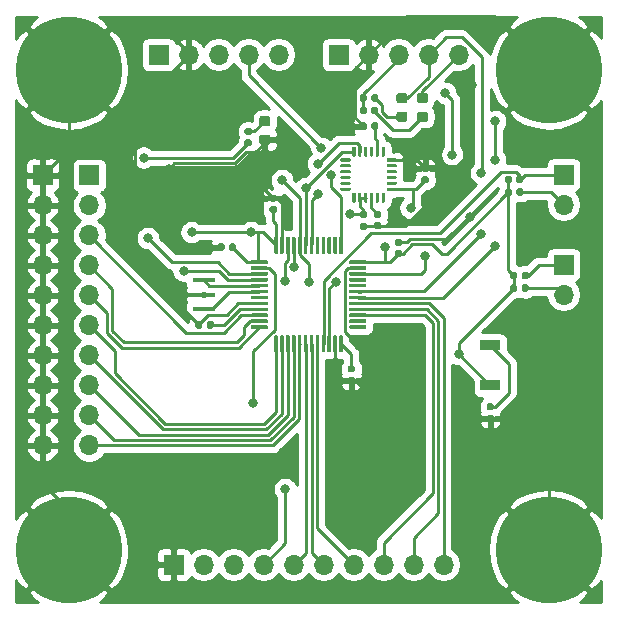
<source format=gbr>
%TF.GenerationSoftware,KiCad,Pcbnew,(5.1.6)-1*%
%TF.CreationDate,2020-08-01T22:19:45+05:30*%
%TF.ProjectId,first,66697273-742e-46b6-9963-61645f706362,rev?*%
%TF.SameCoordinates,Original*%
%TF.FileFunction,Copper,L1,Top*%
%TF.FilePolarity,Positive*%
%FSLAX46Y46*%
G04 Gerber Fmt 4.6, Leading zero omitted, Abs format (unit mm)*
G04 Created by KiCad (PCBNEW (5.1.6)-1) date 2020-08-01 22:19:45*
%MOMM*%
%LPD*%
G01*
G04 APERTURE LIST*
%TA.AperFunction,SMDPad,CuDef*%
%ADD10R,1.700000X0.900000*%
%TD*%
%TA.AperFunction,ComponentPad*%
%ADD11O,1.700000X1.700000*%
%TD*%
%TA.AperFunction,ComponentPad*%
%ADD12R,1.700000X1.700000*%
%TD*%
%TA.AperFunction,ComponentPad*%
%ADD13C,0.900000*%
%TD*%
%TA.AperFunction,ComponentPad*%
%ADD14C,9.000000*%
%TD*%
%TA.AperFunction,SMDPad,CuDef*%
%ADD15R,1.900000X0.400000*%
%TD*%
%TA.AperFunction,ViaPad*%
%ADD16C,0.800000*%
%TD*%
%TA.AperFunction,Conductor*%
%ADD17C,0.250000*%
%TD*%
%TA.AperFunction,Conductor*%
%ADD18C,0.254000*%
%TD*%
G04 APERTURE END LIST*
D10*
%TO.P,BOOT,2*%
%TO.N,Net-(R5-Pad2)*%
X69770000Y-59800000D03*
%TO.P,BOOT,1*%
%TO.N,BOOT*%
X69770000Y-63200000D03*
%TD*%
%TO.P,R5,2*%
%TO.N,Net-(R5-Pad2)*%
%TA.AperFunction,SMDPad,CuDef*%
G36*
G01*
X69942500Y-65320000D02*
X69597500Y-65320000D01*
G75*
G02*
X69450000Y-65172500I0J147500D01*
G01*
X69450000Y-64877500D01*
G75*
G02*
X69597500Y-64730000I147500J0D01*
G01*
X69942500Y-64730000D01*
G75*
G02*
X70090000Y-64877500I0J-147500D01*
G01*
X70090000Y-65172500D01*
G75*
G02*
X69942500Y-65320000I-147500J0D01*
G01*
G37*
%TD.AperFunction*%
%TO.P,R5,1*%
%TO.N,GND*%
%TA.AperFunction,SMDPad,CuDef*%
G36*
G01*
X69942500Y-66290000D02*
X69597500Y-66290000D01*
G75*
G02*
X69450000Y-66142500I0J147500D01*
G01*
X69450000Y-65847500D01*
G75*
G02*
X69597500Y-65700000I147500J0D01*
G01*
X69942500Y-65700000D01*
G75*
G02*
X70090000Y-65847500I0J-147500D01*
G01*
X70090000Y-66142500D01*
G75*
G02*
X69942500Y-66290000I-147500J0D01*
G01*
G37*
%TD.AperFunction*%
%TD*%
D11*
%TO.P,J3,10*%
%TO.N,GND*%
X31860000Y-68250000D03*
%TO.P,J3,9*%
X31860000Y-65710000D03*
%TO.P,J3,8*%
X31860000Y-63170000D03*
%TO.P,J3,7*%
X31860000Y-60630000D03*
%TO.P,J3,6*%
X31860000Y-58090000D03*
%TO.P,J3,5*%
X31860000Y-55550000D03*
%TO.P,J3,4*%
X31860000Y-53010000D03*
%TO.P,J3,3*%
X31860000Y-50470000D03*
%TO.P,J3,2*%
X31860000Y-47930000D03*
D12*
%TO.P,J3,1*%
X31860000Y-45390000D03*
%TD*%
%TO.P,C0_ST1,1*%
%TO.N,BOOT*%
%TA.AperFunction,SMDPad,CuDef*%
G36*
G01*
X62162500Y-52335000D02*
X61817500Y-52335000D01*
G75*
G02*
X61670000Y-52187500I0J147500D01*
G01*
X61670000Y-51892500D01*
G75*
G02*
X61817500Y-51745000I147500J0D01*
G01*
X62162500Y-51745000D01*
G75*
G02*
X62310000Y-51892500I0J-147500D01*
G01*
X62310000Y-52187500D01*
G75*
G02*
X62162500Y-52335000I-147500J0D01*
G01*
G37*
%TD.AperFunction*%
%TO.P,C0_ST1,2*%
%TO.N,GND*%
%TA.AperFunction,SMDPad,CuDef*%
G36*
G01*
X62162500Y-51365000D02*
X61817500Y-51365000D01*
G75*
G02*
X61670000Y-51217500I0J147500D01*
G01*
X61670000Y-50922500D01*
G75*
G02*
X61817500Y-50775000I147500J0D01*
G01*
X62162500Y-50775000D01*
G75*
G02*
X62310000Y-50922500I0J-147500D01*
G01*
X62310000Y-51217500D01*
G75*
G02*
X62162500Y-51365000I-147500J0D01*
G01*
G37*
%TD.AperFunction*%
%TD*%
%TO.P,C1_G1,2*%
%TO.N,Net-(C1_G1-Pad2)*%
%TA.AperFunction,SMDPad,CuDef*%
G36*
G01*
X59710000Y-41412500D02*
X59710000Y-41067500D01*
G75*
G02*
X59857500Y-40920000I147500J0D01*
G01*
X60152500Y-40920000D01*
G75*
G02*
X60300000Y-41067500I0J-147500D01*
G01*
X60300000Y-41412500D01*
G75*
G02*
X60152500Y-41560000I-147500J0D01*
G01*
X59857500Y-41560000D01*
G75*
G02*
X59710000Y-41412500I0J147500D01*
G01*
G37*
%TD.AperFunction*%
%TO.P,C1_G1,1*%
%TO.N,GND*%
%TA.AperFunction,SMDPad,CuDef*%
G36*
G01*
X58740000Y-41412500D02*
X58740000Y-41067500D01*
G75*
G02*
X58887500Y-40920000I147500J0D01*
G01*
X59182500Y-40920000D01*
G75*
G02*
X59330000Y-41067500I0J-147500D01*
G01*
X59330000Y-41412500D01*
G75*
G02*
X59182500Y-41560000I-147500J0D01*
G01*
X58887500Y-41560000D01*
G75*
G02*
X58740000Y-41412500I0J147500D01*
G01*
G37*
%TD.AperFunction*%
%TD*%
%TO.P,C1_ST1,1*%
%TO.N,BOOT*%
%TA.AperFunction,SMDPad,CuDef*%
G36*
G01*
X48250000Y-51327500D02*
X48250000Y-51672500D01*
G75*
G02*
X48102500Y-51820000I-147500J0D01*
G01*
X47807500Y-51820000D01*
G75*
G02*
X47660000Y-51672500I0J147500D01*
G01*
X47660000Y-51327500D01*
G75*
G02*
X47807500Y-51180000I147500J0D01*
G01*
X48102500Y-51180000D01*
G75*
G02*
X48250000Y-51327500I0J-147500D01*
G01*
G37*
%TD.AperFunction*%
%TO.P,C1_ST1,2*%
%TO.N,GND*%
%TA.AperFunction,SMDPad,CuDef*%
G36*
G01*
X47280000Y-51327500D02*
X47280000Y-51672500D01*
G75*
G02*
X47132500Y-51820000I-147500J0D01*
G01*
X46837500Y-51820000D01*
G75*
G02*
X46690000Y-51672500I0J147500D01*
G01*
X46690000Y-51327500D01*
G75*
G02*
X46837500Y-51180000I147500J0D01*
G01*
X47132500Y-51180000D01*
G75*
G02*
X47280000Y-51327500I0J-147500D01*
G01*
G37*
%TD.AperFunction*%
%TD*%
%TO.P,C2_G1,1*%
%TO.N,GND*%
%TA.AperFunction,SMDPad,CuDef*%
G36*
G01*
X64087500Y-44530000D02*
X64432500Y-44530000D01*
G75*
G02*
X64580000Y-44677500I0J-147500D01*
G01*
X64580000Y-44972500D01*
G75*
G02*
X64432500Y-45120000I-147500J0D01*
G01*
X64087500Y-45120000D01*
G75*
G02*
X63940000Y-44972500I0J147500D01*
G01*
X63940000Y-44677500D01*
G75*
G02*
X64087500Y-44530000I147500J0D01*
G01*
G37*
%TD.AperFunction*%
%TO.P,C2_G1,2*%
%TO.N,BOOT*%
%TA.AperFunction,SMDPad,CuDef*%
G36*
G01*
X64087500Y-45500000D02*
X64432500Y-45500000D01*
G75*
G02*
X64580000Y-45647500I0J-147500D01*
G01*
X64580000Y-45942500D01*
G75*
G02*
X64432500Y-46090000I-147500J0D01*
G01*
X64087500Y-46090000D01*
G75*
G02*
X63940000Y-45942500I0J147500D01*
G01*
X63940000Y-45647500D01*
G75*
G02*
X64087500Y-45500000I147500J0D01*
G01*
G37*
%TD.AperFunction*%
%TD*%
%TO.P,C2_ST1,2*%
%TO.N,GND*%
%TA.AperFunction,SMDPad,CuDef*%
G36*
G01*
X51552500Y-47635000D02*
X51207500Y-47635000D01*
G75*
G02*
X51060000Y-47487500I0J147500D01*
G01*
X51060000Y-47192500D01*
G75*
G02*
X51207500Y-47045000I147500J0D01*
G01*
X51552500Y-47045000D01*
G75*
G02*
X51700000Y-47192500I0J-147500D01*
G01*
X51700000Y-47487500D01*
G75*
G02*
X51552500Y-47635000I-147500J0D01*
G01*
G37*
%TD.AperFunction*%
%TO.P,C2_ST1,1*%
%TO.N,BOOT*%
%TA.AperFunction,SMDPad,CuDef*%
G36*
G01*
X51552500Y-48605000D02*
X51207500Y-48605000D01*
G75*
G02*
X51060000Y-48457500I0J147500D01*
G01*
X51060000Y-48162500D01*
G75*
G02*
X51207500Y-48015000I147500J0D01*
G01*
X51552500Y-48015000D01*
G75*
G02*
X51700000Y-48162500I0J-147500D01*
G01*
X51700000Y-48457500D01*
G75*
G02*
X51552500Y-48605000I-147500J0D01*
G01*
G37*
%TD.AperFunction*%
%TD*%
%TO.P,C3_G1,1*%
%TO.N,Net-(C3_G1-Pad1)*%
%TA.AperFunction,SMDPad,CuDef*%
G36*
G01*
X60057500Y-48430000D02*
X60402500Y-48430000D01*
G75*
G02*
X60550000Y-48577500I0J-147500D01*
G01*
X60550000Y-48872500D01*
G75*
G02*
X60402500Y-49020000I-147500J0D01*
G01*
X60057500Y-49020000D01*
G75*
G02*
X59910000Y-48872500I0J147500D01*
G01*
X59910000Y-48577500D01*
G75*
G02*
X60057500Y-48430000I147500J0D01*
G01*
G37*
%TD.AperFunction*%
%TO.P,C3_G1,2*%
%TO.N,GND*%
%TA.AperFunction,SMDPad,CuDef*%
G36*
G01*
X60057500Y-49400000D02*
X60402500Y-49400000D01*
G75*
G02*
X60550000Y-49547500I0J-147500D01*
G01*
X60550000Y-49842500D01*
G75*
G02*
X60402500Y-49990000I-147500J0D01*
G01*
X60057500Y-49990000D01*
G75*
G02*
X59910000Y-49842500I0J147500D01*
G01*
X59910000Y-49547500D01*
G75*
G02*
X60057500Y-49400000I147500J0D01*
G01*
G37*
%TD.AperFunction*%
%TD*%
%TO.P,C3_ST1,1*%
%TO.N,BOOT*%
%TA.AperFunction,SMDPad,CuDef*%
G36*
G01*
X57837500Y-61515000D02*
X58182500Y-61515000D01*
G75*
G02*
X58330000Y-61662500I0J-147500D01*
G01*
X58330000Y-61957500D01*
G75*
G02*
X58182500Y-62105000I-147500J0D01*
G01*
X57837500Y-62105000D01*
G75*
G02*
X57690000Y-61957500I0J147500D01*
G01*
X57690000Y-61662500D01*
G75*
G02*
X57837500Y-61515000I147500J0D01*
G01*
G37*
%TD.AperFunction*%
%TO.P,C3_ST1,2*%
%TO.N,GND*%
%TA.AperFunction,SMDPad,CuDef*%
G36*
G01*
X57837500Y-62485000D02*
X58182500Y-62485000D01*
G75*
G02*
X58330000Y-62632500I0J-147500D01*
G01*
X58330000Y-62927500D01*
G75*
G02*
X58182500Y-63075000I-147500J0D01*
G01*
X57837500Y-63075000D01*
G75*
G02*
X57690000Y-62927500I0J147500D01*
G01*
X57690000Y-62632500D01*
G75*
G02*
X57837500Y-62485000I147500J0D01*
G01*
G37*
%TD.AperFunction*%
%TD*%
%TO.P,C4_G1,2*%
%TO.N,GND*%
%TA.AperFunction,SMDPad,CuDef*%
G36*
G01*
X58857500Y-49425000D02*
X59202500Y-49425000D01*
G75*
G02*
X59350000Y-49572500I0J-147500D01*
G01*
X59350000Y-49867500D01*
G75*
G02*
X59202500Y-50015000I-147500J0D01*
G01*
X58857500Y-50015000D01*
G75*
G02*
X58710000Y-49867500I0J147500D01*
G01*
X58710000Y-49572500D01*
G75*
G02*
X58857500Y-49425000I147500J0D01*
G01*
G37*
%TD.AperFunction*%
%TO.P,C4_G1,1*%
%TO.N,BOOT*%
%TA.AperFunction,SMDPad,CuDef*%
G36*
G01*
X58857500Y-48455000D02*
X59202500Y-48455000D01*
G75*
G02*
X59350000Y-48602500I0J-147500D01*
G01*
X59350000Y-48897500D01*
G75*
G02*
X59202500Y-49045000I-147500J0D01*
G01*
X58857500Y-49045000D01*
G75*
G02*
X58710000Y-48897500I0J147500D01*
G01*
X58710000Y-48602500D01*
G75*
G02*
X58857500Y-48455000I147500J0D01*
G01*
G37*
%TD.AperFunction*%
%TD*%
%TO.P,C4_ST1,2*%
%TO.N,GND*%
%TA.AperFunction,SMDPad,CuDef*%
G36*
G01*
X45400000Y-57907500D02*
X45400000Y-58252500D01*
G75*
G02*
X45252500Y-58400000I-147500J0D01*
G01*
X44957500Y-58400000D01*
G75*
G02*
X44810000Y-58252500I0J147500D01*
G01*
X44810000Y-57907500D01*
G75*
G02*
X44957500Y-57760000I147500J0D01*
G01*
X45252500Y-57760000D01*
G75*
G02*
X45400000Y-57907500I0J-147500D01*
G01*
G37*
%TD.AperFunction*%
%TO.P,C4_ST1,1*%
%TO.N,BOOT*%
%TA.AperFunction,SMDPad,CuDef*%
G36*
G01*
X46370000Y-57907500D02*
X46370000Y-58252500D01*
G75*
G02*
X46222500Y-58400000I-147500J0D01*
G01*
X45927500Y-58400000D01*
G75*
G02*
X45780000Y-58252500I0J147500D01*
G01*
X45780000Y-57907500D01*
G75*
G02*
X45927500Y-57760000I147500J0D01*
G01*
X46222500Y-57760000D01*
G75*
G02*
X46370000Y-57907500I0J-147500D01*
G01*
G37*
%TD.AperFunction*%
%TD*%
%TO.P,D1,2*%
%TO.N,Net-(D1-Pad2)*%
%TA.AperFunction,SMDPad,CuDef*%
G36*
G01*
X63773750Y-40020000D02*
X64286250Y-40020000D01*
G75*
G02*
X64505000Y-40238750I0J-218750D01*
G01*
X64505000Y-40676250D01*
G75*
G02*
X64286250Y-40895000I-218750J0D01*
G01*
X63773750Y-40895000D01*
G75*
G02*
X63555000Y-40676250I0J218750D01*
G01*
X63555000Y-40238750D01*
G75*
G02*
X63773750Y-40020000I218750J0D01*
G01*
G37*
%TD.AperFunction*%
%TO.P,D1,1*%
%TO.N,TX*%
%TA.AperFunction,SMDPad,CuDef*%
G36*
G01*
X63773750Y-38445000D02*
X64286250Y-38445000D01*
G75*
G02*
X64505000Y-38663750I0J-218750D01*
G01*
X64505000Y-39101250D01*
G75*
G02*
X64286250Y-39320000I-218750J0D01*
G01*
X63773750Y-39320000D01*
G75*
G02*
X63555000Y-39101250I0J218750D01*
G01*
X63555000Y-38663750D01*
G75*
G02*
X63773750Y-38445000I218750J0D01*
G01*
G37*
%TD.AperFunction*%
%TD*%
%TO.P,D2,1*%
%TO.N,RX*%
%TA.AperFunction,SMDPad,CuDef*%
G36*
G01*
X62023750Y-38445000D02*
X62536250Y-38445000D01*
G75*
G02*
X62755000Y-38663750I0J-218750D01*
G01*
X62755000Y-39101250D01*
G75*
G02*
X62536250Y-39320000I-218750J0D01*
G01*
X62023750Y-39320000D01*
G75*
G02*
X61805000Y-39101250I0J218750D01*
G01*
X61805000Y-38663750D01*
G75*
G02*
X62023750Y-38445000I218750J0D01*
G01*
G37*
%TD.AperFunction*%
%TO.P,D2,2*%
%TO.N,Net-(D2-Pad2)*%
%TA.AperFunction,SMDPad,CuDef*%
G36*
G01*
X62023750Y-40020000D02*
X62536250Y-40020000D01*
G75*
G02*
X62755000Y-40238750I0J-218750D01*
G01*
X62755000Y-40676250D01*
G75*
G02*
X62536250Y-40895000I-218750J0D01*
G01*
X62023750Y-40895000D01*
G75*
G02*
X61805000Y-40676250I0J218750D01*
G01*
X61805000Y-40238750D01*
G75*
G02*
X62023750Y-40020000I218750J0D01*
G01*
G37*
%TD.AperFunction*%
%TD*%
%TO.P,D3,1*%
%TO.N,GND*%
%TA.AperFunction,SMDPad,CuDef*%
G36*
G01*
X50926250Y-42835000D02*
X50413750Y-42835000D01*
G75*
G02*
X50195000Y-42616250I0J218750D01*
G01*
X50195000Y-42178750D01*
G75*
G02*
X50413750Y-41960000I218750J0D01*
G01*
X50926250Y-41960000D01*
G75*
G02*
X51145000Y-42178750I0J-218750D01*
G01*
X51145000Y-42616250D01*
G75*
G02*
X50926250Y-42835000I-218750J0D01*
G01*
G37*
%TD.AperFunction*%
%TO.P,D3,2*%
%TO.N,Net-(D3-Pad2)*%
%TA.AperFunction,SMDPad,CuDef*%
G36*
G01*
X50926250Y-41260000D02*
X50413750Y-41260000D01*
G75*
G02*
X50195000Y-41041250I0J218750D01*
G01*
X50195000Y-40603750D01*
G75*
G02*
X50413750Y-40385000I218750J0D01*
G01*
X50926250Y-40385000D01*
G75*
G02*
X51145000Y-40603750I0J-218750D01*
G01*
X51145000Y-41041250D01*
G75*
G02*
X50926250Y-41260000I-218750J0D01*
G01*
G37*
%TD.AperFunction*%
%TD*%
D13*
%TO.P,H1,1*%
%TO.N,GND*%
X36446485Y-34073515D03*
X34060000Y-33085000D03*
X31673515Y-34073515D03*
X30685000Y-36460000D03*
X31673515Y-38846485D03*
X34060000Y-39835000D03*
X36446485Y-38846485D03*
X37435000Y-36460000D03*
D14*
X34060000Y-36460000D03*
%TD*%
%TO.P,H2,1*%
%TO.N,GND*%
X74700000Y-77100000D03*
D13*
X78075000Y-77100000D03*
X77086485Y-79486485D03*
X74700000Y-80475000D03*
X72313515Y-79486485D03*
X71325000Y-77100000D03*
X72313515Y-74713515D03*
X74700000Y-73725000D03*
X77086485Y-74713515D03*
%TD*%
%TO.P,H3,1*%
%TO.N,GND*%
X36446485Y-74713515D03*
X34060000Y-73725000D03*
X31673515Y-74713515D03*
X30685000Y-77100000D03*
X31673515Y-79486485D03*
X34060000Y-80475000D03*
X36446485Y-79486485D03*
X37435000Y-77100000D03*
D14*
X34060000Y-77100000D03*
%TD*%
%TO.P,H4,1*%
%TO.N,GND*%
X74700000Y-36460000D03*
D13*
X78075000Y-36460000D03*
X77086485Y-38846485D03*
X74700000Y-39835000D03*
X72313515Y-38846485D03*
X71325000Y-36460000D03*
X72313515Y-34073515D03*
X74700000Y-33085000D03*
X77086485Y-34073515D03*
%TD*%
D12*
%TO.P,J2,1*%
%TO.N,GND*%
X42950000Y-78370000D03*
D11*
%TO.P,J2,2*%
%TO.N,C13*%
X45490000Y-78370000D03*
%TO.P,J2,3*%
%TO.N,B8*%
X48030000Y-78370000D03*
%TO.P,J2,4*%
%TO.N,B9*%
X50570000Y-78370000D03*
%TO.P,J2,5*%
%TO.N,B0*%
X53110000Y-78370000D03*
%TO.P,J2,6*%
%TO.N,B1*%
X55650000Y-78370000D03*
%TO.P,J2,7*%
%TO.N,B2*%
X58190000Y-78370000D03*
%TO.P,J2,8*%
%TO.N,B14*%
X60730000Y-78370000D03*
%TO.P,J2,9*%
%TO.N,B15*%
X63270000Y-78370000D03*
%TO.P,J2,10*%
%TO.N,A8*%
X65810000Y-78370000D03*
%TD*%
D12*
%TO.P,J3,1*%
%TO.N,C14*%
X35810000Y-45420000D03*
D11*
%TO.P,J3,2*%
%TO.N,C15*%
X35810000Y-47960000D03*
%TO.P,J3,3*%
%TO.N,A0*%
X35810000Y-50500000D03*
%TO.P,J3,4*%
%TO.N,A1*%
X35810000Y-53040000D03*
%TO.P,J3,5*%
%TO.N,A2*%
X35810000Y-55580000D03*
%TO.P,J3,6*%
%TO.N,A3*%
X35810000Y-58120000D03*
%TO.P,J3,7*%
%TO.N,A4*%
X35810000Y-60660000D03*
%TO.P,J3,8*%
%TO.N,A5*%
X35810000Y-63200000D03*
%TO.P,J3,9*%
%TO.N,A6*%
X35810000Y-65740000D03*
%TO.P,J3,10*%
%TO.N,A7*%
X35810000Y-68280000D03*
%TD*%
%TO.P,J4,5*%
%TO.N,SWDIO*%
X51840000Y-35190000D03*
%TO.P,J4,4*%
%TO.N,SWCLK*%
X49300000Y-35190000D03*
%TO.P,J4,3*%
%TO.N,BOOT*%
X46760000Y-35190000D03*
%TO.P,J4,2*%
%TO.N,GND*%
X44220000Y-35190000D03*
D12*
%TO.P,J4,1*%
%TO.N,5V_IN*%
X41680000Y-35190000D03*
%TD*%
D11*
%TO.P,J5,2*%
%TO.N,SDA2*%
X75970000Y-47890000D03*
D12*
%TO.P,J5,1*%
%TO.N,SCL2*%
X75970000Y-45350000D03*
%TD*%
%TO.P,J6,1*%
%TO.N,SCL1*%
X75970000Y-52970000D03*
D11*
%TO.P,J6,2*%
%TO.N,SDA1*%
X75970000Y-55510000D03*
%TD*%
D12*
%TO.P,J7,1*%
%TO.N,Net-(J7-Pad1)*%
X56920000Y-35190000D03*
D11*
%TO.P,J7,2*%
%TO.N,GND*%
X59460000Y-35190000D03*
%TO.P,J7,3*%
%TO.N,5V_IN*%
X62000000Y-35190000D03*
%TO.P,J7,4*%
%TO.N,RX*%
X64540000Y-35190000D03*
%TO.P,J7,5*%
%TO.N,TX*%
X67080000Y-35190000D03*
%TD*%
%TO.P,R1,1*%
%TO.N,BOOT*%
%TA.AperFunction,SMDPad,CuDef*%
G36*
G01*
X71450000Y-54072500D02*
X71450000Y-53727500D01*
G75*
G02*
X71597500Y-53580000I147500J0D01*
G01*
X71892500Y-53580000D01*
G75*
G02*
X72040000Y-53727500I0J-147500D01*
G01*
X72040000Y-54072500D01*
G75*
G02*
X71892500Y-54220000I-147500J0D01*
G01*
X71597500Y-54220000D01*
G75*
G02*
X71450000Y-54072500I0J147500D01*
G01*
G37*
%TD.AperFunction*%
%TO.P,R1,2*%
%TO.N,SCL1*%
%TA.AperFunction,SMDPad,CuDef*%
G36*
G01*
X72420000Y-54072500D02*
X72420000Y-53727500D01*
G75*
G02*
X72567500Y-53580000I147500J0D01*
G01*
X72862500Y-53580000D01*
G75*
G02*
X73010000Y-53727500I0J-147500D01*
G01*
X73010000Y-54072500D01*
G75*
G02*
X72862500Y-54220000I-147500J0D01*
G01*
X72567500Y-54220000D01*
G75*
G02*
X72420000Y-54072500I0J147500D01*
G01*
G37*
%TD.AperFunction*%
%TD*%
%TO.P,R2,2*%
%TO.N,SDA1*%
%TA.AperFunction,SMDPad,CuDef*%
G36*
G01*
X72425000Y-55142500D02*
X72425000Y-54797500D01*
G75*
G02*
X72572500Y-54650000I147500J0D01*
G01*
X72867500Y-54650000D01*
G75*
G02*
X73015000Y-54797500I0J-147500D01*
G01*
X73015000Y-55142500D01*
G75*
G02*
X72867500Y-55290000I-147500J0D01*
G01*
X72572500Y-55290000D01*
G75*
G02*
X72425000Y-55142500I0J147500D01*
G01*
G37*
%TD.AperFunction*%
%TO.P,R2,1*%
%TO.N,BOOT*%
%TA.AperFunction,SMDPad,CuDef*%
G36*
G01*
X71455000Y-55142500D02*
X71455000Y-54797500D01*
G75*
G02*
X71602500Y-54650000I147500J0D01*
G01*
X71897500Y-54650000D01*
G75*
G02*
X72045000Y-54797500I0J-147500D01*
G01*
X72045000Y-55142500D01*
G75*
G02*
X71897500Y-55290000I-147500J0D01*
G01*
X71602500Y-55290000D01*
G75*
G02*
X71455000Y-55142500I0J147500D01*
G01*
G37*
%TD.AperFunction*%
%TD*%
%TO.P,R3,2*%
%TO.N,SCL2*%
%TA.AperFunction,SMDPad,CuDef*%
G36*
G01*
X71970000Y-45952500D02*
X71970000Y-45607500D01*
G75*
G02*
X72117500Y-45460000I147500J0D01*
G01*
X72412500Y-45460000D01*
G75*
G02*
X72560000Y-45607500I0J-147500D01*
G01*
X72560000Y-45952500D01*
G75*
G02*
X72412500Y-46100000I-147500J0D01*
G01*
X72117500Y-46100000D01*
G75*
G02*
X71970000Y-45952500I0J147500D01*
G01*
G37*
%TD.AperFunction*%
%TO.P,R3,1*%
%TO.N,BOOT*%
%TA.AperFunction,SMDPad,CuDef*%
G36*
G01*
X71000000Y-45952500D02*
X71000000Y-45607500D01*
G75*
G02*
X71147500Y-45460000I147500J0D01*
G01*
X71442500Y-45460000D01*
G75*
G02*
X71590000Y-45607500I0J-147500D01*
G01*
X71590000Y-45952500D01*
G75*
G02*
X71442500Y-46100000I-147500J0D01*
G01*
X71147500Y-46100000D01*
G75*
G02*
X71000000Y-45952500I0J147500D01*
G01*
G37*
%TD.AperFunction*%
%TD*%
%TO.P,R4,1*%
%TO.N,BOOT*%
%TA.AperFunction,SMDPad,CuDef*%
G36*
G01*
X71005000Y-47012500D02*
X71005000Y-46667500D01*
G75*
G02*
X71152500Y-46520000I147500J0D01*
G01*
X71447500Y-46520000D01*
G75*
G02*
X71595000Y-46667500I0J-147500D01*
G01*
X71595000Y-47012500D01*
G75*
G02*
X71447500Y-47160000I-147500J0D01*
G01*
X71152500Y-47160000D01*
G75*
G02*
X71005000Y-47012500I0J147500D01*
G01*
G37*
%TD.AperFunction*%
%TO.P,R4,2*%
%TO.N,SDA2*%
%TA.AperFunction,SMDPad,CuDef*%
G36*
G01*
X71975000Y-47012500D02*
X71975000Y-46667500D01*
G75*
G02*
X72122500Y-46520000I147500J0D01*
G01*
X72417500Y-46520000D01*
G75*
G02*
X72565000Y-46667500I0J-147500D01*
G01*
X72565000Y-47012500D01*
G75*
G02*
X72417500Y-47160000I-147500J0D01*
G01*
X72122500Y-47160000D01*
G75*
G02*
X71975000Y-47012500I0J147500D01*
G01*
G37*
%TD.AperFunction*%
%TD*%
%TO.P,R1_L1,1*%
%TO.N,5V_IN*%
%TA.AperFunction,SMDPad,CuDef*%
G36*
G01*
X49442500Y-42960000D02*
X49097500Y-42960000D01*
G75*
G02*
X48950000Y-42812500I0J147500D01*
G01*
X48950000Y-42517500D01*
G75*
G02*
X49097500Y-42370000I147500J0D01*
G01*
X49442500Y-42370000D01*
G75*
G02*
X49590000Y-42517500I0J-147500D01*
G01*
X49590000Y-42812500D01*
G75*
G02*
X49442500Y-42960000I-147500J0D01*
G01*
G37*
%TD.AperFunction*%
%TO.P,R1_L1,2*%
%TO.N,Net-(D3-Pad2)*%
%TA.AperFunction,SMDPad,CuDef*%
G36*
G01*
X49442500Y-41990000D02*
X49097500Y-41990000D01*
G75*
G02*
X48950000Y-41842500I0J147500D01*
G01*
X48950000Y-41547500D01*
G75*
G02*
X49097500Y-41400000I147500J0D01*
G01*
X49442500Y-41400000D01*
G75*
G02*
X49590000Y-41547500I0J-147500D01*
G01*
X49590000Y-41842500D01*
G75*
G02*
X49442500Y-41990000I-147500J0D01*
G01*
G37*
%TD.AperFunction*%
%TD*%
%TO.P,R1_L2,2*%
%TO.N,Net-(D1-Pad2)*%
%TA.AperFunction,SMDPad,CuDef*%
G36*
G01*
X59700000Y-40102500D02*
X59700000Y-39757500D01*
G75*
G02*
X59847500Y-39610000I147500J0D01*
G01*
X60142500Y-39610000D01*
G75*
G02*
X60290000Y-39757500I0J-147500D01*
G01*
X60290000Y-40102500D01*
G75*
G02*
X60142500Y-40250000I-147500J0D01*
G01*
X59847500Y-40250000D01*
G75*
G02*
X59700000Y-40102500I0J147500D01*
G01*
G37*
%TD.AperFunction*%
%TO.P,R1_L2,1*%
%TO.N,5V_IN*%
%TA.AperFunction,SMDPad,CuDef*%
G36*
G01*
X58730000Y-40102500D02*
X58730000Y-39757500D01*
G75*
G02*
X58877500Y-39610000I147500J0D01*
G01*
X59172500Y-39610000D01*
G75*
G02*
X59320000Y-39757500I0J-147500D01*
G01*
X59320000Y-40102500D01*
G75*
G02*
X59172500Y-40250000I-147500J0D01*
G01*
X58877500Y-40250000D01*
G75*
G02*
X58730000Y-40102500I0J147500D01*
G01*
G37*
%TD.AperFunction*%
%TD*%
%TO.P,R2_L1,1*%
%TO.N,5V_IN*%
%TA.AperFunction,SMDPad,CuDef*%
G36*
G01*
X58730000Y-39032500D02*
X58730000Y-38687500D01*
G75*
G02*
X58877500Y-38540000I147500J0D01*
G01*
X59172500Y-38540000D01*
G75*
G02*
X59320000Y-38687500I0J-147500D01*
G01*
X59320000Y-39032500D01*
G75*
G02*
X59172500Y-39180000I-147500J0D01*
G01*
X58877500Y-39180000D01*
G75*
G02*
X58730000Y-39032500I0J147500D01*
G01*
G37*
%TD.AperFunction*%
%TO.P,R2_L1,2*%
%TO.N,Net-(D2-Pad2)*%
%TA.AperFunction,SMDPad,CuDef*%
G36*
G01*
X59700000Y-39032500D02*
X59700000Y-38687500D01*
G75*
G02*
X59847500Y-38540000I147500J0D01*
G01*
X60142500Y-38540000D01*
G75*
G02*
X60290000Y-38687500I0J-147500D01*
G01*
X60290000Y-39032500D01*
G75*
G02*
X60142500Y-39180000I-147500J0D01*
G01*
X59847500Y-39180000D01*
G75*
G02*
X59700000Y-39032500I0J147500D01*
G01*
G37*
%TD.AperFunction*%
%TD*%
%TO.P,U2,1*%
%TO.N,BOOT*%
%TA.AperFunction,SMDPad,CuDef*%
G36*
G01*
X49480000Y-52835000D02*
X49480000Y-52685000D01*
G75*
G02*
X49555000Y-52610000I75000J0D01*
G01*
X50880000Y-52610000D01*
G75*
G02*
X50955000Y-52685000I0J-75000D01*
G01*
X50955000Y-52835000D01*
G75*
G02*
X50880000Y-52910000I-75000J0D01*
G01*
X49555000Y-52910000D01*
G75*
G02*
X49480000Y-52835000I0J75000D01*
G01*
G37*
%TD.AperFunction*%
%TO.P,U2,2*%
%TO.N,C13*%
%TA.AperFunction,SMDPad,CuDef*%
G36*
G01*
X49480000Y-53335000D02*
X49480000Y-53185000D01*
G75*
G02*
X49555000Y-53110000I75000J0D01*
G01*
X50880000Y-53110000D01*
G75*
G02*
X50955000Y-53185000I0J-75000D01*
G01*
X50955000Y-53335000D01*
G75*
G02*
X50880000Y-53410000I-75000J0D01*
G01*
X49555000Y-53410000D01*
G75*
G02*
X49480000Y-53335000I0J75000D01*
G01*
G37*
%TD.AperFunction*%
%TO.P,U2,3*%
%TO.N,C14*%
%TA.AperFunction,SMDPad,CuDef*%
G36*
G01*
X49480000Y-53835000D02*
X49480000Y-53685000D01*
G75*
G02*
X49555000Y-53610000I75000J0D01*
G01*
X50880000Y-53610000D01*
G75*
G02*
X50955000Y-53685000I0J-75000D01*
G01*
X50955000Y-53835000D01*
G75*
G02*
X50880000Y-53910000I-75000J0D01*
G01*
X49555000Y-53910000D01*
G75*
G02*
X49480000Y-53835000I0J75000D01*
G01*
G37*
%TD.AperFunction*%
%TO.P,U2,4*%
%TO.N,C15*%
%TA.AperFunction,SMDPad,CuDef*%
G36*
G01*
X49480000Y-54335000D02*
X49480000Y-54185000D01*
G75*
G02*
X49555000Y-54110000I75000J0D01*
G01*
X50880000Y-54110000D01*
G75*
G02*
X50955000Y-54185000I0J-75000D01*
G01*
X50955000Y-54335000D01*
G75*
G02*
X50880000Y-54410000I-75000J0D01*
G01*
X49555000Y-54410000D01*
G75*
G02*
X49480000Y-54335000I0J75000D01*
G01*
G37*
%TD.AperFunction*%
%TO.P,U2,5*%
%TO.N,OSC_IN*%
%TA.AperFunction,SMDPad,CuDef*%
G36*
G01*
X49480000Y-54835000D02*
X49480000Y-54685000D01*
G75*
G02*
X49555000Y-54610000I75000J0D01*
G01*
X50880000Y-54610000D01*
G75*
G02*
X50955000Y-54685000I0J-75000D01*
G01*
X50955000Y-54835000D01*
G75*
G02*
X50880000Y-54910000I-75000J0D01*
G01*
X49555000Y-54910000D01*
G75*
G02*
X49480000Y-54835000I0J75000D01*
G01*
G37*
%TD.AperFunction*%
%TO.P,U2,6*%
%TO.N,OSC_OUT*%
%TA.AperFunction,SMDPad,CuDef*%
G36*
G01*
X49480000Y-55335000D02*
X49480000Y-55185000D01*
G75*
G02*
X49555000Y-55110000I75000J0D01*
G01*
X50880000Y-55110000D01*
G75*
G02*
X50955000Y-55185000I0J-75000D01*
G01*
X50955000Y-55335000D01*
G75*
G02*
X50880000Y-55410000I-75000J0D01*
G01*
X49555000Y-55410000D01*
G75*
G02*
X49480000Y-55335000I0J75000D01*
G01*
G37*
%TD.AperFunction*%
%TO.P,U2,7*%
%TO.N,Net-(U2-Pad7)*%
%TA.AperFunction,SMDPad,CuDef*%
G36*
G01*
X49480000Y-55835000D02*
X49480000Y-55685000D01*
G75*
G02*
X49555000Y-55610000I75000J0D01*
G01*
X50880000Y-55610000D01*
G75*
G02*
X50955000Y-55685000I0J-75000D01*
G01*
X50955000Y-55835000D01*
G75*
G02*
X50880000Y-55910000I-75000J0D01*
G01*
X49555000Y-55910000D01*
G75*
G02*
X49480000Y-55835000I0J75000D01*
G01*
G37*
%TD.AperFunction*%
%TO.P,U2,8*%
%TO.N,GND*%
%TA.AperFunction,SMDPad,CuDef*%
G36*
G01*
X49480000Y-56335000D02*
X49480000Y-56185000D01*
G75*
G02*
X49555000Y-56110000I75000J0D01*
G01*
X50880000Y-56110000D01*
G75*
G02*
X50955000Y-56185000I0J-75000D01*
G01*
X50955000Y-56335000D01*
G75*
G02*
X50880000Y-56410000I-75000J0D01*
G01*
X49555000Y-56410000D01*
G75*
G02*
X49480000Y-56335000I0J75000D01*
G01*
G37*
%TD.AperFunction*%
%TO.P,U2,9*%
%TO.N,BOOT*%
%TA.AperFunction,SMDPad,CuDef*%
G36*
G01*
X49480000Y-56835000D02*
X49480000Y-56685000D01*
G75*
G02*
X49555000Y-56610000I75000J0D01*
G01*
X50880000Y-56610000D01*
G75*
G02*
X50955000Y-56685000I0J-75000D01*
G01*
X50955000Y-56835000D01*
G75*
G02*
X50880000Y-56910000I-75000J0D01*
G01*
X49555000Y-56910000D01*
G75*
G02*
X49480000Y-56835000I0J75000D01*
G01*
G37*
%TD.AperFunction*%
%TO.P,U2,10*%
%TO.N,A0*%
%TA.AperFunction,SMDPad,CuDef*%
G36*
G01*
X49480000Y-57335000D02*
X49480000Y-57185000D01*
G75*
G02*
X49555000Y-57110000I75000J0D01*
G01*
X50880000Y-57110000D01*
G75*
G02*
X50955000Y-57185000I0J-75000D01*
G01*
X50955000Y-57335000D01*
G75*
G02*
X50880000Y-57410000I-75000J0D01*
G01*
X49555000Y-57410000D01*
G75*
G02*
X49480000Y-57335000I0J75000D01*
G01*
G37*
%TD.AperFunction*%
%TO.P,U2,11*%
%TO.N,A1*%
%TA.AperFunction,SMDPad,CuDef*%
G36*
G01*
X49480000Y-57835000D02*
X49480000Y-57685000D01*
G75*
G02*
X49555000Y-57610000I75000J0D01*
G01*
X50880000Y-57610000D01*
G75*
G02*
X50955000Y-57685000I0J-75000D01*
G01*
X50955000Y-57835000D01*
G75*
G02*
X50880000Y-57910000I-75000J0D01*
G01*
X49555000Y-57910000D01*
G75*
G02*
X49480000Y-57835000I0J75000D01*
G01*
G37*
%TD.AperFunction*%
%TO.P,U2,12*%
%TO.N,A2*%
%TA.AperFunction,SMDPad,CuDef*%
G36*
G01*
X49480000Y-58335000D02*
X49480000Y-58185000D01*
G75*
G02*
X49555000Y-58110000I75000J0D01*
G01*
X50880000Y-58110000D01*
G75*
G02*
X50955000Y-58185000I0J-75000D01*
G01*
X50955000Y-58335000D01*
G75*
G02*
X50880000Y-58410000I-75000J0D01*
G01*
X49555000Y-58410000D01*
G75*
G02*
X49480000Y-58335000I0J75000D01*
G01*
G37*
%TD.AperFunction*%
%TO.P,U2,13*%
%TO.N,A3*%
%TA.AperFunction,SMDPad,CuDef*%
G36*
G01*
X51480000Y-60335000D02*
X51480000Y-59010000D01*
G75*
G02*
X51555000Y-58935000I75000J0D01*
G01*
X51705000Y-58935000D01*
G75*
G02*
X51780000Y-59010000I0J-75000D01*
G01*
X51780000Y-60335000D01*
G75*
G02*
X51705000Y-60410000I-75000J0D01*
G01*
X51555000Y-60410000D01*
G75*
G02*
X51480000Y-60335000I0J75000D01*
G01*
G37*
%TD.AperFunction*%
%TO.P,U2,14*%
%TO.N,A4*%
%TA.AperFunction,SMDPad,CuDef*%
G36*
G01*
X51980000Y-60335000D02*
X51980000Y-59010000D01*
G75*
G02*
X52055000Y-58935000I75000J0D01*
G01*
X52205000Y-58935000D01*
G75*
G02*
X52280000Y-59010000I0J-75000D01*
G01*
X52280000Y-60335000D01*
G75*
G02*
X52205000Y-60410000I-75000J0D01*
G01*
X52055000Y-60410000D01*
G75*
G02*
X51980000Y-60335000I0J75000D01*
G01*
G37*
%TD.AperFunction*%
%TO.P,U2,15*%
%TO.N,A5*%
%TA.AperFunction,SMDPad,CuDef*%
G36*
G01*
X52480000Y-60335000D02*
X52480000Y-59010000D01*
G75*
G02*
X52555000Y-58935000I75000J0D01*
G01*
X52705000Y-58935000D01*
G75*
G02*
X52780000Y-59010000I0J-75000D01*
G01*
X52780000Y-60335000D01*
G75*
G02*
X52705000Y-60410000I-75000J0D01*
G01*
X52555000Y-60410000D01*
G75*
G02*
X52480000Y-60335000I0J75000D01*
G01*
G37*
%TD.AperFunction*%
%TO.P,U2,16*%
%TO.N,A6*%
%TA.AperFunction,SMDPad,CuDef*%
G36*
G01*
X52980000Y-60335000D02*
X52980000Y-59010000D01*
G75*
G02*
X53055000Y-58935000I75000J0D01*
G01*
X53205000Y-58935000D01*
G75*
G02*
X53280000Y-59010000I0J-75000D01*
G01*
X53280000Y-60335000D01*
G75*
G02*
X53205000Y-60410000I-75000J0D01*
G01*
X53055000Y-60410000D01*
G75*
G02*
X52980000Y-60335000I0J75000D01*
G01*
G37*
%TD.AperFunction*%
%TO.P,U2,17*%
%TO.N,A7*%
%TA.AperFunction,SMDPad,CuDef*%
G36*
G01*
X53480000Y-60335000D02*
X53480000Y-59010000D01*
G75*
G02*
X53555000Y-58935000I75000J0D01*
G01*
X53705000Y-58935000D01*
G75*
G02*
X53780000Y-59010000I0J-75000D01*
G01*
X53780000Y-60335000D01*
G75*
G02*
X53705000Y-60410000I-75000J0D01*
G01*
X53555000Y-60410000D01*
G75*
G02*
X53480000Y-60335000I0J75000D01*
G01*
G37*
%TD.AperFunction*%
%TO.P,U2,18*%
%TO.N,B0*%
%TA.AperFunction,SMDPad,CuDef*%
G36*
G01*
X53980000Y-60335000D02*
X53980000Y-59010000D01*
G75*
G02*
X54055000Y-58935000I75000J0D01*
G01*
X54205000Y-58935000D01*
G75*
G02*
X54280000Y-59010000I0J-75000D01*
G01*
X54280000Y-60335000D01*
G75*
G02*
X54205000Y-60410000I-75000J0D01*
G01*
X54055000Y-60410000D01*
G75*
G02*
X53980000Y-60335000I0J75000D01*
G01*
G37*
%TD.AperFunction*%
%TO.P,U2,19*%
%TO.N,B1*%
%TA.AperFunction,SMDPad,CuDef*%
G36*
G01*
X54480000Y-60335000D02*
X54480000Y-59010000D01*
G75*
G02*
X54555000Y-58935000I75000J0D01*
G01*
X54705000Y-58935000D01*
G75*
G02*
X54780000Y-59010000I0J-75000D01*
G01*
X54780000Y-60335000D01*
G75*
G02*
X54705000Y-60410000I-75000J0D01*
G01*
X54555000Y-60410000D01*
G75*
G02*
X54480000Y-60335000I0J75000D01*
G01*
G37*
%TD.AperFunction*%
%TO.P,U2,20*%
%TO.N,B2*%
%TA.AperFunction,SMDPad,CuDef*%
G36*
G01*
X54980000Y-60335000D02*
X54980000Y-59010000D01*
G75*
G02*
X55055000Y-58935000I75000J0D01*
G01*
X55205000Y-58935000D01*
G75*
G02*
X55280000Y-59010000I0J-75000D01*
G01*
X55280000Y-60335000D01*
G75*
G02*
X55205000Y-60410000I-75000J0D01*
G01*
X55055000Y-60410000D01*
G75*
G02*
X54980000Y-60335000I0J75000D01*
G01*
G37*
%TD.AperFunction*%
%TO.P,U2,21*%
%TO.N,SCL2*%
%TA.AperFunction,SMDPad,CuDef*%
G36*
G01*
X55480000Y-60335000D02*
X55480000Y-59010000D01*
G75*
G02*
X55555000Y-58935000I75000J0D01*
G01*
X55705000Y-58935000D01*
G75*
G02*
X55780000Y-59010000I0J-75000D01*
G01*
X55780000Y-60335000D01*
G75*
G02*
X55705000Y-60410000I-75000J0D01*
G01*
X55555000Y-60410000D01*
G75*
G02*
X55480000Y-60335000I0J75000D01*
G01*
G37*
%TD.AperFunction*%
%TO.P,U2,22*%
%TO.N,SDA2*%
%TA.AperFunction,SMDPad,CuDef*%
G36*
G01*
X55980000Y-60335000D02*
X55980000Y-59010000D01*
G75*
G02*
X56055000Y-58935000I75000J0D01*
G01*
X56205000Y-58935000D01*
G75*
G02*
X56280000Y-59010000I0J-75000D01*
G01*
X56280000Y-60335000D01*
G75*
G02*
X56205000Y-60410000I-75000J0D01*
G01*
X56055000Y-60410000D01*
G75*
G02*
X55980000Y-60335000I0J75000D01*
G01*
G37*
%TD.AperFunction*%
%TO.P,U2,23*%
%TO.N,GND*%
%TA.AperFunction,SMDPad,CuDef*%
G36*
G01*
X56480000Y-60335000D02*
X56480000Y-59010000D01*
G75*
G02*
X56555000Y-58935000I75000J0D01*
G01*
X56705000Y-58935000D01*
G75*
G02*
X56780000Y-59010000I0J-75000D01*
G01*
X56780000Y-60335000D01*
G75*
G02*
X56705000Y-60410000I-75000J0D01*
G01*
X56555000Y-60410000D01*
G75*
G02*
X56480000Y-60335000I0J75000D01*
G01*
G37*
%TD.AperFunction*%
%TO.P,U2,24*%
%TO.N,BOOT*%
%TA.AperFunction,SMDPad,CuDef*%
G36*
G01*
X56980000Y-60335000D02*
X56980000Y-59010000D01*
G75*
G02*
X57055000Y-58935000I75000J0D01*
G01*
X57205000Y-58935000D01*
G75*
G02*
X57280000Y-59010000I0J-75000D01*
G01*
X57280000Y-60335000D01*
G75*
G02*
X57205000Y-60410000I-75000J0D01*
G01*
X57055000Y-60410000D01*
G75*
G02*
X56980000Y-60335000I0J75000D01*
G01*
G37*
%TD.AperFunction*%
%TO.P,U2,25*%
%TO.N,B12*%
%TA.AperFunction,SMDPad,CuDef*%
G36*
G01*
X57805000Y-58335000D02*
X57805000Y-58185000D01*
G75*
G02*
X57880000Y-58110000I75000J0D01*
G01*
X59205000Y-58110000D01*
G75*
G02*
X59280000Y-58185000I0J-75000D01*
G01*
X59280000Y-58335000D01*
G75*
G02*
X59205000Y-58410000I-75000J0D01*
G01*
X57880000Y-58410000D01*
G75*
G02*
X57805000Y-58335000I0J75000D01*
G01*
G37*
%TD.AperFunction*%
%TO.P,U2,26*%
%TO.N,B13*%
%TA.AperFunction,SMDPad,CuDef*%
G36*
G01*
X57805000Y-57835000D02*
X57805000Y-57685000D01*
G75*
G02*
X57880000Y-57610000I75000J0D01*
G01*
X59205000Y-57610000D01*
G75*
G02*
X59280000Y-57685000I0J-75000D01*
G01*
X59280000Y-57835000D01*
G75*
G02*
X59205000Y-57910000I-75000J0D01*
G01*
X57880000Y-57910000D01*
G75*
G02*
X57805000Y-57835000I0J75000D01*
G01*
G37*
%TD.AperFunction*%
%TO.P,U2,27*%
%TO.N,B14*%
%TA.AperFunction,SMDPad,CuDef*%
G36*
G01*
X57805000Y-57335000D02*
X57805000Y-57185000D01*
G75*
G02*
X57880000Y-57110000I75000J0D01*
G01*
X59205000Y-57110000D01*
G75*
G02*
X59280000Y-57185000I0J-75000D01*
G01*
X59280000Y-57335000D01*
G75*
G02*
X59205000Y-57410000I-75000J0D01*
G01*
X57880000Y-57410000D01*
G75*
G02*
X57805000Y-57335000I0J75000D01*
G01*
G37*
%TD.AperFunction*%
%TO.P,U2,28*%
%TO.N,B15*%
%TA.AperFunction,SMDPad,CuDef*%
G36*
G01*
X57805000Y-56835000D02*
X57805000Y-56685000D01*
G75*
G02*
X57880000Y-56610000I75000J0D01*
G01*
X59205000Y-56610000D01*
G75*
G02*
X59280000Y-56685000I0J-75000D01*
G01*
X59280000Y-56835000D01*
G75*
G02*
X59205000Y-56910000I-75000J0D01*
G01*
X57880000Y-56910000D01*
G75*
G02*
X57805000Y-56835000I0J75000D01*
G01*
G37*
%TD.AperFunction*%
%TO.P,U2,29*%
%TO.N,A8*%
%TA.AperFunction,SMDPad,CuDef*%
G36*
G01*
X57805000Y-56335000D02*
X57805000Y-56185000D01*
G75*
G02*
X57880000Y-56110000I75000J0D01*
G01*
X59205000Y-56110000D01*
G75*
G02*
X59280000Y-56185000I0J-75000D01*
G01*
X59280000Y-56335000D01*
G75*
G02*
X59205000Y-56410000I-75000J0D01*
G01*
X57880000Y-56410000D01*
G75*
G02*
X57805000Y-56335000I0J75000D01*
G01*
G37*
%TD.AperFunction*%
%TO.P,U2,30*%
%TO.N,TX*%
%TA.AperFunction,SMDPad,CuDef*%
G36*
G01*
X57805000Y-55835000D02*
X57805000Y-55685000D01*
G75*
G02*
X57880000Y-55610000I75000J0D01*
G01*
X59205000Y-55610000D01*
G75*
G02*
X59280000Y-55685000I0J-75000D01*
G01*
X59280000Y-55835000D01*
G75*
G02*
X59205000Y-55910000I-75000J0D01*
G01*
X57880000Y-55910000D01*
G75*
G02*
X57805000Y-55835000I0J75000D01*
G01*
G37*
%TD.AperFunction*%
%TO.P,U2,31*%
%TO.N,RX*%
%TA.AperFunction,SMDPad,CuDef*%
G36*
G01*
X57805000Y-55335000D02*
X57805000Y-55185000D01*
G75*
G02*
X57880000Y-55110000I75000J0D01*
G01*
X59205000Y-55110000D01*
G75*
G02*
X59280000Y-55185000I0J-75000D01*
G01*
X59280000Y-55335000D01*
G75*
G02*
X59205000Y-55410000I-75000J0D01*
G01*
X57880000Y-55410000D01*
G75*
G02*
X57805000Y-55335000I0J75000D01*
G01*
G37*
%TD.AperFunction*%
%TO.P,U2,32*%
%TO.N,A11*%
%TA.AperFunction,SMDPad,CuDef*%
G36*
G01*
X57805000Y-54835000D02*
X57805000Y-54685000D01*
G75*
G02*
X57880000Y-54610000I75000J0D01*
G01*
X59205000Y-54610000D01*
G75*
G02*
X59280000Y-54685000I0J-75000D01*
G01*
X59280000Y-54835000D01*
G75*
G02*
X59205000Y-54910000I-75000J0D01*
G01*
X57880000Y-54910000D01*
G75*
G02*
X57805000Y-54835000I0J75000D01*
G01*
G37*
%TD.AperFunction*%
%TO.P,U2,33*%
%TO.N,A12*%
%TA.AperFunction,SMDPad,CuDef*%
G36*
G01*
X57805000Y-54335000D02*
X57805000Y-54185000D01*
G75*
G02*
X57880000Y-54110000I75000J0D01*
G01*
X59205000Y-54110000D01*
G75*
G02*
X59280000Y-54185000I0J-75000D01*
G01*
X59280000Y-54335000D01*
G75*
G02*
X59205000Y-54410000I-75000J0D01*
G01*
X57880000Y-54410000D01*
G75*
G02*
X57805000Y-54335000I0J75000D01*
G01*
G37*
%TD.AperFunction*%
%TO.P,U2,34*%
%TO.N,SWDIO*%
%TA.AperFunction,SMDPad,CuDef*%
G36*
G01*
X57805000Y-53835000D02*
X57805000Y-53685000D01*
G75*
G02*
X57880000Y-53610000I75000J0D01*
G01*
X59205000Y-53610000D01*
G75*
G02*
X59280000Y-53685000I0J-75000D01*
G01*
X59280000Y-53835000D01*
G75*
G02*
X59205000Y-53910000I-75000J0D01*
G01*
X57880000Y-53910000D01*
G75*
G02*
X57805000Y-53835000I0J75000D01*
G01*
G37*
%TD.AperFunction*%
%TO.P,U2,35*%
%TO.N,GND*%
%TA.AperFunction,SMDPad,CuDef*%
G36*
G01*
X57805000Y-53335000D02*
X57805000Y-53185000D01*
G75*
G02*
X57880000Y-53110000I75000J0D01*
G01*
X59205000Y-53110000D01*
G75*
G02*
X59280000Y-53185000I0J-75000D01*
G01*
X59280000Y-53335000D01*
G75*
G02*
X59205000Y-53410000I-75000J0D01*
G01*
X57880000Y-53410000D01*
G75*
G02*
X57805000Y-53335000I0J75000D01*
G01*
G37*
%TD.AperFunction*%
%TO.P,U2,36*%
%TO.N,BOOT*%
%TA.AperFunction,SMDPad,CuDef*%
G36*
G01*
X57805000Y-52835000D02*
X57805000Y-52685000D01*
G75*
G02*
X57880000Y-52610000I75000J0D01*
G01*
X59205000Y-52610000D01*
G75*
G02*
X59280000Y-52685000I0J-75000D01*
G01*
X59280000Y-52835000D01*
G75*
G02*
X59205000Y-52910000I-75000J0D01*
G01*
X57880000Y-52910000D01*
G75*
G02*
X57805000Y-52835000I0J75000D01*
G01*
G37*
%TD.AperFunction*%
%TO.P,U2,37*%
%TO.N,SWCLK*%
%TA.AperFunction,SMDPad,CuDef*%
G36*
G01*
X56980000Y-52010000D02*
X56980000Y-50685000D01*
G75*
G02*
X57055000Y-50610000I75000J0D01*
G01*
X57205000Y-50610000D01*
G75*
G02*
X57280000Y-50685000I0J-75000D01*
G01*
X57280000Y-52010000D01*
G75*
G02*
X57205000Y-52085000I-75000J0D01*
G01*
X57055000Y-52085000D01*
G75*
G02*
X56980000Y-52010000I0J75000D01*
G01*
G37*
%TD.AperFunction*%
%TO.P,U2,38*%
%TO.N,A15*%
%TA.AperFunction,SMDPad,CuDef*%
G36*
G01*
X56480000Y-52010000D02*
X56480000Y-50685000D01*
G75*
G02*
X56555000Y-50610000I75000J0D01*
G01*
X56705000Y-50610000D01*
G75*
G02*
X56780000Y-50685000I0J-75000D01*
G01*
X56780000Y-52010000D01*
G75*
G02*
X56705000Y-52085000I-75000J0D01*
G01*
X56555000Y-52085000D01*
G75*
G02*
X56480000Y-52010000I0J75000D01*
G01*
G37*
%TD.AperFunction*%
%TO.P,U2,39*%
%TO.N,B3*%
%TA.AperFunction,SMDPad,CuDef*%
G36*
G01*
X55980000Y-52010000D02*
X55980000Y-50685000D01*
G75*
G02*
X56055000Y-50610000I75000J0D01*
G01*
X56205000Y-50610000D01*
G75*
G02*
X56280000Y-50685000I0J-75000D01*
G01*
X56280000Y-52010000D01*
G75*
G02*
X56205000Y-52085000I-75000J0D01*
G01*
X56055000Y-52085000D01*
G75*
G02*
X55980000Y-52010000I0J75000D01*
G01*
G37*
%TD.AperFunction*%
%TO.P,U2,40*%
%TO.N,B4*%
%TA.AperFunction,SMDPad,CuDef*%
G36*
G01*
X55480000Y-52010000D02*
X55480000Y-50685000D01*
G75*
G02*
X55555000Y-50610000I75000J0D01*
G01*
X55705000Y-50610000D01*
G75*
G02*
X55780000Y-50685000I0J-75000D01*
G01*
X55780000Y-52010000D01*
G75*
G02*
X55705000Y-52085000I-75000J0D01*
G01*
X55555000Y-52085000D01*
G75*
G02*
X55480000Y-52010000I0J75000D01*
G01*
G37*
%TD.AperFunction*%
%TO.P,U2,41*%
%TO.N,B5*%
%TA.AperFunction,SMDPad,CuDef*%
G36*
G01*
X54980000Y-52010000D02*
X54980000Y-50685000D01*
G75*
G02*
X55055000Y-50610000I75000J0D01*
G01*
X55205000Y-50610000D01*
G75*
G02*
X55280000Y-50685000I0J-75000D01*
G01*
X55280000Y-52010000D01*
G75*
G02*
X55205000Y-52085000I-75000J0D01*
G01*
X55055000Y-52085000D01*
G75*
G02*
X54980000Y-52010000I0J75000D01*
G01*
G37*
%TD.AperFunction*%
%TO.P,U2,42*%
%TO.N,SCL1*%
%TA.AperFunction,SMDPad,CuDef*%
G36*
G01*
X54480000Y-52010000D02*
X54480000Y-50685000D01*
G75*
G02*
X54555000Y-50610000I75000J0D01*
G01*
X54705000Y-50610000D01*
G75*
G02*
X54780000Y-50685000I0J-75000D01*
G01*
X54780000Y-52010000D01*
G75*
G02*
X54705000Y-52085000I-75000J0D01*
G01*
X54555000Y-52085000D01*
G75*
G02*
X54480000Y-52010000I0J75000D01*
G01*
G37*
%TD.AperFunction*%
%TO.P,U2,43*%
%TO.N,SDA1*%
%TA.AperFunction,SMDPad,CuDef*%
G36*
G01*
X53980000Y-52010000D02*
X53980000Y-50685000D01*
G75*
G02*
X54055000Y-50610000I75000J0D01*
G01*
X54205000Y-50610000D01*
G75*
G02*
X54280000Y-50685000I0J-75000D01*
G01*
X54280000Y-52010000D01*
G75*
G02*
X54205000Y-52085000I-75000J0D01*
G01*
X54055000Y-52085000D01*
G75*
G02*
X53980000Y-52010000I0J75000D01*
G01*
G37*
%TD.AperFunction*%
%TO.P,U2,44*%
%TO.N,BOOT*%
%TA.AperFunction,SMDPad,CuDef*%
G36*
G01*
X53480000Y-52010000D02*
X53480000Y-50685000D01*
G75*
G02*
X53555000Y-50610000I75000J0D01*
G01*
X53705000Y-50610000D01*
G75*
G02*
X53780000Y-50685000I0J-75000D01*
G01*
X53780000Y-52010000D01*
G75*
G02*
X53705000Y-52085000I-75000J0D01*
G01*
X53555000Y-52085000D01*
G75*
G02*
X53480000Y-52010000I0J75000D01*
G01*
G37*
%TD.AperFunction*%
%TO.P,U2,45*%
%TO.N,B8*%
%TA.AperFunction,SMDPad,CuDef*%
G36*
G01*
X52980000Y-52010000D02*
X52980000Y-50685000D01*
G75*
G02*
X53055000Y-50610000I75000J0D01*
G01*
X53205000Y-50610000D01*
G75*
G02*
X53280000Y-50685000I0J-75000D01*
G01*
X53280000Y-52010000D01*
G75*
G02*
X53205000Y-52085000I-75000J0D01*
G01*
X53055000Y-52085000D01*
G75*
G02*
X52980000Y-52010000I0J75000D01*
G01*
G37*
%TD.AperFunction*%
%TO.P,U2,46*%
%TO.N,B9*%
%TA.AperFunction,SMDPad,CuDef*%
G36*
G01*
X52480000Y-52010000D02*
X52480000Y-50685000D01*
G75*
G02*
X52555000Y-50610000I75000J0D01*
G01*
X52705000Y-50610000D01*
G75*
G02*
X52780000Y-50685000I0J-75000D01*
G01*
X52780000Y-52010000D01*
G75*
G02*
X52705000Y-52085000I-75000J0D01*
G01*
X52555000Y-52085000D01*
G75*
G02*
X52480000Y-52010000I0J75000D01*
G01*
G37*
%TD.AperFunction*%
%TO.P,U2,47*%
%TO.N,GND*%
%TA.AperFunction,SMDPad,CuDef*%
G36*
G01*
X51980000Y-52010000D02*
X51980000Y-50685000D01*
G75*
G02*
X52055000Y-50610000I75000J0D01*
G01*
X52205000Y-50610000D01*
G75*
G02*
X52280000Y-50685000I0J-75000D01*
G01*
X52280000Y-52010000D01*
G75*
G02*
X52205000Y-52085000I-75000J0D01*
G01*
X52055000Y-52085000D01*
G75*
G02*
X51980000Y-52010000I0J75000D01*
G01*
G37*
%TD.AperFunction*%
%TO.P,U2,48*%
%TO.N,BOOT*%
%TA.AperFunction,SMDPad,CuDef*%
G36*
G01*
X51480000Y-52010000D02*
X51480000Y-50685000D01*
G75*
G02*
X51555000Y-50610000I75000J0D01*
G01*
X51705000Y-50610000D01*
G75*
G02*
X51780000Y-50685000I0J-75000D01*
G01*
X51780000Y-52010000D01*
G75*
G02*
X51705000Y-52085000I-75000J0D01*
G01*
X51555000Y-52085000D01*
G75*
G02*
X51480000Y-52010000I0J75000D01*
G01*
G37*
%TD.AperFunction*%
%TD*%
%TO.P,U3,1*%
%TO.N,Net-(U3-Pad1)*%
%TA.AperFunction,SMDPad,CuDef*%
G36*
G01*
X57085000Y-44175000D02*
X57085000Y-44025000D01*
G75*
G02*
X57160000Y-43950000I75000J0D01*
G01*
X57860000Y-43950000D01*
G75*
G02*
X57935000Y-44025000I0J-75000D01*
G01*
X57935000Y-44175000D01*
G75*
G02*
X57860000Y-44250000I-75000J0D01*
G01*
X57160000Y-44250000D01*
G75*
G02*
X57085000Y-44175000I0J75000D01*
G01*
G37*
%TD.AperFunction*%
%TO.P,U3,2*%
%TO.N,N/C*%
%TA.AperFunction,SMDPad,CuDef*%
G36*
G01*
X57085000Y-44675000D02*
X57085000Y-44525000D01*
G75*
G02*
X57160000Y-44450000I75000J0D01*
G01*
X57860000Y-44450000D01*
G75*
G02*
X57935000Y-44525000I0J-75000D01*
G01*
X57935000Y-44675000D01*
G75*
G02*
X57860000Y-44750000I-75000J0D01*
G01*
X57160000Y-44750000D01*
G75*
G02*
X57085000Y-44675000I0J75000D01*
G01*
G37*
%TD.AperFunction*%
%TO.P,U3,3*%
%TA.AperFunction,SMDPad,CuDef*%
G36*
G01*
X57085000Y-45175000D02*
X57085000Y-45025000D01*
G75*
G02*
X57160000Y-44950000I75000J0D01*
G01*
X57860000Y-44950000D01*
G75*
G02*
X57935000Y-45025000I0J-75000D01*
G01*
X57935000Y-45175000D01*
G75*
G02*
X57860000Y-45250000I-75000J0D01*
G01*
X57160000Y-45250000D01*
G75*
G02*
X57085000Y-45175000I0J75000D01*
G01*
G37*
%TD.AperFunction*%
%TO.P,U3,4*%
%TA.AperFunction,SMDPad,CuDef*%
G36*
G01*
X57085000Y-45675000D02*
X57085000Y-45525000D01*
G75*
G02*
X57160000Y-45450000I75000J0D01*
G01*
X57860000Y-45450000D01*
G75*
G02*
X57935000Y-45525000I0J-75000D01*
G01*
X57935000Y-45675000D01*
G75*
G02*
X57860000Y-45750000I-75000J0D01*
G01*
X57160000Y-45750000D01*
G75*
G02*
X57085000Y-45675000I0J75000D01*
G01*
G37*
%TD.AperFunction*%
%TO.P,U3,5*%
%TA.AperFunction,SMDPad,CuDef*%
G36*
G01*
X57085000Y-46175000D02*
X57085000Y-46025000D01*
G75*
G02*
X57160000Y-45950000I75000J0D01*
G01*
X57860000Y-45950000D01*
G75*
G02*
X57935000Y-46025000I0J-75000D01*
G01*
X57935000Y-46175000D01*
G75*
G02*
X57860000Y-46250000I-75000J0D01*
G01*
X57160000Y-46250000D01*
G75*
G02*
X57085000Y-46175000I0J75000D01*
G01*
G37*
%TD.AperFunction*%
%TO.P,U3,6*%
%TO.N,Net-(U3-Pad6)*%
%TA.AperFunction,SMDPad,CuDef*%
G36*
G01*
X57085000Y-46675000D02*
X57085000Y-46525000D01*
G75*
G02*
X57160000Y-46450000I75000J0D01*
G01*
X57860000Y-46450000D01*
G75*
G02*
X57935000Y-46525000I0J-75000D01*
G01*
X57935000Y-46675000D01*
G75*
G02*
X57860000Y-46750000I-75000J0D01*
G01*
X57160000Y-46750000D01*
G75*
G02*
X57085000Y-46675000I0J75000D01*
G01*
G37*
%TD.AperFunction*%
%TO.P,U3,7*%
%TO.N,Net-(U3-Pad7)*%
%TA.AperFunction,SMDPad,CuDef*%
G36*
G01*
X58285000Y-47725000D02*
X58135000Y-47725000D01*
G75*
G02*
X58060000Y-47650000I0J75000D01*
G01*
X58060000Y-46950000D01*
G75*
G02*
X58135000Y-46875000I75000J0D01*
G01*
X58285000Y-46875000D01*
G75*
G02*
X58360000Y-46950000I0J-75000D01*
G01*
X58360000Y-47650000D01*
G75*
G02*
X58285000Y-47725000I-75000J0D01*
G01*
G37*
%TD.AperFunction*%
%TO.P,U3,8*%
%TO.N,BOOT*%
%TA.AperFunction,SMDPad,CuDef*%
G36*
G01*
X58785000Y-47725000D02*
X58635000Y-47725000D01*
G75*
G02*
X58560000Y-47650000I0J75000D01*
G01*
X58560000Y-46950000D01*
G75*
G02*
X58635000Y-46875000I75000J0D01*
G01*
X58785000Y-46875000D01*
G75*
G02*
X58860000Y-46950000I0J-75000D01*
G01*
X58860000Y-47650000D01*
G75*
G02*
X58785000Y-47725000I-75000J0D01*
G01*
G37*
%TD.AperFunction*%
%TO.P,U3,9*%
%TA.AperFunction,SMDPad,CuDef*%
G36*
G01*
X59285000Y-47725000D02*
X59135000Y-47725000D01*
G75*
G02*
X59060000Y-47650000I0J75000D01*
G01*
X59060000Y-46950000D01*
G75*
G02*
X59135000Y-46875000I75000J0D01*
G01*
X59285000Y-46875000D01*
G75*
G02*
X59360000Y-46950000I0J-75000D01*
G01*
X59360000Y-47650000D01*
G75*
G02*
X59285000Y-47725000I-75000J0D01*
G01*
G37*
%TD.AperFunction*%
%TO.P,U3,10*%
%TO.N,Net-(C3_G1-Pad1)*%
%TA.AperFunction,SMDPad,CuDef*%
G36*
G01*
X59785000Y-47725000D02*
X59635000Y-47725000D01*
G75*
G02*
X59560000Y-47650000I0J75000D01*
G01*
X59560000Y-46950000D01*
G75*
G02*
X59635000Y-46875000I75000J0D01*
G01*
X59785000Y-46875000D01*
G75*
G02*
X59860000Y-46950000I0J-75000D01*
G01*
X59860000Y-47650000D01*
G75*
G02*
X59785000Y-47725000I-75000J0D01*
G01*
G37*
%TD.AperFunction*%
%TO.P,U3,11*%
%TO.N,Net-(U3-Pad11)*%
%TA.AperFunction,SMDPad,CuDef*%
G36*
G01*
X60285000Y-47725000D02*
X60135000Y-47725000D01*
G75*
G02*
X60060000Y-47650000I0J75000D01*
G01*
X60060000Y-46950000D01*
G75*
G02*
X60135000Y-46875000I75000J0D01*
G01*
X60285000Y-46875000D01*
G75*
G02*
X60360000Y-46950000I0J-75000D01*
G01*
X60360000Y-47650000D01*
G75*
G02*
X60285000Y-47725000I-75000J0D01*
G01*
G37*
%TD.AperFunction*%
%TO.P,U3,12*%
%TO.N,Net-(U3-Pad12)*%
%TA.AperFunction,SMDPad,CuDef*%
G36*
G01*
X60785000Y-47725000D02*
X60635000Y-47725000D01*
G75*
G02*
X60560000Y-47650000I0J75000D01*
G01*
X60560000Y-46950000D01*
G75*
G02*
X60635000Y-46875000I75000J0D01*
G01*
X60785000Y-46875000D01*
G75*
G02*
X60860000Y-46950000I0J-75000D01*
G01*
X60860000Y-47650000D01*
G75*
G02*
X60785000Y-47725000I-75000J0D01*
G01*
G37*
%TD.AperFunction*%
%TO.P,U3,13*%
%TO.N,BOOT*%
%TA.AperFunction,SMDPad,CuDef*%
G36*
G01*
X60985000Y-46675000D02*
X60985000Y-46525000D01*
G75*
G02*
X61060000Y-46450000I75000J0D01*
G01*
X61760000Y-46450000D01*
G75*
G02*
X61835000Y-46525000I0J-75000D01*
G01*
X61835000Y-46675000D01*
G75*
G02*
X61760000Y-46750000I-75000J0D01*
G01*
X61060000Y-46750000D01*
G75*
G02*
X60985000Y-46675000I0J75000D01*
G01*
G37*
%TD.AperFunction*%
%TO.P,U3,14*%
%TO.N,N/C*%
%TA.AperFunction,SMDPad,CuDef*%
G36*
G01*
X60985000Y-46175000D02*
X60985000Y-46025000D01*
G75*
G02*
X61060000Y-45950000I75000J0D01*
G01*
X61760000Y-45950000D01*
G75*
G02*
X61835000Y-46025000I0J-75000D01*
G01*
X61835000Y-46175000D01*
G75*
G02*
X61760000Y-46250000I-75000J0D01*
G01*
X61060000Y-46250000D01*
G75*
G02*
X60985000Y-46175000I0J75000D01*
G01*
G37*
%TD.AperFunction*%
%TO.P,U3,15*%
%TA.AperFunction,SMDPad,CuDef*%
G36*
G01*
X60985000Y-45675000D02*
X60985000Y-45525000D01*
G75*
G02*
X61060000Y-45450000I75000J0D01*
G01*
X61760000Y-45450000D01*
G75*
G02*
X61835000Y-45525000I0J-75000D01*
G01*
X61835000Y-45675000D01*
G75*
G02*
X61760000Y-45750000I-75000J0D01*
G01*
X61060000Y-45750000D01*
G75*
G02*
X60985000Y-45675000I0J75000D01*
G01*
G37*
%TD.AperFunction*%
%TO.P,U3,16*%
%TA.AperFunction,SMDPad,CuDef*%
G36*
G01*
X60985000Y-45175000D02*
X60985000Y-45025000D01*
G75*
G02*
X61060000Y-44950000I75000J0D01*
G01*
X61760000Y-44950000D01*
G75*
G02*
X61835000Y-45025000I0J-75000D01*
G01*
X61835000Y-45175000D01*
G75*
G02*
X61760000Y-45250000I-75000J0D01*
G01*
X61060000Y-45250000D01*
G75*
G02*
X60985000Y-45175000I0J75000D01*
G01*
G37*
%TD.AperFunction*%
%TO.P,U3,17*%
%TA.AperFunction,SMDPad,CuDef*%
G36*
G01*
X60985000Y-44675000D02*
X60985000Y-44525000D01*
G75*
G02*
X61060000Y-44450000I75000J0D01*
G01*
X61760000Y-44450000D01*
G75*
G02*
X61835000Y-44525000I0J-75000D01*
G01*
X61835000Y-44675000D01*
G75*
G02*
X61760000Y-44750000I-75000J0D01*
G01*
X61060000Y-44750000D01*
G75*
G02*
X60985000Y-44675000I0J75000D01*
G01*
G37*
%TD.AperFunction*%
%TO.P,U3,18*%
%TO.N,GND*%
%TA.AperFunction,SMDPad,CuDef*%
G36*
G01*
X60985000Y-44175000D02*
X60985000Y-44025000D01*
G75*
G02*
X61060000Y-43950000I75000J0D01*
G01*
X61760000Y-43950000D01*
G75*
G02*
X61835000Y-44025000I0J-75000D01*
G01*
X61835000Y-44175000D01*
G75*
G02*
X61760000Y-44250000I-75000J0D01*
G01*
X61060000Y-44250000D01*
G75*
G02*
X60985000Y-44175000I0J75000D01*
G01*
G37*
%TD.AperFunction*%
%TO.P,U3,19*%
%TO.N,N/C*%
%TA.AperFunction,SMDPad,CuDef*%
G36*
G01*
X60785000Y-43825000D02*
X60635000Y-43825000D01*
G75*
G02*
X60560000Y-43750000I0J75000D01*
G01*
X60560000Y-43050000D01*
G75*
G02*
X60635000Y-42975000I75000J0D01*
G01*
X60785000Y-42975000D01*
G75*
G02*
X60860000Y-43050000I0J-75000D01*
G01*
X60860000Y-43750000D01*
G75*
G02*
X60785000Y-43825000I-75000J0D01*
G01*
G37*
%TD.AperFunction*%
%TO.P,U3,20*%
%TO.N,Net-(C1_G1-Pad2)*%
%TA.AperFunction,SMDPad,CuDef*%
G36*
G01*
X60285000Y-43825000D02*
X60135000Y-43825000D01*
G75*
G02*
X60060000Y-43750000I0J75000D01*
G01*
X60060000Y-43050000D01*
G75*
G02*
X60135000Y-42975000I75000J0D01*
G01*
X60285000Y-42975000D01*
G75*
G02*
X60360000Y-43050000I0J-75000D01*
G01*
X60360000Y-43750000D01*
G75*
G02*
X60285000Y-43825000I-75000J0D01*
G01*
G37*
%TD.AperFunction*%
%TO.P,U3,21*%
%TO.N,N/C*%
%TA.AperFunction,SMDPad,CuDef*%
G36*
G01*
X59785000Y-43825000D02*
X59635000Y-43825000D01*
G75*
G02*
X59560000Y-43750000I0J75000D01*
G01*
X59560000Y-43050000D01*
G75*
G02*
X59635000Y-42975000I75000J0D01*
G01*
X59785000Y-42975000D01*
G75*
G02*
X59860000Y-43050000I0J-75000D01*
G01*
X59860000Y-43750000D01*
G75*
G02*
X59785000Y-43825000I-75000J0D01*
G01*
G37*
%TD.AperFunction*%
%TO.P,U3,22*%
%TA.AperFunction,SMDPad,CuDef*%
G36*
G01*
X59285000Y-43825000D02*
X59135000Y-43825000D01*
G75*
G02*
X59060000Y-43750000I0J75000D01*
G01*
X59060000Y-43050000D01*
G75*
G02*
X59135000Y-42975000I75000J0D01*
G01*
X59285000Y-42975000D01*
G75*
G02*
X59360000Y-43050000I0J-75000D01*
G01*
X59360000Y-43750000D01*
G75*
G02*
X59285000Y-43825000I-75000J0D01*
G01*
G37*
%TD.AperFunction*%
%TO.P,U3,23*%
%TO.N,SCL1*%
%TA.AperFunction,SMDPad,CuDef*%
G36*
G01*
X58785000Y-43825000D02*
X58635000Y-43825000D01*
G75*
G02*
X58560000Y-43750000I0J75000D01*
G01*
X58560000Y-43050000D01*
G75*
G02*
X58635000Y-42975000I75000J0D01*
G01*
X58785000Y-42975000D01*
G75*
G02*
X58860000Y-43050000I0J-75000D01*
G01*
X58860000Y-43750000D01*
G75*
G02*
X58785000Y-43825000I-75000J0D01*
G01*
G37*
%TD.AperFunction*%
%TO.P,U3,24*%
%TO.N,SDA1*%
%TA.AperFunction,SMDPad,CuDef*%
G36*
G01*
X58285000Y-43825000D02*
X58135000Y-43825000D01*
G75*
G02*
X58060000Y-43750000I0J75000D01*
G01*
X58060000Y-43050000D01*
G75*
G02*
X58135000Y-42975000I75000J0D01*
G01*
X58285000Y-42975000D01*
G75*
G02*
X58360000Y-43050000I0J-75000D01*
G01*
X58360000Y-43750000D01*
G75*
G02*
X58285000Y-43825000I-75000J0D01*
G01*
G37*
%TD.AperFunction*%
%TD*%
D15*
%TO.P,Y1,1*%
%TO.N,OSC_IN*%
X45490000Y-54310000D03*
%TO.P,Y1,2*%
%TO.N,GND*%
X45490000Y-55510000D03*
%TO.P,Y1,3*%
%TO.N,OSC_OUT*%
X45490000Y-56710000D03*
%TD*%
D16*
%TO.N,GND*%
X42550000Y-44880000D03*
X63240000Y-67690000D03*
X68090000Y-48970000D03*
X68090000Y-43480000D03*
X68200000Y-37730000D03*
%TO.N,5V_IN*%
X40410000Y-43920000D03*
%TO.N,TX*%
X70180000Y-51370000D03*
X70180000Y-44140000D03*
X70180000Y-40830000D03*
%TO.N,RX*%
X69020000Y-50410000D03*
X69000000Y-45210000D03*
%TO.N,B9*%
X52404999Y-54364999D03*
X52404999Y-71975001D03*
%TO.N,B8*%
X53130000Y-53150000D03*
%TO.N,SWDIO*%
X64240000Y-52245000D03*
X66550000Y-43660000D03*
X65940000Y-38430000D03*
%TO.N,SWCLK*%
X56309298Y-45410702D03*
X55467347Y-43097347D03*
%TO.N,SDA2*%
X56680000Y-54440000D03*
%TO.N,SDA1*%
X54130000Y-46489298D03*
%TO.N,SCL1*%
X55170000Y-46970000D03*
X55170000Y-44420000D03*
%TO.N,BOOT*%
X44490000Y-50230000D03*
X49520000Y-50230000D03*
X60840000Y-51440000D03*
X63030000Y-48160000D03*
X57880153Y-48714847D03*
X67100000Y-60540000D03*
X54440000Y-54470000D03*
X52150000Y-45820000D03*
%TO.N,C15*%
X43800000Y-53490000D03*
%TO.N,C14*%
X40780000Y-50720000D03*
%TO.N,C13*%
X49720000Y-64690000D03*
%TD*%
D17*
%TO.N,GND*%
X50670000Y-42397500D02*
X50670000Y-42660000D01*
X49126410Y-43450000D02*
X48166400Y-44410010D01*
X50670000Y-42660000D02*
X49880000Y-43450000D01*
X49880000Y-43450000D02*
X49126410Y-43450000D01*
X48166400Y-44410010D02*
X43019990Y-44410010D01*
X43019990Y-44410010D02*
X42810000Y-44620000D01*
X42810000Y-44620000D02*
X42810000Y-44630000D01*
X42800000Y-44630000D02*
X42550000Y-44880000D01*
X42550000Y-44880000D02*
X42550000Y-44880000D01*
X44220000Y-35190000D02*
X44220000Y-35240000D01*
X39684999Y-39775001D02*
X39684999Y-51264999D01*
X44220000Y-35240000D02*
X39684999Y-39775001D01*
X43930000Y-55510000D02*
X45490000Y-55510000D01*
X39684999Y-51264999D02*
X43930000Y-55510000D01*
X44220000Y-35190000D02*
X44220000Y-35050000D01*
X44220000Y-35050000D02*
X42230000Y-33060000D01*
X37460000Y-33060000D02*
X36446485Y-34073515D01*
X42230000Y-33060000D02*
X37460000Y-33060000D01*
X31860000Y-68250000D02*
X31860000Y-45390000D01*
X31860000Y-45390000D02*
X31860000Y-45410000D01*
X34060000Y-43210000D02*
X34060000Y-39835000D01*
X31860000Y-45410000D02*
X34060000Y-43210000D01*
X51380000Y-47340000D02*
X51390000Y-47340000D01*
X48930000Y-44880000D02*
X42550000Y-44880000D01*
X51390000Y-47340000D02*
X48930000Y-44880000D01*
X51700000Y-47340000D02*
X51380000Y-47340000D01*
X52130000Y-47770000D02*
X51700000Y-47340000D01*
X52130000Y-51347500D02*
X52130000Y-47770000D01*
X62689999Y-31960001D02*
X70110001Y-31960001D01*
X59460000Y-35190000D02*
X62689999Y-31960001D01*
X72223515Y-34073515D02*
X72313515Y-34073515D01*
X70110001Y-31960001D02*
X72223515Y-34073515D01*
X31860000Y-71525000D02*
X34060000Y-73725000D01*
X31860000Y-68250000D02*
X31860000Y-71525000D01*
X56630000Y-59672500D02*
X56630000Y-62030000D01*
X57380000Y-62780000D02*
X58010000Y-62780000D01*
X56630000Y-62030000D02*
X57380000Y-62780000D01*
X58010000Y-62780000D02*
X58330000Y-62780000D01*
X59030000Y-49720000D02*
X59030000Y-49750000D01*
X59085000Y-49695000D02*
X60230000Y-49695000D01*
X59030000Y-49750000D02*
X59085000Y-49695000D01*
X62988570Y-50765020D02*
X66294980Y-50765020D01*
X61990000Y-51070000D02*
X62683590Y-51070000D01*
X62683590Y-51070000D02*
X62988570Y-50765020D01*
X66294980Y-50765020D02*
X68090000Y-48970000D01*
X68090000Y-43480000D02*
X68090000Y-43560000D01*
X68090000Y-43560000D02*
X68200000Y-43450000D01*
X68200000Y-43450000D02*
X68200000Y-37730000D01*
X64260000Y-44825000D02*
X64260000Y-44890000D01*
X64260000Y-44890000D02*
X64500000Y-44650000D01*
X66920000Y-44650000D02*
X68090000Y-43480000D01*
X64500000Y-44650000D02*
X66920000Y-44650000D01*
X63535000Y-44100000D02*
X64260000Y-44825000D01*
X61410000Y-44100000D02*
X63535000Y-44100000D01*
X59035000Y-41240000D02*
X58310000Y-40515000D01*
X58310000Y-36340000D02*
X59460000Y-35190000D01*
X58310000Y-40515000D02*
X58310000Y-36340000D01*
X69770000Y-65995000D02*
X70385000Y-65995000D01*
X74700000Y-70310000D02*
X74700000Y-73725000D01*
X70385000Y-65995000D02*
X74700000Y-70310000D01*
X45105000Y-58080000D02*
X43710000Y-56685000D01*
X43710000Y-55730000D02*
X43930000Y-55510000D01*
X43710000Y-56685000D02*
X43710000Y-55730000D01*
X45105000Y-58080000D02*
X45105000Y-58025000D01*
X48413590Y-56260000D02*
X50217500Y-56260000D01*
X47438589Y-57235001D02*
X48413590Y-56260000D01*
X45894999Y-57235001D02*
X47438589Y-57235001D01*
X45105000Y-58025000D02*
X45894999Y-57235001D01*
X62568002Y-49695000D02*
X66950000Y-45313002D01*
X60230000Y-49695000D02*
X62568002Y-49695000D01*
X66950000Y-45313002D02*
X66950000Y-44810000D01*
X66920000Y-44780000D02*
X66920000Y-44650000D01*
X66950000Y-44810000D02*
X66920000Y-44780000D01*
X57714308Y-53284990D02*
X57450000Y-53549298D01*
X58535010Y-53284990D02*
X57714308Y-53284990D01*
X58542500Y-53260000D02*
X58542500Y-53277500D01*
X58542500Y-53277500D02*
X58535010Y-53284990D01*
X59040000Y-60279298D02*
X59040000Y-63490000D01*
X58330000Y-62780000D02*
X59040000Y-63490000D01*
X57450000Y-58689298D02*
X59040000Y-60279298D01*
X57450000Y-53549298D02*
X57450000Y-58689298D01*
X59040000Y-63490000D02*
X63240000Y-67690000D01*
%TO.N,5V_IN*%
X49270000Y-42665000D02*
X49275000Y-42665000D01*
X49275000Y-42665000D02*
X47980000Y-43960000D01*
X47980000Y-43960000D02*
X40400000Y-43960000D01*
X41680000Y-35190000D02*
X41680000Y-35280000D01*
X61830000Y-35190000D02*
X62000000Y-35190000D01*
X59025000Y-39930000D02*
X59025000Y-38860000D01*
X62000000Y-35565000D02*
X62000000Y-35190000D01*
X59025000Y-38540000D02*
X62000000Y-35565000D01*
X59025000Y-38860000D02*
X59025000Y-38540000D01*
%TO.N,Net-(D1-Pad2)*%
X59995000Y-39930000D02*
X59995000Y-40025000D01*
X59995000Y-40025000D02*
X61550000Y-41580000D01*
X62907500Y-41580000D02*
X64030000Y-40457500D01*
X61550000Y-41580000D02*
X62907500Y-41580000D01*
%TO.N,TX*%
X64030000Y-38240000D02*
X67080000Y-35190000D01*
X64030000Y-38882500D02*
X64030000Y-38240000D01*
X58542500Y-55760000D02*
X65790000Y-55760000D01*
X65790000Y-55760000D02*
X70180000Y-51370000D01*
X70180000Y-44140000D02*
X70180000Y-40830000D01*
%TO.N,Net-(D2-Pad2)*%
X59995000Y-38860000D02*
X59995000Y-38855000D01*
X60620000Y-39480000D02*
X60620000Y-40013590D01*
X59995000Y-38855000D02*
X60620000Y-39480000D01*
X61063910Y-40457500D02*
X62280000Y-40457500D01*
X60620000Y-40013590D02*
X61063910Y-40457500D01*
%TO.N,RX*%
X62280000Y-38882500D02*
X62751090Y-38882500D01*
X64540000Y-37093590D02*
X64540000Y-35190000D01*
X62751090Y-38882500D02*
X64540000Y-37093590D01*
X58824990Y-55235010D02*
X64194990Y-55235010D01*
X58542500Y-55260000D02*
X58800000Y-55260000D01*
X58800000Y-55260000D02*
X58824990Y-55235010D01*
X64194990Y-55235010D02*
X69020000Y-50410000D01*
X69000000Y-45210000D02*
X69030000Y-45210000D01*
X69030000Y-45210000D02*
X69060000Y-45180000D01*
X69060000Y-35430998D02*
X67359002Y-33730000D01*
X69060000Y-45180000D02*
X69060000Y-35430998D01*
X66000000Y-33730000D02*
X64540000Y-35190000D01*
X67359002Y-33730000D02*
X66000000Y-33730000D01*
%TO.N,Net-(D3-Pad2)*%
X49797500Y-41695000D02*
X50670000Y-40822500D01*
X49270000Y-41695000D02*
X49797500Y-41695000D01*
%TO.N,B2*%
X55130000Y-75310000D02*
X58190000Y-78370000D01*
X55130000Y-59672500D02*
X55130000Y-75310000D01*
%TO.N,B1*%
X54654990Y-77374990D02*
X55650000Y-78370000D01*
X54654990Y-59714990D02*
X54654990Y-77374990D01*
X54630000Y-59690000D02*
X54654990Y-59714990D01*
X54630000Y-59672500D02*
X54630000Y-59690000D01*
%TO.N,B0*%
X54130000Y-77350000D02*
X53110000Y-78370000D01*
X54130000Y-59672500D02*
X54130000Y-77350000D01*
%TO.N,B9*%
X52404999Y-52801999D02*
X52404999Y-53484999D01*
X52630000Y-51347500D02*
X52630000Y-52576998D01*
X52630000Y-52576998D02*
X52404999Y-52801999D01*
X52404999Y-53484999D02*
X52404999Y-54364999D01*
X52404999Y-54364999D02*
X52404999Y-54364999D01*
X52404999Y-76535001D02*
X50570000Y-78370000D01*
X52404999Y-71975001D02*
X52404999Y-76535001D01*
%TO.N,B8*%
X53130000Y-51347500D02*
X53130000Y-53150000D01*
X53130000Y-53150000D02*
X53130000Y-53150000D01*
%TO.N,B15*%
X61650000Y-56760000D02*
X64390000Y-56760000D01*
X61650000Y-56760000D02*
X61890000Y-56760000D01*
X64390000Y-56760000D02*
X65359990Y-57729990D01*
X58542500Y-56760000D02*
X61650000Y-56760000D01*
X65359990Y-57729990D02*
X65359990Y-74010010D01*
X63270000Y-76100000D02*
X63270000Y-78370000D01*
X65359990Y-74010010D02*
X63270000Y-76100000D01*
%TO.N,B14*%
X58542500Y-57260000D02*
X64253590Y-57260000D01*
X64253590Y-57260000D02*
X64909980Y-57916390D01*
X64909980Y-57916390D02*
X64909980Y-72340000D01*
X60730000Y-76519980D02*
X60730000Y-78370000D01*
X64909980Y-72340000D02*
X60730000Y-76519980D01*
%TO.N,A2*%
X50217500Y-58260000D02*
X48477500Y-60000000D01*
X38550000Y-60000000D02*
X37320000Y-58770000D01*
X48477500Y-60000000D02*
X38550000Y-60000000D01*
X37320000Y-57090000D02*
X35810000Y-55580000D01*
X37320000Y-58770000D02*
X37320000Y-57090000D01*
%TO.N,A3*%
X51630000Y-65444360D02*
X50594400Y-66479960D01*
X51630000Y-59672500D02*
X51630000Y-65444360D01*
X42266370Y-66479960D02*
X37960000Y-62173590D01*
X37960000Y-60270000D02*
X35810000Y-58120000D01*
X50594400Y-66479960D02*
X42266370Y-66479960D01*
X37960000Y-62173590D02*
X37960000Y-60270000D01*
%TO.N,A4*%
X52130000Y-59672500D02*
X52130000Y-65580770D01*
X52130000Y-65580770D02*
X50780800Y-66929970D01*
X42079970Y-66929970D02*
X35810000Y-60660000D01*
X50780800Y-66929970D02*
X42079970Y-66929970D01*
%TO.N,A5*%
X52630000Y-59672500D02*
X52630000Y-65717180D01*
X52630000Y-65717180D02*
X50967200Y-67379980D01*
X39989980Y-67379980D02*
X35810000Y-63200000D01*
X50967200Y-67379980D02*
X39989980Y-67379980D01*
%TO.N,A6*%
X53130000Y-59672500D02*
X53130000Y-65853590D01*
X53130000Y-65853590D02*
X51153600Y-67829990D01*
X37899990Y-67829990D02*
X35810000Y-65740000D01*
X51153600Y-67829990D02*
X37899990Y-67829990D01*
%TO.N,A7*%
X53605010Y-59684990D02*
X53605010Y-66014990D01*
X53630000Y-59672500D02*
X53617500Y-59672500D01*
X53617500Y-59672500D02*
X53605010Y-59684990D01*
X51340000Y-68280000D02*
X35810000Y-68280000D01*
X53605010Y-66014990D02*
X51340000Y-68280000D01*
%TO.N,A8*%
X58542500Y-56260000D02*
X64540000Y-56260000D01*
X65810000Y-57530000D02*
X65810000Y-78370000D01*
X64540000Y-56260000D02*
X65810000Y-57530000D01*
%TO.N,SWDIO*%
X58542500Y-53760000D02*
X58590000Y-53760000D01*
X64240000Y-52280000D02*
X64240000Y-52245000D01*
X63920000Y-53760000D02*
X64240000Y-53440000D01*
X64240000Y-53440000D02*
X64240000Y-52280000D01*
X58542500Y-53760000D02*
X63920000Y-53760000D01*
X66550000Y-39040000D02*
X66550000Y-43660000D01*
X65940000Y-38430000D02*
X66550000Y-39040000D01*
%TO.N,SWCLK*%
X57130000Y-47210702D02*
X56309298Y-46390000D01*
X57130000Y-51347500D02*
X57130000Y-47210702D01*
X56309298Y-46390000D02*
X56309298Y-45410702D01*
X49300000Y-36930000D02*
X49300000Y-35190000D01*
X55467347Y-43097347D02*
X49300000Y-36930000D01*
%TO.N,SDA2*%
X74920000Y-46840000D02*
X75970000Y-47890000D01*
X72270000Y-46840000D02*
X74920000Y-46840000D01*
X56130000Y-59700000D02*
X56154990Y-59724990D01*
X56130000Y-59672500D02*
X56130000Y-59700000D01*
X56154990Y-59724990D02*
X56154990Y-54965010D01*
X56154990Y-54965010D02*
X56680000Y-54440000D01*
X56680000Y-54440000D02*
X56680000Y-54440000D01*
%TO.N,SCL2*%
X72265000Y-45780000D02*
X72265000Y-45805000D01*
X72720000Y-45350000D02*
X75970000Y-45350000D01*
X72265000Y-45805000D02*
X72720000Y-45350000D01*
X55630000Y-59672500D02*
X55630000Y-59740000D01*
X55654990Y-54344308D02*
X59684288Y-50315010D01*
X59684288Y-50315010D02*
X65474990Y-50315010D01*
X55630000Y-59740000D02*
X55654990Y-59715010D01*
X55654990Y-59715010D02*
X55654990Y-54344308D01*
X72265000Y-45460000D02*
X72265000Y-45780000D01*
X70655010Y-45134990D02*
X71939990Y-45134990D01*
X71939990Y-45134990D02*
X72265000Y-45460000D01*
X65474990Y-50315010D02*
X70655010Y-45134990D01*
%TO.N,SDA1*%
X75430000Y-54970000D02*
X75970000Y-55510000D01*
X72720000Y-54970000D02*
X75430000Y-54970000D01*
X57219298Y-43400000D02*
X58210000Y-43400000D01*
X54130000Y-46489298D02*
X57219298Y-43400000D01*
X54130000Y-51347500D02*
X54130000Y-46489298D01*
X54130000Y-46489298D02*
X54130000Y-46489298D01*
%TO.N,SCL1*%
X72715000Y-53900000D02*
X72950000Y-53900000D01*
X73880000Y-52970000D02*
X75970000Y-52970000D01*
X72950000Y-53900000D02*
X73880000Y-52970000D01*
X54654990Y-51235010D02*
X54654990Y-47485010D01*
X54630000Y-51347500D02*
X54630000Y-51260000D01*
X54630000Y-51260000D02*
X54654990Y-51235010D01*
X54654990Y-47485010D02*
X55170000Y-46970000D01*
X55170000Y-46970000D02*
X55170000Y-46970000D01*
X58450692Y-42649990D02*
X58710000Y-42909298D01*
X58710000Y-42909298D02*
X58710000Y-43400000D01*
X56940010Y-42649990D02*
X58450692Y-42649990D01*
X55170000Y-44420000D02*
X56940010Y-42649990D01*
%TO.N,BOOT*%
X50512500Y-50230000D02*
X51630000Y-51347500D01*
X50080000Y-50230000D02*
X50140000Y-50290000D01*
X50080000Y-50230000D02*
X50512500Y-50230000D01*
X50080000Y-52622500D02*
X50217500Y-52760000D01*
X50080000Y-50230000D02*
X50080000Y-52622500D01*
X46075000Y-58080000D02*
X47230000Y-58080000D01*
X47230000Y-58080000D02*
X48540000Y-56770000D01*
X50207500Y-56770000D02*
X50217500Y-56760000D01*
X48540000Y-56770000D02*
X50207500Y-56770000D01*
X58010000Y-60560000D02*
X58010000Y-61810000D01*
X57130000Y-59680000D02*
X58010000Y-60560000D01*
X57130000Y-59672500D02*
X57130000Y-59680000D01*
X61270000Y-52760000D02*
X61990000Y-52040000D01*
X47955000Y-51500000D02*
X47955000Y-51535000D01*
X49180000Y-52760000D02*
X50217500Y-52760000D01*
X47955000Y-51535000D02*
X49180000Y-52760000D01*
X51380000Y-48310000D02*
X51380000Y-49250000D01*
X51630000Y-49500000D02*
X51630000Y-51347500D01*
X51380000Y-49250000D02*
X51630000Y-49500000D01*
X59030000Y-48750000D02*
X59030000Y-48310000D01*
X58710000Y-47990000D02*
X58710000Y-47300000D01*
X59030000Y-48310000D02*
X58710000Y-47990000D01*
X63479990Y-46575010D02*
X64260000Y-45795000D01*
X61530000Y-46600000D02*
X61554990Y-46575010D01*
X61410000Y-46600000D02*
X61530000Y-46600000D01*
X71295000Y-46835000D02*
X71300000Y-46840000D01*
X71295000Y-45780000D02*
X71295000Y-46835000D01*
X71745000Y-54965000D02*
X71750000Y-54970000D01*
X71745000Y-53900000D02*
X71745000Y-54965000D01*
X66100000Y-52040000D02*
X71300000Y-46840000D01*
X71300000Y-53455000D02*
X71300000Y-46840000D01*
X71745000Y-53900000D02*
X71300000Y-53455000D01*
X61990000Y-52040000D02*
X62350000Y-52040000D01*
X62350000Y-52040000D02*
X63130000Y-51260000D01*
X63130000Y-51260000D02*
X64850000Y-51260000D01*
X64850000Y-51260000D02*
X65680000Y-52090000D01*
X66050000Y-52090000D02*
X66100000Y-52040000D01*
X65680000Y-52090000D02*
X66050000Y-52090000D01*
X44490000Y-50230000D02*
X49520000Y-50230000D01*
X49520000Y-50230000D02*
X50080000Y-50230000D01*
X60840000Y-52760000D02*
X60840000Y-51440000D01*
X60840000Y-52760000D02*
X61270000Y-52760000D01*
X58542500Y-52760000D02*
X60840000Y-52760000D01*
X63205010Y-47984990D02*
X63030000Y-48160000D01*
X63205010Y-46575010D02*
X63205010Y-47984990D01*
X63205010Y-46575010D02*
X63479990Y-46575010D01*
X61554990Y-46575010D02*
X63205010Y-46575010D01*
X58994847Y-48714847D02*
X59030000Y-48750000D01*
X57880153Y-48714847D02*
X58994847Y-48714847D01*
X58710000Y-47300000D02*
X59210000Y-47300000D01*
X69770000Y-63200000D02*
X69770000Y-63210000D01*
X69770000Y-63210000D02*
X67100000Y-60540000D01*
X54440000Y-52960702D02*
X53654990Y-52175692D01*
X54440000Y-54470000D02*
X54440000Y-52960702D01*
X53654990Y-51372490D02*
X53630000Y-51347500D01*
X53654990Y-52175692D02*
X53654990Y-51372490D01*
X67100000Y-59620000D02*
X71750000Y-54970000D01*
X67100000Y-60540000D02*
X67100000Y-59620000D01*
X53630000Y-47300000D02*
X53630000Y-51347500D01*
X52150000Y-45820000D02*
X53630000Y-47300000D01*
%TO.N,A1*%
X37770010Y-58583600D02*
X37770010Y-55000010D01*
X38736400Y-59549990D02*
X37770010Y-58583600D01*
X49414298Y-57760000D02*
X48950000Y-58224298D01*
X37770010Y-55000010D02*
X35810000Y-53040000D01*
X50217500Y-57760000D02*
X49414298Y-57760000D01*
X48950000Y-58224298D02*
X48950000Y-58891090D01*
X48950000Y-58891090D02*
X48291100Y-59549990D01*
X48291100Y-59549990D02*
X38736400Y-59549990D01*
%TO.N,A0*%
X44035010Y-58725010D02*
X35810000Y-50500000D01*
X48686410Y-57260000D02*
X47221400Y-58725010D01*
X47221400Y-58725010D02*
X44035010Y-58725010D01*
X50217500Y-57260000D02*
X48686410Y-57260000D01*
%TO.N,OSC_OUT*%
X45490000Y-56710000D02*
X46210000Y-56710000D01*
X47660000Y-55260000D02*
X50217500Y-55260000D01*
X46210000Y-56710000D02*
X47660000Y-55260000D01*
%TO.N,OSC_IN*%
X45940000Y-54760000D02*
X50217500Y-54760000D01*
X45490000Y-54310000D02*
X45940000Y-54760000D01*
%TO.N,C15*%
X50217500Y-54260000D02*
X47550000Y-54260000D01*
X47550000Y-54260000D02*
X46780000Y-53490000D01*
X46780000Y-53490000D02*
X43800000Y-53490000D01*
%TO.N,C14*%
X47686410Y-53760000D02*
X46676410Y-52750000D01*
X50217500Y-53760000D02*
X47686410Y-53760000D01*
X44090000Y-52750000D02*
X44075001Y-52764999D01*
X46676410Y-52750000D02*
X44090000Y-52750000D01*
X44075001Y-52764999D02*
X42824999Y-52764999D01*
X42824999Y-52764999D02*
X40790000Y-50730000D01*
X40790000Y-50730000D02*
X40780000Y-50720000D01*
%TO.N,C13*%
X51520000Y-58479298D02*
X49720000Y-60279298D01*
X49720000Y-60279298D02*
X49720000Y-64690000D01*
X51520000Y-53759298D02*
X51520000Y-58479298D01*
X51020702Y-53260000D02*
X51520000Y-53759298D01*
X50217500Y-53260000D02*
X51020702Y-53260000D01*
%TO.N,Net-(C1_G1-Pad2)*%
X60005000Y-41240000D02*
X60005000Y-42265000D01*
X60210000Y-42470000D02*
X60210000Y-43400000D01*
X60005000Y-42265000D02*
X60210000Y-42470000D01*
%TO.N,Net-(C3_G1-Pad1)*%
X59710000Y-48205000D02*
X60230000Y-48725000D01*
X59710000Y-47300000D02*
X59710000Y-48205000D01*
%TO.N,Net-(R5-Pad2)*%
X69770000Y-65025000D02*
X70135000Y-65025000D01*
X70135000Y-65025000D02*
X71350000Y-63810000D01*
X71350000Y-61380000D02*
X69770000Y-59800000D01*
X71350000Y-63810000D02*
X71350000Y-61380000D01*
%TD*%
D18*
%TO.N,GND*%
G36*
X31256519Y-32128197D02*
G01*
X31130783Y-32212212D01*
X30614634Y-32835029D01*
X34060000Y-36280395D01*
X37505366Y-32835029D01*
X36989217Y-32212212D01*
X36678086Y-32040000D01*
X72067505Y-32040000D01*
X71896519Y-32128197D01*
X71770783Y-32212212D01*
X71254634Y-32835029D01*
X74700000Y-36280395D01*
X78145366Y-32835029D01*
X77629217Y-32212212D01*
X77318086Y-32040000D01*
X79110000Y-32040000D01*
X79110000Y-33808118D01*
X79031803Y-33656519D01*
X78947788Y-33530783D01*
X78324971Y-33014634D01*
X74879605Y-36460000D01*
X78324971Y-39905366D01*
X78947788Y-39389217D01*
X79110000Y-39096152D01*
X79110001Y-74448119D01*
X79031803Y-74296519D01*
X78947788Y-74170783D01*
X78324971Y-73654634D01*
X74879605Y-77100000D01*
X78324971Y-80545366D01*
X78947788Y-80029217D01*
X79110001Y-79736151D01*
X79110001Y-81520000D01*
X77332495Y-81520000D01*
X77503481Y-81431803D01*
X77629217Y-81347788D01*
X78145366Y-80724971D01*
X74700000Y-77279605D01*
X71254634Y-80724971D01*
X71770783Y-81347788D01*
X72081914Y-81520000D01*
X36692495Y-81520000D01*
X36863481Y-81431803D01*
X36989217Y-81347788D01*
X37505366Y-80724971D01*
X34060000Y-77279605D01*
X30614634Y-80724971D01*
X31130783Y-81347788D01*
X31441914Y-81520000D01*
X29630000Y-81520000D01*
X29630000Y-79713109D01*
X29728197Y-79903481D01*
X29812212Y-80029217D01*
X30435029Y-80545366D01*
X33880395Y-77100000D01*
X34239605Y-77100000D01*
X37684971Y-80545366D01*
X38307788Y-80029217D01*
X38755692Y-79220000D01*
X41461928Y-79220000D01*
X41474188Y-79344482D01*
X41510498Y-79464180D01*
X41569463Y-79574494D01*
X41648815Y-79671185D01*
X41745506Y-79750537D01*
X41855820Y-79809502D01*
X41975518Y-79845812D01*
X42100000Y-79858072D01*
X42664250Y-79855000D01*
X42823000Y-79696250D01*
X42823000Y-78497000D01*
X41623750Y-78497000D01*
X41465000Y-78655750D01*
X41461928Y-79220000D01*
X38755692Y-79220000D01*
X38797630Y-79144232D01*
X39105407Y-78180686D01*
X39180269Y-77520000D01*
X41461928Y-77520000D01*
X41465000Y-78084250D01*
X41623750Y-78243000D01*
X42823000Y-78243000D01*
X42823000Y-77043750D01*
X42664250Y-76885000D01*
X42100000Y-76881928D01*
X41975518Y-76894188D01*
X41855820Y-76930498D01*
X41745506Y-76989463D01*
X41648815Y-77068815D01*
X41569463Y-77165506D01*
X41510498Y-77275820D01*
X41474188Y-77395518D01*
X41461928Y-77520000D01*
X39180269Y-77520000D01*
X39219293Y-77175611D01*
X39134910Y-76167630D01*
X38855501Y-75195480D01*
X38391803Y-74296519D01*
X38307788Y-74170783D01*
X37684971Y-73654634D01*
X34239605Y-77100000D01*
X33880395Y-77100000D01*
X30435029Y-73654634D01*
X29812212Y-74170783D01*
X29630000Y-74499981D01*
X29630000Y-73475029D01*
X30614634Y-73475029D01*
X34060000Y-76920395D01*
X37505366Y-73475029D01*
X36989217Y-72852212D01*
X36104232Y-72362370D01*
X35140686Y-72054593D01*
X34135611Y-71940707D01*
X33127630Y-72025090D01*
X32155480Y-72304499D01*
X31256519Y-72768197D01*
X31130783Y-72852212D01*
X30614634Y-73475029D01*
X29630000Y-73475029D01*
X29630000Y-68606890D01*
X30418524Y-68606890D01*
X30463175Y-68754099D01*
X30588359Y-69016920D01*
X30762412Y-69250269D01*
X30978645Y-69445178D01*
X31228748Y-69594157D01*
X31503109Y-69691481D01*
X31733000Y-69570814D01*
X31733000Y-68377000D01*
X31987000Y-68377000D01*
X31987000Y-69570814D01*
X32216891Y-69691481D01*
X32491252Y-69594157D01*
X32741355Y-69445178D01*
X32957588Y-69250269D01*
X33131641Y-69016920D01*
X33256825Y-68754099D01*
X33301476Y-68606890D01*
X33180155Y-68377000D01*
X31987000Y-68377000D01*
X31733000Y-68377000D01*
X30539845Y-68377000D01*
X30418524Y-68606890D01*
X29630000Y-68606890D01*
X29630000Y-66066890D01*
X30418524Y-66066890D01*
X30463175Y-66214099D01*
X30588359Y-66476920D01*
X30762412Y-66710269D01*
X30978645Y-66905178D01*
X31104255Y-66980000D01*
X30978645Y-67054822D01*
X30762412Y-67249731D01*
X30588359Y-67483080D01*
X30463175Y-67745901D01*
X30418524Y-67893110D01*
X30539845Y-68123000D01*
X31733000Y-68123000D01*
X31733000Y-65837000D01*
X31987000Y-65837000D01*
X31987000Y-68123000D01*
X33180155Y-68123000D01*
X33301476Y-67893110D01*
X33256825Y-67745901D01*
X33131641Y-67483080D01*
X32957588Y-67249731D01*
X32741355Y-67054822D01*
X32615745Y-66980000D01*
X32741355Y-66905178D01*
X32957588Y-66710269D01*
X33131641Y-66476920D01*
X33256825Y-66214099D01*
X33301476Y-66066890D01*
X33180155Y-65837000D01*
X31987000Y-65837000D01*
X31733000Y-65837000D01*
X30539845Y-65837000D01*
X30418524Y-66066890D01*
X29630000Y-66066890D01*
X29630000Y-63526890D01*
X30418524Y-63526890D01*
X30463175Y-63674099D01*
X30588359Y-63936920D01*
X30762412Y-64170269D01*
X30978645Y-64365178D01*
X31104255Y-64440000D01*
X30978645Y-64514822D01*
X30762412Y-64709731D01*
X30588359Y-64943080D01*
X30463175Y-65205901D01*
X30418524Y-65353110D01*
X30539845Y-65583000D01*
X31733000Y-65583000D01*
X31733000Y-63297000D01*
X31987000Y-63297000D01*
X31987000Y-65583000D01*
X33180155Y-65583000D01*
X33301476Y-65353110D01*
X33256825Y-65205901D01*
X33131641Y-64943080D01*
X32957588Y-64709731D01*
X32741355Y-64514822D01*
X32615745Y-64440000D01*
X32741355Y-64365178D01*
X32957588Y-64170269D01*
X33131641Y-63936920D01*
X33256825Y-63674099D01*
X33301476Y-63526890D01*
X33180155Y-63297000D01*
X31987000Y-63297000D01*
X31733000Y-63297000D01*
X30539845Y-63297000D01*
X30418524Y-63526890D01*
X29630000Y-63526890D01*
X29630000Y-60986890D01*
X30418524Y-60986890D01*
X30463175Y-61134099D01*
X30588359Y-61396920D01*
X30762412Y-61630269D01*
X30978645Y-61825178D01*
X31104255Y-61900000D01*
X30978645Y-61974822D01*
X30762412Y-62169731D01*
X30588359Y-62403080D01*
X30463175Y-62665901D01*
X30418524Y-62813110D01*
X30539845Y-63043000D01*
X31733000Y-63043000D01*
X31733000Y-60757000D01*
X31987000Y-60757000D01*
X31987000Y-63043000D01*
X33180155Y-63043000D01*
X33301476Y-62813110D01*
X33256825Y-62665901D01*
X33131641Y-62403080D01*
X32957588Y-62169731D01*
X32741355Y-61974822D01*
X32615745Y-61900000D01*
X32741355Y-61825178D01*
X32957588Y-61630269D01*
X33131641Y-61396920D01*
X33256825Y-61134099D01*
X33301476Y-60986890D01*
X33180155Y-60757000D01*
X31987000Y-60757000D01*
X31733000Y-60757000D01*
X30539845Y-60757000D01*
X30418524Y-60986890D01*
X29630000Y-60986890D01*
X29630000Y-58446890D01*
X30418524Y-58446890D01*
X30463175Y-58594099D01*
X30588359Y-58856920D01*
X30762412Y-59090269D01*
X30978645Y-59285178D01*
X31104255Y-59360000D01*
X30978645Y-59434822D01*
X30762412Y-59629731D01*
X30588359Y-59863080D01*
X30463175Y-60125901D01*
X30418524Y-60273110D01*
X30539845Y-60503000D01*
X31733000Y-60503000D01*
X31733000Y-58217000D01*
X31987000Y-58217000D01*
X31987000Y-60503000D01*
X33180155Y-60503000D01*
X33301476Y-60273110D01*
X33256825Y-60125901D01*
X33131641Y-59863080D01*
X32957588Y-59629731D01*
X32741355Y-59434822D01*
X32615745Y-59360000D01*
X32741355Y-59285178D01*
X32957588Y-59090269D01*
X33131641Y-58856920D01*
X33256825Y-58594099D01*
X33301476Y-58446890D01*
X33180155Y-58217000D01*
X31987000Y-58217000D01*
X31733000Y-58217000D01*
X30539845Y-58217000D01*
X30418524Y-58446890D01*
X29630000Y-58446890D01*
X29630000Y-55906890D01*
X30418524Y-55906890D01*
X30463175Y-56054099D01*
X30588359Y-56316920D01*
X30762412Y-56550269D01*
X30978645Y-56745178D01*
X31104255Y-56820000D01*
X30978645Y-56894822D01*
X30762412Y-57089731D01*
X30588359Y-57323080D01*
X30463175Y-57585901D01*
X30418524Y-57733110D01*
X30539845Y-57963000D01*
X31733000Y-57963000D01*
X31733000Y-55677000D01*
X31987000Y-55677000D01*
X31987000Y-57963000D01*
X33180155Y-57963000D01*
X33301476Y-57733110D01*
X33256825Y-57585901D01*
X33131641Y-57323080D01*
X32957588Y-57089731D01*
X32741355Y-56894822D01*
X32615745Y-56820000D01*
X32741355Y-56745178D01*
X32957588Y-56550269D01*
X33131641Y-56316920D01*
X33256825Y-56054099D01*
X33301476Y-55906890D01*
X33180155Y-55677000D01*
X31987000Y-55677000D01*
X31733000Y-55677000D01*
X30539845Y-55677000D01*
X30418524Y-55906890D01*
X29630000Y-55906890D01*
X29630000Y-53366890D01*
X30418524Y-53366890D01*
X30463175Y-53514099D01*
X30588359Y-53776920D01*
X30762412Y-54010269D01*
X30978645Y-54205178D01*
X31104255Y-54280000D01*
X30978645Y-54354822D01*
X30762412Y-54549731D01*
X30588359Y-54783080D01*
X30463175Y-55045901D01*
X30418524Y-55193110D01*
X30539845Y-55423000D01*
X31733000Y-55423000D01*
X31733000Y-53137000D01*
X31987000Y-53137000D01*
X31987000Y-55423000D01*
X33180155Y-55423000D01*
X33301476Y-55193110D01*
X33256825Y-55045901D01*
X33131641Y-54783080D01*
X32957588Y-54549731D01*
X32741355Y-54354822D01*
X32615745Y-54280000D01*
X32741355Y-54205178D01*
X32957588Y-54010269D01*
X33131641Y-53776920D01*
X33256825Y-53514099D01*
X33301476Y-53366890D01*
X33180155Y-53137000D01*
X31987000Y-53137000D01*
X31733000Y-53137000D01*
X30539845Y-53137000D01*
X30418524Y-53366890D01*
X29630000Y-53366890D01*
X29630000Y-50826890D01*
X30418524Y-50826890D01*
X30463175Y-50974099D01*
X30588359Y-51236920D01*
X30762412Y-51470269D01*
X30978645Y-51665178D01*
X31104255Y-51740000D01*
X30978645Y-51814822D01*
X30762412Y-52009731D01*
X30588359Y-52243080D01*
X30463175Y-52505901D01*
X30418524Y-52653110D01*
X30539845Y-52883000D01*
X31733000Y-52883000D01*
X31733000Y-50597000D01*
X31987000Y-50597000D01*
X31987000Y-52883000D01*
X33180155Y-52883000D01*
X33301476Y-52653110D01*
X33256825Y-52505901D01*
X33131641Y-52243080D01*
X32957588Y-52009731D01*
X32741355Y-51814822D01*
X32615745Y-51740000D01*
X32741355Y-51665178D01*
X32957588Y-51470269D01*
X33131641Y-51236920D01*
X33256825Y-50974099D01*
X33301476Y-50826890D01*
X33180155Y-50597000D01*
X31987000Y-50597000D01*
X31733000Y-50597000D01*
X30539845Y-50597000D01*
X30418524Y-50826890D01*
X29630000Y-50826890D01*
X29630000Y-48286890D01*
X30418524Y-48286890D01*
X30463175Y-48434099D01*
X30588359Y-48696920D01*
X30762412Y-48930269D01*
X30978645Y-49125178D01*
X31104255Y-49200000D01*
X30978645Y-49274822D01*
X30762412Y-49469731D01*
X30588359Y-49703080D01*
X30463175Y-49965901D01*
X30418524Y-50113110D01*
X30539845Y-50343000D01*
X31733000Y-50343000D01*
X31733000Y-48057000D01*
X31987000Y-48057000D01*
X31987000Y-50343000D01*
X33180155Y-50343000D01*
X33301476Y-50113110D01*
X33256825Y-49965901D01*
X33131641Y-49703080D01*
X32957588Y-49469731D01*
X32741355Y-49274822D01*
X32615745Y-49200000D01*
X32741355Y-49125178D01*
X32957588Y-48930269D01*
X33131641Y-48696920D01*
X33256825Y-48434099D01*
X33301476Y-48286890D01*
X33180155Y-48057000D01*
X31987000Y-48057000D01*
X31733000Y-48057000D01*
X30539845Y-48057000D01*
X30418524Y-48286890D01*
X29630000Y-48286890D01*
X29630000Y-46240000D01*
X30371928Y-46240000D01*
X30384188Y-46364482D01*
X30420498Y-46484180D01*
X30479463Y-46594494D01*
X30558815Y-46691185D01*
X30655506Y-46770537D01*
X30765820Y-46829502D01*
X30846466Y-46853966D01*
X30762412Y-46929731D01*
X30588359Y-47163080D01*
X30463175Y-47425901D01*
X30418524Y-47573110D01*
X30539845Y-47803000D01*
X31733000Y-47803000D01*
X31733000Y-45517000D01*
X31987000Y-45517000D01*
X31987000Y-47803000D01*
X33180155Y-47803000D01*
X33301476Y-47573110D01*
X33256825Y-47425901D01*
X33131641Y-47163080D01*
X32957588Y-46929731D01*
X32873534Y-46853966D01*
X32954180Y-46829502D01*
X33064494Y-46770537D01*
X33161185Y-46691185D01*
X33240537Y-46594494D01*
X33299502Y-46484180D01*
X33335812Y-46364482D01*
X33348072Y-46240000D01*
X33345000Y-45675750D01*
X33186250Y-45517000D01*
X31987000Y-45517000D01*
X31733000Y-45517000D01*
X30533750Y-45517000D01*
X30375000Y-45675750D01*
X30371928Y-46240000D01*
X29630000Y-46240000D01*
X29630000Y-44540000D01*
X30371928Y-44540000D01*
X30375000Y-45104250D01*
X30533750Y-45263000D01*
X31733000Y-45263000D01*
X31733000Y-44063750D01*
X31987000Y-44063750D01*
X31987000Y-45263000D01*
X33186250Y-45263000D01*
X33345000Y-45104250D01*
X33347908Y-44570000D01*
X34321928Y-44570000D01*
X34321928Y-46270000D01*
X34334188Y-46394482D01*
X34370498Y-46514180D01*
X34429463Y-46624494D01*
X34508815Y-46721185D01*
X34605506Y-46800537D01*
X34715820Y-46859502D01*
X34788380Y-46881513D01*
X34656525Y-47013368D01*
X34494010Y-47256589D01*
X34382068Y-47526842D01*
X34325000Y-47813740D01*
X34325000Y-48106260D01*
X34382068Y-48393158D01*
X34494010Y-48663411D01*
X34656525Y-48906632D01*
X34863368Y-49113475D01*
X35037760Y-49230000D01*
X34863368Y-49346525D01*
X34656525Y-49553368D01*
X34494010Y-49796589D01*
X34382068Y-50066842D01*
X34325000Y-50353740D01*
X34325000Y-50646260D01*
X34382068Y-50933158D01*
X34494010Y-51203411D01*
X34656525Y-51446632D01*
X34863368Y-51653475D01*
X35037760Y-51770000D01*
X34863368Y-51886525D01*
X34656525Y-52093368D01*
X34494010Y-52336589D01*
X34382068Y-52606842D01*
X34325000Y-52893740D01*
X34325000Y-53186260D01*
X34382068Y-53473158D01*
X34494010Y-53743411D01*
X34656525Y-53986632D01*
X34863368Y-54193475D01*
X35037760Y-54310000D01*
X34863368Y-54426525D01*
X34656525Y-54633368D01*
X34494010Y-54876589D01*
X34382068Y-55146842D01*
X34325000Y-55433740D01*
X34325000Y-55726260D01*
X34382068Y-56013158D01*
X34494010Y-56283411D01*
X34656525Y-56526632D01*
X34863368Y-56733475D01*
X35037760Y-56850000D01*
X34863368Y-56966525D01*
X34656525Y-57173368D01*
X34494010Y-57416589D01*
X34382068Y-57686842D01*
X34325000Y-57973740D01*
X34325000Y-58266260D01*
X34382068Y-58553158D01*
X34494010Y-58823411D01*
X34656525Y-59066632D01*
X34863368Y-59273475D01*
X35037760Y-59390000D01*
X34863368Y-59506525D01*
X34656525Y-59713368D01*
X34494010Y-59956589D01*
X34382068Y-60226842D01*
X34325000Y-60513740D01*
X34325000Y-60806260D01*
X34382068Y-61093158D01*
X34494010Y-61363411D01*
X34656525Y-61606632D01*
X34863368Y-61813475D01*
X35037760Y-61930000D01*
X34863368Y-62046525D01*
X34656525Y-62253368D01*
X34494010Y-62496589D01*
X34382068Y-62766842D01*
X34325000Y-63053740D01*
X34325000Y-63346260D01*
X34382068Y-63633158D01*
X34494010Y-63903411D01*
X34656525Y-64146632D01*
X34863368Y-64353475D01*
X35037760Y-64470000D01*
X34863368Y-64586525D01*
X34656525Y-64793368D01*
X34494010Y-65036589D01*
X34382068Y-65306842D01*
X34325000Y-65593740D01*
X34325000Y-65886260D01*
X34382068Y-66173158D01*
X34494010Y-66443411D01*
X34656525Y-66686632D01*
X34863368Y-66893475D01*
X35037760Y-67010000D01*
X34863368Y-67126525D01*
X34656525Y-67333368D01*
X34494010Y-67576589D01*
X34382068Y-67846842D01*
X34325000Y-68133740D01*
X34325000Y-68426260D01*
X34382068Y-68713158D01*
X34494010Y-68983411D01*
X34656525Y-69226632D01*
X34863368Y-69433475D01*
X35106589Y-69595990D01*
X35376842Y-69707932D01*
X35663740Y-69765000D01*
X35956260Y-69765000D01*
X36243158Y-69707932D01*
X36513411Y-69595990D01*
X36756632Y-69433475D01*
X36963475Y-69226632D01*
X37088178Y-69040000D01*
X51302678Y-69040000D01*
X51340000Y-69043676D01*
X51377322Y-69040000D01*
X51377333Y-69040000D01*
X51488986Y-69029003D01*
X51632247Y-68985546D01*
X51764276Y-68914974D01*
X51880001Y-68820001D01*
X51903804Y-68790997D01*
X53370000Y-67324801D01*
X53370001Y-71600136D01*
X53322204Y-71484745D01*
X53208936Y-71315227D01*
X53064773Y-71171064D01*
X52895255Y-71057796D01*
X52706897Y-70979775D01*
X52506938Y-70940001D01*
X52303060Y-70940001D01*
X52103101Y-70979775D01*
X51914743Y-71057796D01*
X51745225Y-71171064D01*
X51601062Y-71315227D01*
X51487794Y-71484745D01*
X51409773Y-71673103D01*
X51369999Y-71873062D01*
X51369999Y-72076940D01*
X51409773Y-72276899D01*
X51487794Y-72465257D01*
X51601062Y-72634775D01*
X51644999Y-72678712D01*
X51645000Y-76220197D01*
X50936408Y-76928790D01*
X50716260Y-76885000D01*
X50423740Y-76885000D01*
X50136842Y-76942068D01*
X49866589Y-77054010D01*
X49623368Y-77216525D01*
X49416525Y-77423368D01*
X49300000Y-77597760D01*
X49183475Y-77423368D01*
X48976632Y-77216525D01*
X48733411Y-77054010D01*
X48463158Y-76942068D01*
X48176260Y-76885000D01*
X47883740Y-76885000D01*
X47596842Y-76942068D01*
X47326589Y-77054010D01*
X47083368Y-77216525D01*
X46876525Y-77423368D01*
X46760000Y-77597760D01*
X46643475Y-77423368D01*
X46436632Y-77216525D01*
X46193411Y-77054010D01*
X45923158Y-76942068D01*
X45636260Y-76885000D01*
X45343740Y-76885000D01*
X45056842Y-76942068D01*
X44786589Y-77054010D01*
X44543368Y-77216525D01*
X44411513Y-77348380D01*
X44389502Y-77275820D01*
X44330537Y-77165506D01*
X44251185Y-77068815D01*
X44154494Y-76989463D01*
X44044180Y-76930498D01*
X43924482Y-76894188D01*
X43800000Y-76881928D01*
X43235750Y-76885000D01*
X43077000Y-77043750D01*
X43077000Y-78243000D01*
X43097000Y-78243000D01*
X43097000Y-78497000D01*
X43077000Y-78497000D01*
X43077000Y-79696250D01*
X43235750Y-79855000D01*
X43800000Y-79858072D01*
X43924482Y-79845812D01*
X44044180Y-79809502D01*
X44154494Y-79750537D01*
X44251185Y-79671185D01*
X44330537Y-79574494D01*
X44389502Y-79464180D01*
X44411513Y-79391620D01*
X44543368Y-79523475D01*
X44786589Y-79685990D01*
X45056842Y-79797932D01*
X45343740Y-79855000D01*
X45636260Y-79855000D01*
X45923158Y-79797932D01*
X46193411Y-79685990D01*
X46436632Y-79523475D01*
X46643475Y-79316632D01*
X46760000Y-79142240D01*
X46876525Y-79316632D01*
X47083368Y-79523475D01*
X47326589Y-79685990D01*
X47596842Y-79797932D01*
X47883740Y-79855000D01*
X48176260Y-79855000D01*
X48463158Y-79797932D01*
X48733411Y-79685990D01*
X48976632Y-79523475D01*
X49183475Y-79316632D01*
X49300000Y-79142240D01*
X49416525Y-79316632D01*
X49623368Y-79523475D01*
X49866589Y-79685990D01*
X50136842Y-79797932D01*
X50423740Y-79855000D01*
X50716260Y-79855000D01*
X51003158Y-79797932D01*
X51273411Y-79685990D01*
X51516632Y-79523475D01*
X51723475Y-79316632D01*
X51840000Y-79142240D01*
X51956525Y-79316632D01*
X52163368Y-79523475D01*
X52406589Y-79685990D01*
X52676842Y-79797932D01*
X52963740Y-79855000D01*
X53256260Y-79855000D01*
X53543158Y-79797932D01*
X53813411Y-79685990D01*
X54056632Y-79523475D01*
X54263475Y-79316632D01*
X54380000Y-79142240D01*
X54496525Y-79316632D01*
X54703368Y-79523475D01*
X54946589Y-79685990D01*
X55216842Y-79797932D01*
X55503740Y-79855000D01*
X55796260Y-79855000D01*
X56083158Y-79797932D01*
X56353411Y-79685990D01*
X56596632Y-79523475D01*
X56803475Y-79316632D01*
X56920000Y-79142240D01*
X57036525Y-79316632D01*
X57243368Y-79523475D01*
X57486589Y-79685990D01*
X57756842Y-79797932D01*
X58043740Y-79855000D01*
X58336260Y-79855000D01*
X58623158Y-79797932D01*
X58893411Y-79685990D01*
X59136632Y-79523475D01*
X59343475Y-79316632D01*
X59460000Y-79142240D01*
X59576525Y-79316632D01*
X59783368Y-79523475D01*
X60026589Y-79685990D01*
X60296842Y-79797932D01*
X60583740Y-79855000D01*
X60876260Y-79855000D01*
X61163158Y-79797932D01*
X61433411Y-79685990D01*
X61676632Y-79523475D01*
X61883475Y-79316632D01*
X62000000Y-79142240D01*
X62116525Y-79316632D01*
X62323368Y-79523475D01*
X62566589Y-79685990D01*
X62836842Y-79797932D01*
X63123740Y-79855000D01*
X63416260Y-79855000D01*
X63703158Y-79797932D01*
X63973411Y-79685990D01*
X64216632Y-79523475D01*
X64423475Y-79316632D01*
X64540000Y-79142240D01*
X64656525Y-79316632D01*
X64863368Y-79523475D01*
X65106589Y-79685990D01*
X65376842Y-79797932D01*
X65663740Y-79855000D01*
X65956260Y-79855000D01*
X66243158Y-79797932D01*
X66513411Y-79685990D01*
X66756632Y-79523475D01*
X66963475Y-79316632D01*
X67125990Y-79073411D01*
X67237932Y-78803158D01*
X67295000Y-78516260D01*
X67295000Y-78223740D01*
X67237932Y-77936842D01*
X67125990Y-77666589D01*
X66963475Y-77423368D01*
X66756632Y-77216525D01*
X66570000Y-77091822D01*
X66570000Y-77024389D01*
X69540707Y-77024389D01*
X69625090Y-78032370D01*
X69904499Y-79004520D01*
X70368197Y-79903481D01*
X70452212Y-80029217D01*
X71075029Y-80545366D01*
X74520395Y-77100000D01*
X71075029Y-73654634D01*
X70452212Y-74170783D01*
X69962370Y-75055768D01*
X69654593Y-76019314D01*
X69540707Y-77024389D01*
X66570000Y-77024389D01*
X66570000Y-73475029D01*
X71254634Y-73475029D01*
X74700000Y-76920395D01*
X78145366Y-73475029D01*
X77629217Y-72852212D01*
X76744232Y-72362370D01*
X75780686Y-72054593D01*
X74775611Y-71940707D01*
X73767630Y-72025090D01*
X72795480Y-72304499D01*
X71896519Y-72768197D01*
X71770783Y-72852212D01*
X71254634Y-73475029D01*
X66570000Y-73475029D01*
X66570000Y-66290000D01*
X68811928Y-66290000D01*
X68824188Y-66414482D01*
X68860498Y-66534180D01*
X68919463Y-66644494D01*
X68998815Y-66741185D01*
X69095506Y-66820537D01*
X69205820Y-66879502D01*
X69325518Y-66915812D01*
X69450000Y-66928072D01*
X69484250Y-66925000D01*
X69643000Y-66766250D01*
X69643000Y-66122000D01*
X69897000Y-66122000D01*
X69897000Y-66766250D01*
X70055750Y-66925000D01*
X70090000Y-66928072D01*
X70214482Y-66915812D01*
X70334180Y-66879502D01*
X70444494Y-66820537D01*
X70541185Y-66741185D01*
X70620537Y-66644494D01*
X70679502Y-66534180D01*
X70715812Y-66414482D01*
X70728072Y-66290000D01*
X70725000Y-66280750D01*
X70566250Y-66122000D01*
X69897000Y-66122000D01*
X69643000Y-66122000D01*
X68973750Y-66122000D01*
X68815000Y-66280750D01*
X68811928Y-66290000D01*
X66570000Y-66290000D01*
X66570000Y-61430649D01*
X66609744Y-61457205D01*
X66798102Y-61535226D01*
X66998061Y-61575000D01*
X67060199Y-61575000D01*
X68281928Y-62796730D01*
X68281928Y-63650000D01*
X68294188Y-63774482D01*
X68330498Y-63894180D01*
X68389463Y-64004494D01*
X68468815Y-64101185D01*
X68565506Y-64180537D01*
X68675820Y-64239502D01*
X68795518Y-64275812D01*
X68920000Y-64288072D01*
X69083379Y-64288072D01*
X69042017Y-64322017D01*
X68944321Y-64441060D01*
X68871726Y-64576875D01*
X68827023Y-64724243D01*
X68811928Y-64877500D01*
X68811928Y-65172500D01*
X68827023Y-65325757D01*
X68864312Y-65448684D01*
X68860498Y-65455820D01*
X68824188Y-65575518D01*
X68811928Y-65700000D01*
X68815000Y-65709250D01*
X68973750Y-65868000D01*
X69240237Y-65868000D01*
X69296875Y-65898274D01*
X69444243Y-65942977D01*
X69597500Y-65958072D01*
X69942500Y-65958072D01*
X70095757Y-65942977D01*
X70243125Y-65898274D01*
X70299763Y-65868000D01*
X70566250Y-65868000D01*
X70725000Y-65709250D01*
X70728072Y-65700000D01*
X70715812Y-65575518D01*
X70702655Y-65532146D01*
X71861009Y-64373794D01*
X71890001Y-64350001D01*
X71913795Y-64321008D01*
X71913799Y-64321004D01*
X71984973Y-64234277D01*
X71984974Y-64234276D01*
X72055546Y-64102247D01*
X72099003Y-63958986D01*
X72110000Y-63847333D01*
X72110000Y-63847324D01*
X72113676Y-63810001D01*
X72110000Y-63772678D01*
X72110000Y-61417322D01*
X72113676Y-61379999D01*
X72110000Y-61342676D01*
X72110000Y-61342667D01*
X72099003Y-61231014D01*
X72055546Y-61087753D01*
X71984974Y-60955724D01*
X71962138Y-60927898D01*
X71913799Y-60868996D01*
X71913795Y-60868992D01*
X71890001Y-60839999D01*
X71861008Y-60816205D01*
X71258072Y-60213270D01*
X71258072Y-59350000D01*
X71245812Y-59225518D01*
X71209502Y-59105820D01*
X71150537Y-58995506D01*
X71071185Y-58898815D01*
X70974494Y-58819463D01*
X70864180Y-58760498D01*
X70744482Y-58724188D01*
X70620000Y-58711928D01*
X69082873Y-58711928D01*
X71866730Y-55928072D01*
X71897500Y-55928072D01*
X72050757Y-55912977D01*
X72198125Y-55868274D01*
X72235000Y-55848564D01*
X72271875Y-55868274D01*
X72419243Y-55912977D01*
X72572500Y-55928072D01*
X72867500Y-55928072D01*
X73020757Y-55912977D01*
X73168125Y-55868274D01*
X73303940Y-55795679D01*
X73383970Y-55730000D01*
X74499668Y-55730000D01*
X74542068Y-55943158D01*
X74654010Y-56213411D01*
X74816525Y-56456632D01*
X75023368Y-56663475D01*
X75266589Y-56825990D01*
X75536842Y-56937932D01*
X75823740Y-56995000D01*
X76116260Y-56995000D01*
X76403158Y-56937932D01*
X76673411Y-56825990D01*
X76916632Y-56663475D01*
X77123475Y-56456632D01*
X77285990Y-56213411D01*
X77397932Y-55943158D01*
X77455000Y-55656260D01*
X77455000Y-55363740D01*
X77397932Y-55076842D01*
X77285990Y-54806589D01*
X77123475Y-54563368D01*
X76991620Y-54431513D01*
X77064180Y-54409502D01*
X77174494Y-54350537D01*
X77271185Y-54271185D01*
X77350537Y-54174494D01*
X77409502Y-54064180D01*
X77445812Y-53944482D01*
X77458072Y-53820000D01*
X77458072Y-52120000D01*
X77445812Y-51995518D01*
X77409502Y-51875820D01*
X77350537Y-51765506D01*
X77271185Y-51668815D01*
X77174494Y-51589463D01*
X77064180Y-51530498D01*
X76944482Y-51494188D01*
X76820000Y-51481928D01*
X75120000Y-51481928D01*
X74995518Y-51494188D01*
X74875820Y-51530498D01*
X74765506Y-51589463D01*
X74668815Y-51668815D01*
X74589463Y-51765506D01*
X74530498Y-51875820D01*
X74494188Y-51995518D01*
X74481928Y-52120000D01*
X74481928Y-52210000D01*
X73917333Y-52210000D01*
X73880000Y-52206323D01*
X73842667Y-52210000D01*
X73731014Y-52220997D01*
X73587753Y-52264454D01*
X73455724Y-52335026D01*
X73339999Y-52429999D01*
X73316201Y-52458997D01*
X72833271Y-52941928D01*
X72567500Y-52941928D01*
X72414243Y-52957023D01*
X72266875Y-53001726D01*
X72230000Y-53021436D01*
X72193125Y-53001726D01*
X72060000Y-52961344D01*
X72060000Y-47791916D01*
X72122500Y-47798072D01*
X72417500Y-47798072D01*
X72570757Y-47782977D01*
X72718125Y-47738274D01*
X72853940Y-47665679D01*
X72933970Y-47600000D01*
X74513592Y-47600000D01*
X74485000Y-47743740D01*
X74485000Y-48036260D01*
X74542068Y-48323158D01*
X74654010Y-48593411D01*
X74816525Y-48836632D01*
X75023368Y-49043475D01*
X75266589Y-49205990D01*
X75536842Y-49317932D01*
X75823740Y-49375000D01*
X76116260Y-49375000D01*
X76403158Y-49317932D01*
X76673411Y-49205990D01*
X76916632Y-49043475D01*
X77123475Y-48836632D01*
X77285990Y-48593411D01*
X77397932Y-48323158D01*
X77455000Y-48036260D01*
X77455000Y-47743740D01*
X77397932Y-47456842D01*
X77285990Y-47186589D01*
X77123475Y-46943368D01*
X76991620Y-46811513D01*
X77064180Y-46789502D01*
X77174494Y-46730537D01*
X77271185Y-46651185D01*
X77350537Y-46554494D01*
X77409502Y-46444180D01*
X77445812Y-46324482D01*
X77458072Y-46200000D01*
X77458072Y-44500000D01*
X77445812Y-44375518D01*
X77409502Y-44255820D01*
X77350537Y-44145506D01*
X77271185Y-44048815D01*
X77174494Y-43969463D01*
X77064180Y-43910498D01*
X76944482Y-43874188D01*
X76820000Y-43861928D01*
X75120000Y-43861928D01*
X74995518Y-43874188D01*
X74875820Y-43910498D01*
X74765506Y-43969463D01*
X74668815Y-44048815D01*
X74589463Y-44145506D01*
X74530498Y-44255820D01*
X74494188Y-44375518D01*
X74481928Y-44500000D01*
X74481928Y-44590000D01*
X72757322Y-44590000D01*
X72719999Y-44586324D01*
X72682676Y-44590000D01*
X72682667Y-44590000D01*
X72571014Y-44600997D01*
X72502082Y-44621907D01*
X72479991Y-44594989D01*
X72364266Y-44500016D01*
X72232237Y-44429444D01*
X72088976Y-44385987D01*
X71977323Y-44374990D01*
X71977312Y-44374990D01*
X71939990Y-44371314D01*
X71902668Y-44374990D01*
X71188535Y-44374990D01*
X71215000Y-44241939D01*
X71215000Y-44038061D01*
X71175226Y-43838102D01*
X71097205Y-43649744D01*
X70983937Y-43480226D01*
X70940000Y-43436289D01*
X70940000Y-41533711D01*
X70983937Y-41489774D01*
X71097205Y-41320256D01*
X71175226Y-41131898D01*
X71215000Y-40931939D01*
X71215000Y-40728061D01*
X71175226Y-40528102D01*
X71097205Y-40339744D01*
X70983937Y-40170226D01*
X70898682Y-40084971D01*
X71254634Y-40084971D01*
X71770783Y-40707788D01*
X72655768Y-41197630D01*
X73619314Y-41505407D01*
X74624389Y-41619293D01*
X75632370Y-41534910D01*
X76604520Y-41255501D01*
X77503481Y-40791803D01*
X77629217Y-40707788D01*
X78145366Y-40084971D01*
X74700000Y-36639605D01*
X71254634Y-40084971D01*
X70898682Y-40084971D01*
X70839774Y-40026063D01*
X70670256Y-39912795D01*
X70481898Y-39834774D01*
X70281939Y-39795000D01*
X70078061Y-39795000D01*
X69878102Y-39834774D01*
X69820000Y-39858841D01*
X69820000Y-38070522D01*
X69904499Y-38364520D01*
X70368197Y-39263481D01*
X70452212Y-39389217D01*
X71075029Y-39905366D01*
X74520395Y-36460000D01*
X71075029Y-33014634D01*
X70452212Y-33530783D01*
X69962370Y-34415768D01*
X69744194Y-35098804D01*
X69694974Y-35006722D01*
X69681811Y-34990683D01*
X69623799Y-34919994D01*
X69623795Y-34919990D01*
X69600001Y-34890997D01*
X69571008Y-34867203D01*
X67922805Y-33219002D01*
X67899003Y-33189999D01*
X67783278Y-33095026D01*
X67651249Y-33024454D01*
X67507988Y-32980997D01*
X67396335Y-32970000D01*
X67396324Y-32970000D01*
X67359002Y-32966324D01*
X67321680Y-32970000D01*
X66037323Y-32970000D01*
X66000000Y-32966324D01*
X65962677Y-32970000D01*
X65962667Y-32970000D01*
X65851014Y-32980997D01*
X65707753Y-33024454D01*
X65575724Y-33095026D01*
X65459999Y-33189999D01*
X65436201Y-33218997D01*
X64906408Y-33748790D01*
X64686260Y-33705000D01*
X64393740Y-33705000D01*
X64106842Y-33762068D01*
X63836589Y-33874010D01*
X63593368Y-34036525D01*
X63386525Y-34243368D01*
X63270000Y-34417760D01*
X63153475Y-34243368D01*
X62946632Y-34036525D01*
X62703411Y-33874010D01*
X62433158Y-33762068D01*
X62146260Y-33705000D01*
X61853740Y-33705000D01*
X61566842Y-33762068D01*
X61296589Y-33874010D01*
X61053368Y-34036525D01*
X60846525Y-34243368D01*
X60724805Y-34425534D01*
X60655178Y-34308645D01*
X60460269Y-34092412D01*
X60226920Y-33918359D01*
X59964099Y-33793175D01*
X59816890Y-33748524D01*
X59587000Y-33869845D01*
X59587000Y-35063000D01*
X59607000Y-35063000D01*
X59607000Y-35317000D01*
X59587000Y-35317000D01*
X59587000Y-36510155D01*
X59816890Y-36631476D01*
X59876935Y-36613263D01*
X58514002Y-37976197D01*
X58484999Y-37999999D01*
X58469157Y-38019303D01*
X58441060Y-38034321D01*
X58322017Y-38132017D01*
X58224321Y-38251060D01*
X58151726Y-38386875D01*
X58107023Y-38534243D01*
X58091928Y-38687500D01*
X58091928Y-39032500D01*
X58107023Y-39185757D01*
X58151726Y-39333125D01*
X58184799Y-39395000D01*
X58151726Y-39456875D01*
X58107023Y-39604243D01*
X58091928Y-39757500D01*
X58091928Y-40102500D01*
X58107023Y-40255757D01*
X58151726Y-40403125D01*
X58224321Y-40538940D01*
X58227793Y-40543171D01*
X58209463Y-40565506D01*
X58150498Y-40675820D01*
X58114188Y-40795518D01*
X58101928Y-40920000D01*
X58105000Y-40954250D01*
X58263750Y-41113000D01*
X58908000Y-41113000D01*
X58908000Y-41093000D01*
X59071928Y-41093000D01*
X59071928Y-41387000D01*
X58908000Y-41387000D01*
X58908000Y-41367000D01*
X58263750Y-41367000D01*
X58105000Y-41525750D01*
X58101928Y-41560000D01*
X58114188Y-41684482D01*
X58150498Y-41804180D01*
X58196365Y-41889990D01*
X56977332Y-41889990D01*
X56940009Y-41886314D01*
X56902686Y-41889990D01*
X56902677Y-41889990D01*
X56791024Y-41900987D01*
X56695383Y-41929999D01*
X56647763Y-41944444D01*
X56515733Y-42015016D01*
X56458061Y-42062347D01*
X56400009Y-42109989D01*
X56376211Y-42138987D01*
X56174455Y-42340744D01*
X56127121Y-42293410D01*
X55957603Y-42180142D01*
X55769245Y-42102121D01*
X55569286Y-42062347D01*
X55507149Y-42062347D01*
X50060000Y-36615199D01*
X50060000Y-36468178D01*
X50246632Y-36343475D01*
X50453475Y-36136632D01*
X50570000Y-35962240D01*
X50686525Y-36136632D01*
X50893368Y-36343475D01*
X51136589Y-36505990D01*
X51406842Y-36617932D01*
X51693740Y-36675000D01*
X51986260Y-36675000D01*
X52273158Y-36617932D01*
X52543411Y-36505990D01*
X52786632Y-36343475D01*
X52993475Y-36136632D01*
X53155990Y-35893411D01*
X53267932Y-35623158D01*
X53325000Y-35336260D01*
X53325000Y-35043740D01*
X53267932Y-34756842D01*
X53155990Y-34486589D01*
X53058043Y-34340000D01*
X55431928Y-34340000D01*
X55431928Y-36040000D01*
X55444188Y-36164482D01*
X55480498Y-36284180D01*
X55539463Y-36394494D01*
X55618815Y-36491185D01*
X55715506Y-36570537D01*
X55825820Y-36629502D01*
X55945518Y-36665812D01*
X56070000Y-36678072D01*
X57770000Y-36678072D01*
X57894482Y-36665812D01*
X58014180Y-36629502D01*
X58124494Y-36570537D01*
X58221185Y-36491185D01*
X58300537Y-36394494D01*
X58359502Y-36284180D01*
X58383966Y-36203534D01*
X58459731Y-36287588D01*
X58693080Y-36461641D01*
X58955901Y-36586825D01*
X59103110Y-36631476D01*
X59333000Y-36510155D01*
X59333000Y-35317000D01*
X59313000Y-35317000D01*
X59313000Y-35063000D01*
X59333000Y-35063000D01*
X59333000Y-33869845D01*
X59103110Y-33748524D01*
X58955901Y-33793175D01*
X58693080Y-33918359D01*
X58459731Y-34092412D01*
X58383966Y-34176466D01*
X58359502Y-34095820D01*
X58300537Y-33985506D01*
X58221185Y-33888815D01*
X58124494Y-33809463D01*
X58014180Y-33750498D01*
X57894482Y-33714188D01*
X57770000Y-33701928D01*
X56070000Y-33701928D01*
X55945518Y-33714188D01*
X55825820Y-33750498D01*
X55715506Y-33809463D01*
X55618815Y-33888815D01*
X55539463Y-33985506D01*
X55480498Y-34095820D01*
X55444188Y-34215518D01*
X55431928Y-34340000D01*
X53058043Y-34340000D01*
X52993475Y-34243368D01*
X52786632Y-34036525D01*
X52543411Y-33874010D01*
X52273158Y-33762068D01*
X51986260Y-33705000D01*
X51693740Y-33705000D01*
X51406842Y-33762068D01*
X51136589Y-33874010D01*
X50893368Y-34036525D01*
X50686525Y-34243368D01*
X50570000Y-34417760D01*
X50453475Y-34243368D01*
X50246632Y-34036525D01*
X50003411Y-33874010D01*
X49733158Y-33762068D01*
X49446260Y-33705000D01*
X49153740Y-33705000D01*
X48866842Y-33762068D01*
X48596589Y-33874010D01*
X48353368Y-34036525D01*
X48146525Y-34243368D01*
X48030000Y-34417760D01*
X47913475Y-34243368D01*
X47706632Y-34036525D01*
X47463411Y-33874010D01*
X47193158Y-33762068D01*
X46906260Y-33705000D01*
X46613740Y-33705000D01*
X46326842Y-33762068D01*
X46056589Y-33874010D01*
X45813368Y-34036525D01*
X45606525Y-34243368D01*
X45484805Y-34425534D01*
X45415178Y-34308645D01*
X45220269Y-34092412D01*
X44986920Y-33918359D01*
X44724099Y-33793175D01*
X44576890Y-33748524D01*
X44347000Y-33869845D01*
X44347000Y-35063000D01*
X44367000Y-35063000D01*
X44367000Y-35317000D01*
X44347000Y-35317000D01*
X44347000Y-36510155D01*
X44576890Y-36631476D01*
X44724099Y-36586825D01*
X44986920Y-36461641D01*
X45220269Y-36287588D01*
X45415178Y-36071355D01*
X45484805Y-35954466D01*
X45606525Y-36136632D01*
X45813368Y-36343475D01*
X46056589Y-36505990D01*
X46326842Y-36617932D01*
X46613740Y-36675000D01*
X46906260Y-36675000D01*
X47193158Y-36617932D01*
X47463411Y-36505990D01*
X47706632Y-36343475D01*
X47913475Y-36136632D01*
X48030000Y-35962240D01*
X48146525Y-36136632D01*
X48353368Y-36343475D01*
X48540000Y-36468179D01*
X48540000Y-36892677D01*
X48536324Y-36930000D01*
X48540000Y-36967322D01*
X48540000Y-36967332D01*
X48550997Y-37078985D01*
X48588410Y-37202322D01*
X48594454Y-37222246D01*
X48665026Y-37354276D01*
X48690927Y-37385836D01*
X48759999Y-37470001D01*
X48789003Y-37493804D01*
X51054787Y-39759588D01*
X50926250Y-39746928D01*
X50413750Y-39746928D01*
X50246592Y-39763392D01*
X50085858Y-39812150D01*
X49937725Y-39891329D01*
X49807885Y-39997885D01*
X49701329Y-40127725D01*
X49622150Y-40275858D01*
X49573392Y-40436592D01*
X49556928Y-40603750D01*
X49556928Y-40773199D01*
X49442500Y-40761928D01*
X49097500Y-40761928D01*
X48944243Y-40777023D01*
X48796875Y-40821726D01*
X48661060Y-40894321D01*
X48542017Y-40992017D01*
X48444321Y-41111060D01*
X48371726Y-41246875D01*
X48327023Y-41394243D01*
X48311928Y-41547500D01*
X48311928Y-41842500D01*
X48327023Y-41995757D01*
X48371726Y-42143125D01*
X48391436Y-42180000D01*
X48371726Y-42216875D01*
X48327023Y-42364243D01*
X48311928Y-42517500D01*
X48311928Y-42553270D01*
X47665199Y-43200000D01*
X41153711Y-43200000D01*
X41069774Y-43116063D01*
X40900256Y-43002795D01*
X40711898Y-42924774D01*
X40511939Y-42885000D01*
X40308061Y-42885000D01*
X40108102Y-42924774D01*
X39919744Y-43002795D01*
X39750226Y-43116063D01*
X39606063Y-43260226D01*
X39492795Y-43429744D01*
X39414774Y-43618102D01*
X39375000Y-43818061D01*
X39375000Y-44021939D01*
X39414774Y-44221898D01*
X39492795Y-44410256D01*
X39606063Y-44579774D01*
X39750226Y-44723937D01*
X39919744Y-44837205D01*
X40108102Y-44915226D01*
X40308061Y-44955000D01*
X40511939Y-44955000D01*
X40711898Y-44915226D01*
X40900256Y-44837205D01*
X41069774Y-44723937D01*
X41073711Y-44720000D01*
X47942678Y-44720000D01*
X47980000Y-44723676D01*
X48017322Y-44720000D01*
X48017333Y-44720000D01*
X48128986Y-44709003D01*
X48272247Y-44665546D01*
X48404276Y-44594974D01*
X48520001Y-44500001D01*
X48543804Y-44470997D01*
X49416730Y-43598072D01*
X49442500Y-43598072D01*
X49595757Y-43582977D01*
X49743125Y-43538274D01*
X49878940Y-43465679D01*
X49937676Y-43417476D01*
X49950820Y-43424502D01*
X50070518Y-43460812D01*
X50195000Y-43473072D01*
X50384250Y-43470000D01*
X50543000Y-43311250D01*
X50543000Y-42524500D01*
X50797000Y-42524500D01*
X50797000Y-43311250D01*
X50955750Y-43470000D01*
X51145000Y-43473072D01*
X51269482Y-43460812D01*
X51389180Y-43424502D01*
X51499494Y-43365537D01*
X51596185Y-43286185D01*
X51675537Y-43189494D01*
X51734502Y-43079180D01*
X51770812Y-42959482D01*
X51783072Y-42835000D01*
X51780000Y-42683250D01*
X51621250Y-42524500D01*
X50797000Y-42524500D01*
X50543000Y-42524500D01*
X50523000Y-42524500D01*
X50523000Y-42270500D01*
X50543000Y-42270500D01*
X50543000Y-42250500D01*
X50797000Y-42250500D01*
X50797000Y-42270500D01*
X51621250Y-42270500D01*
X51780000Y-42111750D01*
X51783072Y-41960000D01*
X51770812Y-41835518D01*
X51734502Y-41715820D01*
X51675537Y-41605506D01*
X51620900Y-41538930D01*
X51638671Y-41517275D01*
X51717850Y-41369142D01*
X51766608Y-41208408D01*
X51783072Y-41041250D01*
X51783072Y-40603750D01*
X51770412Y-40475213D01*
X54432347Y-43137149D01*
X54432347Y-43199286D01*
X54472121Y-43399245D01*
X54550142Y-43587603D01*
X54550968Y-43588840D01*
X54510226Y-43616063D01*
X54366063Y-43760226D01*
X54252795Y-43929744D01*
X54174774Y-44118102D01*
X54135000Y-44318061D01*
X54135000Y-44521939D01*
X54174774Y-44721898D01*
X54252795Y-44910256D01*
X54366063Y-45079774D01*
X54415393Y-45129104D01*
X54090199Y-45454298D01*
X54028061Y-45454298D01*
X53828102Y-45494072D01*
X53639744Y-45572093D01*
X53470226Y-45685361D01*
X53326063Y-45829524D01*
X53289318Y-45884517D01*
X53185000Y-45780199D01*
X53185000Y-45718061D01*
X53145226Y-45518102D01*
X53067205Y-45329744D01*
X52953937Y-45160226D01*
X52809774Y-45016063D01*
X52640256Y-44902795D01*
X52451898Y-44824774D01*
X52251939Y-44785000D01*
X52048061Y-44785000D01*
X51848102Y-44824774D01*
X51659744Y-44902795D01*
X51490226Y-45016063D01*
X51346063Y-45160226D01*
X51232795Y-45329744D01*
X51154774Y-45518102D01*
X51115000Y-45718061D01*
X51115000Y-45921939D01*
X51154774Y-46121898D01*
X51232795Y-46310256D01*
X51299442Y-46410000D01*
X51252998Y-46410000D01*
X51252998Y-46568748D01*
X51094250Y-46410000D01*
X51060000Y-46406928D01*
X50935518Y-46419188D01*
X50815820Y-46455498D01*
X50705506Y-46514463D01*
X50608815Y-46593815D01*
X50529463Y-46690506D01*
X50470498Y-46800820D01*
X50434188Y-46920518D01*
X50421928Y-47045000D01*
X50425000Y-47054250D01*
X50583750Y-47213000D01*
X51253000Y-47213000D01*
X51253000Y-47193000D01*
X51507000Y-47193000D01*
X51507000Y-47213000D01*
X52176250Y-47213000D01*
X52322224Y-47067026D01*
X52870000Y-47614802D01*
X52870001Y-49993482D01*
X52844113Y-49985629D01*
X52705000Y-49971928D01*
X52555000Y-49971928D01*
X52415887Y-49985629D01*
X52414051Y-49986186D01*
X52413883Y-49986132D01*
X52390000Y-49983529D01*
X52390000Y-49537322D01*
X52393676Y-49499999D01*
X52390000Y-49462676D01*
X52390000Y-49462667D01*
X52379003Y-49351014D01*
X52335546Y-49207753D01*
X52264974Y-49075724D01*
X52170001Y-48959999D01*
X52158925Y-48950910D01*
X52205679Y-48893940D01*
X52278274Y-48758125D01*
X52322977Y-48610757D01*
X52338072Y-48457500D01*
X52338072Y-48162500D01*
X52322977Y-48009243D01*
X52285688Y-47886316D01*
X52289502Y-47879180D01*
X52325812Y-47759482D01*
X52338072Y-47635000D01*
X52335000Y-47625750D01*
X52176250Y-47467000D01*
X51909763Y-47467000D01*
X51853125Y-47436726D01*
X51705757Y-47392023D01*
X51552500Y-47376928D01*
X51207500Y-47376928D01*
X51054243Y-47392023D01*
X50906875Y-47436726D01*
X50850237Y-47467000D01*
X50583750Y-47467000D01*
X50425000Y-47625750D01*
X50421928Y-47635000D01*
X50434188Y-47759482D01*
X50470498Y-47879180D01*
X50474312Y-47886316D01*
X50437023Y-48009243D01*
X50421928Y-48162500D01*
X50421928Y-48457500D01*
X50437023Y-48610757D01*
X50481726Y-48758125D01*
X50554321Y-48893940D01*
X50620001Y-48973971D01*
X50620001Y-49212668D01*
X50616324Y-49250000D01*
X50620001Y-49287333D01*
X50630998Y-49398986D01*
X50641695Y-49434250D01*
X50655702Y-49480427D01*
X50549833Y-49470000D01*
X50549822Y-49470000D01*
X50512500Y-49466324D01*
X50475178Y-49470000D01*
X50223711Y-49470000D01*
X50179774Y-49426063D01*
X50010256Y-49312795D01*
X49821898Y-49234774D01*
X49621939Y-49195000D01*
X49418061Y-49195000D01*
X49218102Y-49234774D01*
X49029744Y-49312795D01*
X48860226Y-49426063D01*
X48816289Y-49470000D01*
X45193711Y-49470000D01*
X45149774Y-49426063D01*
X44980256Y-49312795D01*
X44791898Y-49234774D01*
X44591939Y-49195000D01*
X44388061Y-49195000D01*
X44188102Y-49234774D01*
X43999744Y-49312795D01*
X43830226Y-49426063D01*
X43686063Y-49570226D01*
X43572795Y-49739744D01*
X43494774Y-49928102D01*
X43455000Y-50128061D01*
X43455000Y-50331939D01*
X43494774Y-50531898D01*
X43572795Y-50720256D01*
X43686063Y-50889774D01*
X43830226Y-51033937D01*
X43999744Y-51147205D01*
X44188102Y-51225226D01*
X44388061Y-51265000D01*
X44591939Y-51265000D01*
X44791898Y-51225226D01*
X44980256Y-51147205D01*
X45149774Y-51033937D01*
X45193711Y-50990000D01*
X46084063Y-50990000D01*
X46064188Y-51055518D01*
X46051928Y-51180000D01*
X46055000Y-51214250D01*
X46213750Y-51373000D01*
X46858000Y-51373000D01*
X46858000Y-51353000D01*
X47021928Y-51353000D01*
X47021928Y-51647000D01*
X46858000Y-51647000D01*
X46858000Y-51627000D01*
X46213750Y-51627000D01*
X46055000Y-51785750D01*
X46051928Y-51820000D01*
X46064188Y-51944482D01*
X46077996Y-51990000D01*
X44127325Y-51990000D01*
X44090000Y-51986324D01*
X44052675Y-51990000D01*
X44052667Y-51990000D01*
X43941014Y-52000997D01*
X43927821Y-52004999D01*
X43139801Y-52004999D01*
X41815000Y-50680199D01*
X41815000Y-50618061D01*
X41775226Y-50418102D01*
X41697205Y-50229744D01*
X41583937Y-50060226D01*
X41439774Y-49916063D01*
X41270256Y-49802795D01*
X41081898Y-49724774D01*
X40881939Y-49685000D01*
X40678061Y-49685000D01*
X40478102Y-49724774D01*
X40289744Y-49802795D01*
X40120226Y-49916063D01*
X39976063Y-50060226D01*
X39862795Y-50229744D01*
X39784774Y-50418102D01*
X39745000Y-50618061D01*
X39745000Y-50821939D01*
X39784774Y-51021898D01*
X39862795Y-51210256D01*
X39976063Y-51379774D01*
X40120226Y-51523937D01*
X40289744Y-51637205D01*
X40478102Y-51715226D01*
X40678061Y-51755000D01*
X40740199Y-51755000D01*
X42261200Y-53276002D01*
X42284998Y-53305000D01*
X42400723Y-53399973D01*
X42532752Y-53470545D01*
X42676013Y-53514002D01*
X42765000Y-53522767D01*
X42765000Y-53591939D01*
X42804774Y-53791898D01*
X42882795Y-53980256D01*
X42996063Y-54149774D01*
X43140226Y-54293937D01*
X43309744Y-54407205D01*
X43498102Y-54485226D01*
X43698061Y-54525000D01*
X43901939Y-54525000D01*
X43903377Y-54524714D01*
X43914188Y-54634482D01*
X43950498Y-54754180D01*
X44009463Y-54864494D01*
X44046747Y-54909925D01*
X44013944Y-54948890D01*
X43953603Y-55058457D01*
X43915796Y-55177691D01*
X43905000Y-55278250D01*
X44063750Y-55437000D01*
X45363000Y-55437000D01*
X45363000Y-55363000D01*
X45476763Y-55363000D01*
X45515723Y-55394974D01*
X45588249Y-55433740D01*
X45637000Y-55459798D01*
X45637000Y-55583000D01*
X45617000Y-55583000D01*
X45617000Y-55657000D01*
X45363000Y-55657000D01*
X45363000Y-55583000D01*
X44063750Y-55583000D01*
X43905000Y-55741750D01*
X43915796Y-55842309D01*
X43953603Y-55961543D01*
X44013944Y-56071110D01*
X44046747Y-56110075D01*
X44009463Y-56155506D01*
X43950498Y-56265820D01*
X43914188Y-56385518D01*
X43901928Y-56510000D01*
X43901928Y-56910000D01*
X43914188Y-57034482D01*
X43950498Y-57154180D01*
X44009463Y-57264494D01*
X44088815Y-57361185D01*
X44185506Y-57440537D01*
X44244020Y-57471814D01*
X44220498Y-57515820D01*
X44184188Y-57635518D01*
X44171928Y-57760000D01*
X44174601Y-57789799D01*
X37251209Y-50866408D01*
X37295000Y-50646260D01*
X37295000Y-50353740D01*
X37237932Y-50066842D01*
X37125990Y-49796589D01*
X36963475Y-49553368D01*
X36756632Y-49346525D01*
X36582240Y-49230000D01*
X36756632Y-49113475D01*
X36963475Y-48906632D01*
X37125990Y-48663411D01*
X37237932Y-48393158D01*
X37295000Y-48106260D01*
X37295000Y-47813740D01*
X37237932Y-47526842D01*
X37125990Y-47256589D01*
X36963475Y-47013368D01*
X36831620Y-46881513D01*
X36904180Y-46859502D01*
X37014494Y-46800537D01*
X37111185Y-46721185D01*
X37190537Y-46624494D01*
X37249502Y-46514180D01*
X37285812Y-46394482D01*
X37298072Y-46270000D01*
X37298072Y-44570000D01*
X37285812Y-44445518D01*
X37249502Y-44325820D01*
X37190537Y-44215506D01*
X37111185Y-44118815D01*
X37014494Y-44039463D01*
X36904180Y-43980498D01*
X36784482Y-43944188D01*
X36660000Y-43931928D01*
X34960000Y-43931928D01*
X34835518Y-43944188D01*
X34715820Y-43980498D01*
X34605506Y-44039463D01*
X34508815Y-44118815D01*
X34429463Y-44215506D01*
X34370498Y-44325820D01*
X34334188Y-44445518D01*
X34321928Y-44570000D01*
X33347908Y-44570000D01*
X33348072Y-44540000D01*
X33335812Y-44415518D01*
X33299502Y-44295820D01*
X33240537Y-44185506D01*
X33161185Y-44088815D01*
X33064494Y-44009463D01*
X32954180Y-43950498D01*
X32834482Y-43914188D01*
X32710000Y-43901928D01*
X32145750Y-43905000D01*
X31987000Y-44063750D01*
X31733000Y-44063750D01*
X31574250Y-43905000D01*
X31010000Y-43901928D01*
X30885518Y-43914188D01*
X30765820Y-43950498D01*
X30655506Y-44009463D01*
X30558815Y-44088815D01*
X30479463Y-44185506D01*
X30420498Y-44295820D01*
X30384188Y-44415518D01*
X30371928Y-44540000D01*
X29630000Y-44540000D01*
X29630000Y-40084971D01*
X30614634Y-40084971D01*
X31130783Y-40707788D01*
X32015768Y-41197630D01*
X32979314Y-41505407D01*
X33984389Y-41619293D01*
X34992370Y-41534910D01*
X35964520Y-41255501D01*
X36863481Y-40791803D01*
X36989217Y-40707788D01*
X37505366Y-40084971D01*
X34060000Y-36639605D01*
X30614634Y-40084971D01*
X29630000Y-40084971D01*
X29630000Y-39073109D01*
X29728197Y-39263481D01*
X29812212Y-39389217D01*
X30435029Y-39905366D01*
X33880395Y-36460000D01*
X34239605Y-36460000D01*
X37684971Y-39905366D01*
X38307788Y-39389217D01*
X38797630Y-38504232D01*
X39105407Y-37540686D01*
X39219293Y-36535611D01*
X39134910Y-35527630D01*
X38855501Y-34555480D01*
X38744354Y-34340000D01*
X40191928Y-34340000D01*
X40191928Y-36040000D01*
X40204188Y-36164482D01*
X40240498Y-36284180D01*
X40299463Y-36394494D01*
X40378815Y-36491185D01*
X40475506Y-36570537D01*
X40585820Y-36629502D01*
X40705518Y-36665812D01*
X40830000Y-36678072D01*
X42530000Y-36678072D01*
X42654482Y-36665812D01*
X42774180Y-36629502D01*
X42884494Y-36570537D01*
X42981185Y-36491185D01*
X43060537Y-36394494D01*
X43119502Y-36284180D01*
X43143966Y-36203534D01*
X43219731Y-36287588D01*
X43453080Y-36461641D01*
X43715901Y-36586825D01*
X43863110Y-36631476D01*
X44093000Y-36510155D01*
X44093000Y-35317000D01*
X44073000Y-35317000D01*
X44073000Y-35063000D01*
X44093000Y-35063000D01*
X44093000Y-33869845D01*
X43863110Y-33748524D01*
X43715901Y-33793175D01*
X43453080Y-33918359D01*
X43219731Y-34092412D01*
X43143966Y-34176466D01*
X43119502Y-34095820D01*
X43060537Y-33985506D01*
X42981185Y-33888815D01*
X42884494Y-33809463D01*
X42774180Y-33750498D01*
X42654482Y-33714188D01*
X42530000Y-33701928D01*
X40830000Y-33701928D01*
X40705518Y-33714188D01*
X40585820Y-33750498D01*
X40475506Y-33809463D01*
X40378815Y-33888815D01*
X40299463Y-33985506D01*
X40240498Y-34095820D01*
X40204188Y-34215518D01*
X40191928Y-34340000D01*
X38744354Y-34340000D01*
X38391803Y-33656519D01*
X38307788Y-33530783D01*
X37684971Y-33014634D01*
X34239605Y-36460000D01*
X33880395Y-36460000D01*
X30435029Y-33014634D01*
X29812212Y-33530783D01*
X29630000Y-33859981D01*
X29630000Y-32040000D01*
X31427505Y-32040000D01*
X31256519Y-32128197D01*
G37*
X31256519Y-32128197D02*
X31130783Y-32212212D01*
X30614634Y-32835029D01*
X34060000Y-36280395D01*
X37505366Y-32835029D01*
X36989217Y-32212212D01*
X36678086Y-32040000D01*
X72067505Y-32040000D01*
X71896519Y-32128197D01*
X71770783Y-32212212D01*
X71254634Y-32835029D01*
X74700000Y-36280395D01*
X78145366Y-32835029D01*
X77629217Y-32212212D01*
X77318086Y-32040000D01*
X79110000Y-32040000D01*
X79110000Y-33808118D01*
X79031803Y-33656519D01*
X78947788Y-33530783D01*
X78324971Y-33014634D01*
X74879605Y-36460000D01*
X78324971Y-39905366D01*
X78947788Y-39389217D01*
X79110000Y-39096152D01*
X79110001Y-74448119D01*
X79031803Y-74296519D01*
X78947788Y-74170783D01*
X78324971Y-73654634D01*
X74879605Y-77100000D01*
X78324971Y-80545366D01*
X78947788Y-80029217D01*
X79110001Y-79736151D01*
X79110001Y-81520000D01*
X77332495Y-81520000D01*
X77503481Y-81431803D01*
X77629217Y-81347788D01*
X78145366Y-80724971D01*
X74700000Y-77279605D01*
X71254634Y-80724971D01*
X71770783Y-81347788D01*
X72081914Y-81520000D01*
X36692495Y-81520000D01*
X36863481Y-81431803D01*
X36989217Y-81347788D01*
X37505366Y-80724971D01*
X34060000Y-77279605D01*
X30614634Y-80724971D01*
X31130783Y-81347788D01*
X31441914Y-81520000D01*
X29630000Y-81520000D01*
X29630000Y-79713109D01*
X29728197Y-79903481D01*
X29812212Y-80029217D01*
X30435029Y-80545366D01*
X33880395Y-77100000D01*
X34239605Y-77100000D01*
X37684971Y-80545366D01*
X38307788Y-80029217D01*
X38755692Y-79220000D01*
X41461928Y-79220000D01*
X41474188Y-79344482D01*
X41510498Y-79464180D01*
X41569463Y-79574494D01*
X41648815Y-79671185D01*
X41745506Y-79750537D01*
X41855820Y-79809502D01*
X41975518Y-79845812D01*
X42100000Y-79858072D01*
X42664250Y-79855000D01*
X42823000Y-79696250D01*
X42823000Y-78497000D01*
X41623750Y-78497000D01*
X41465000Y-78655750D01*
X41461928Y-79220000D01*
X38755692Y-79220000D01*
X38797630Y-79144232D01*
X39105407Y-78180686D01*
X39180269Y-77520000D01*
X41461928Y-77520000D01*
X41465000Y-78084250D01*
X41623750Y-78243000D01*
X42823000Y-78243000D01*
X42823000Y-77043750D01*
X42664250Y-76885000D01*
X42100000Y-76881928D01*
X41975518Y-76894188D01*
X41855820Y-76930498D01*
X41745506Y-76989463D01*
X41648815Y-77068815D01*
X41569463Y-77165506D01*
X41510498Y-77275820D01*
X41474188Y-77395518D01*
X41461928Y-77520000D01*
X39180269Y-77520000D01*
X39219293Y-77175611D01*
X39134910Y-76167630D01*
X38855501Y-75195480D01*
X38391803Y-74296519D01*
X38307788Y-74170783D01*
X37684971Y-73654634D01*
X34239605Y-77100000D01*
X33880395Y-77100000D01*
X30435029Y-73654634D01*
X29812212Y-74170783D01*
X29630000Y-74499981D01*
X29630000Y-73475029D01*
X30614634Y-73475029D01*
X34060000Y-76920395D01*
X37505366Y-73475029D01*
X36989217Y-72852212D01*
X36104232Y-72362370D01*
X35140686Y-72054593D01*
X34135611Y-71940707D01*
X33127630Y-72025090D01*
X32155480Y-72304499D01*
X31256519Y-72768197D01*
X31130783Y-72852212D01*
X30614634Y-73475029D01*
X29630000Y-73475029D01*
X29630000Y-68606890D01*
X30418524Y-68606890D01*
X30463175Y-68754099D01*
X30588359Y-69016920D01*
X30762412Y-69250269D01*
X30978645Y-69445178D01*
X31228748Y-69594157D01*
X31503109Y-69691481D01*
X31733000Y-69570814D01*
X31733000Y-68377000D01*
X31987000Y-68377000D01*
X31987000Y-69570814D01*
X32216891Y-69691481D01*
X32491252Y-69594157D01*
X32741355Y-69445178D01*
X32957588Y-69250269D01*
X33131641Y-69016920D01*
X33256825Y-68754099D01*
X33301476Y-68606890D01*
X33180155Y-68377000D01*
X31987000Y-68377000D01*
X31733000Y-68377000D01*
X30539845Y-68377000D01*
X30418524Y-68606890D01*
X29630000Y-68606890D01*
X29630000Y-66066890D01*
X30418524Y-66066890D01*
X30463175Y-66214099D01*
X30588359Y-66476920D01*
X30762412Y-66710269D01*
X30978645Y-66905178D01*
X31104255Y-66980000D01*
X30978645Y-67054822D01*
X30762412Y-67249731D01*
X30588359Y-67483080D01*
X30463175Y-67745901D01*
X30418524Y-67893110D01*
X30539845Y-68123000D01*
X31733000Y-68123000D01*
X31733000Y-65837000D01*
X31987000Y-65837000D01*
X31987000Y-68123000D01*
X33180155Y-68123000D01*
X33301476Y-67893110D01*
X33256825Y-67745901D01*
X33131641Y-67483080D01*
X32957588Y-67249731D01*
X32741355Y-67054822D01*
X32615745Y-66980000D01*
X32741355Y-66905178D01*
X32957588Y-66710269D01*
X33131641Y-66476920D01*
X33256825Y-66214099D01*
X33301476Y-66066890D01*
X33180155Y-65837000D01*
X31987000Y-65837000D01*
X31733000Y-65837000D01*
X30539845Y-65837000D01*
X30418524Y-66066890D01*
X29630000Y-66066890D01*
X29630000Y-63526890D01*
X30418524Y-63526890D01*
X30463175Y-63674099D01*
X30588359Y-63936920D01*
X30762412Y-64170269D01*
X30978645Y-64365178D01*
X31104255Y-64440000D01*
X30978645Y-64514822D01*
X30762412Y-64709731D01*
X30588359Y-64943080D01*
X30463175Y-65205901D01*
X30418524Y-65353110D01*
X30539845Y-65583000D01*
X31733000Y-65583000D01*
X31733000Y-63297000D01*
X31987000Y-63297000D01*
X31987000Y-65583000D01*
X33180155Y-65583000D01*
X33301476Y-65353110D01*
X33256825Y-65205901D01*
X33131641Y-64943080D01*
X32957588Y-64709731D01*
X32741355Y-64514822D01*
X32615745Y-64440000D01*
X32741355Y-64365178D01*
X32957588Y-64170269D01*
X33131641Y-63936920D01*
X33256825Y-63674099D01*
X33301476Y-63526890D01*
X33180155Y-63297000D01*
X31987000Y-63297000D01*
X31733000Y-63297000D01*
X30539845Y-63297000D01*
X30418524Y-63526890D01*
X29630000Y-63526890D01*
X29630000Y-60986890D01*
X30418524Y-60986890D01*
X30463175Y-61134099D01*
X30588359Y-61396920D01*
X30762412Y-61630269D01*
X30978645Y-61825178D01*
X31104255Y-61900000D01*
X30978645Y-61974822D01*
X30762412Y-62169731D01*
X30588359Y-62403080D01*
X30463175Y-62665901D01*
X30418524Y-62813110D01*
X30539845Y-63043000D01*
X31733000Y-63043000D01*
X31733000Y-60757000D01*
X31987000Y-60757000D01*
X31987000Y-63043000D01*
X33180155Y-63043000D01*
X33301476Y-62813110D01*
X33256825Y-62665901D01*
X33131641Y-62403080D01*
X32957588Y-62169731D01*
X32741355Y-61974822D01*
X32615745Y-61900000D01*
X32741355Y-61825178D01*
X32957588Y-61630269D01*
X33131641Y-61396920D01*
X33256825Y-61134099D01*
X33301476Y-60986890D01*
X33180155Y-60757000D01*
X31987000Y-60757000D01*
X31733000Y-60757000D01*
X30539845Y-60757000D01*
X30418524Y-60986890D01*
X29630000Y-60986890D01*
X29630000Y-58446890D01*
X30418524Y-58446890D01*
X30463175Y-58594099D01*
X30588359Y-58856920D01*
X30762412Y-59090269D01*
X30978645Y-59285178D01*
X31104255Y-59360000D01*
X30978645Y-59434822D01*
X30762412Y-59629731D01*
X30588359Y-59863080D01*
X30463175Y-60125901D01*
X30418524Y-60273110D01*
X30539845Y-60503000D01*
X31733000Y-60503000D01*
X31733000Y-58217000D01*
X31987000Y-58217000D01*
X31987000Y-60503000D01*
X33180155Y-60503000D01*
X33301476Y-60273110D01*
X33256825Y-60125901D01*
X33131641Y-59863080D01*
X32957588Y-59629731D01*
X32741355Y-59434822D01*
X32615745Y-59360000D01*
X32741355Y-59285178D01*
X32957588Y-59090269D01*
X33131641Y-58856920D01*
X33256825Y-58594099D01*
X33301476Y-58446890D01*
X33180155Y-58217000D01*
X31987000Y-58217000D01*
X31733000Y-58217000D01*
X30539845Y-58217000D01*
X30418524Y-58446890D01*
X29630000Y-58446890D01*
X29630000Y-55906890D01*
X30418524Y-55906890D01*
X30463175Y-56054099D01*
X30588359Y-56316920D01*
X30762412Y-56550269D01*
X30978645Y-56745178D01*
X31104255Y-56820000D01*
X30978645Y-56894822D01*
X30762412Y-57089731D01*
X30588359Y-57323080D01*
X30463175Y-57585901D01*
X30418524Y-57733110D01*
X30539845Y-57963000D01*
X31733000Y-57963000D01*
X31733000Y-55677000D01*
X31987000Y-55677000D01*
X31987000Y-57963000D01*
X33180155Y-57963000D01*
X33301476Y-57733110D01*
X33256825Y-57585901D01*
X33131641Y-57323080D01*
X32957588Y-57089731D01*
X32741355Y-56894822D01*
X32615745Y-56820000D01*
X32741355Y-56745178D01*
X32957588Y-56550269D01*
X33131641Y-56316920D01*
X33256825Y-56054099D01*
X33301476Y-55906890D01*
X33180155Y-55677000D01*
X31987000Y-55677000D01*
X31733000Y-55677000D01*
X30539845Y-55677000D01*
X30418524Y-55906890D01*
X29630000Y-55906890D01*
X29630000Y-53366890D01*
X30418524Y-53366890D01*
X30463175Y-53514099D01*
X30588359Y-53776920D01*
X30762412Y-54010269D01*
X30978645Y-54205178D01*
X31104255Y-54280000D01*
X30978645Y-54354822D01*
X30762412Y-54549731D01*
X30588359Y-54783080D01*
X30463175Y-55045901D01*
X30418524Y-55193110D01*
X30539845Y-55423000D01*
X31733000Y-55423000D01*
X31733000Y-53137000D01*
X31987000Y-53137000D01*
X31987000Y-55423000D01*
X33180155Y-55423000D01*
X33301476Y-55193110D01*
X33256825Y-55045901D01*
X33131641Y-54783080D01*
X32957588Y-54549731D01*
X32741355Y-54354822D01*
X32615745Y-54280000D01*
X32741355Y-54205178D01*
X32957588Y-54010269D01*
X33131641Y-53776920D01*
X33256825Y-53514099D01*
X33301476Y-53366890D01*
X33180155Y-53137000D01*
X31987000Y-53137000D01*
X31733000Y-53137000D01*
X30539845Y-53137000D01*
X30418524Y-53366890D01*
X29630000Y-53366890D01*
X29630000Y-50826890D01*
X30418524Y-50826890D01*
X30463175Y-50974099D01*
X30588359Y-51236920D01*
X30762412Y-51470269D01*
X30978645Y-51665178D01*
X31104255Y-51740000D01*
X30978645Y-51814822D01*
X30762412Y-52009731D01*
X30588359Y-52243080D01*
X30463175Y-52505901D01*
X30418524Y-52653110D01*
X30539845Y-52883000D01*
X31733000Y-52883000D01*
X31733000Y-50597000D01*
X31987000Y-50597000D01*
X31987000Y-52883000D01*
X33180155Y-52883000D01*
X33301476Y-52653110D01*
X33256825Y-52505901D01*
X33131641Y-52243080D01*
X32957588Y-52009731D01*
X32741355Y-51814822D01*
X32615745Y-51740000D01*
X32741355Y-51665178D01*
X32957588Y-51470269D01*
X33131641Y-51236920D01*
X33256825Y-50974099D01*
X33301476Y-50826890D01*
X33180155Y-50597000D01*
X31987000Y-50597000D01*
X31733000Y-50597000D01*
X30539845Y-50597000D01*
X30418524Y-50826890D01*
X29630000Y-50826890D01*
X29630000Y-48286890D01*
X30418524Y-48286890D01*
X30463175Y-48434099D01*
X30588359Y-48696920D01*
X30762412Y-48930269D01*
X30978645Y-49125178D01*
X31104255Y-49200000D01*
X30978645Y-49274822D01*
X30762412Y-49469731D01*
X30588359Y-49703080D01*
X30463175Y-49965901D01*
X30418524Y-50113110D01*
X30539845Y-50343000D01*
X31733000Y-50343000D01*
X31733000Y-48057000D01*
X31987000Y-48057000D01*
X31987000Y-50343000D01*
X33180155Y-50343000D01*
X33301476Y-50113110D01*
X33256825Y-49965901D01*
X33131641Y-49703080D01*
X32957588Y-49469731D01*
X32741355Y-49274822D01*
X32615745Y-49200000D01*
X32741355Y-49125178D01*
X32957588Y-48930269D01*
X33131641Y-48696920D01*
X33256825Y-48434099D01*
X33301476Y-48286890D01*
X33180155Y-48057000D01*
X31987000Y-48057000D01*
X31733000Y-48057000D01*
X30539845Y-48057000D01*
X30418524Y-48286890D01*
X29630000Y-48286890D01*
X29630000Y-46240000D01*
X30371928Y-46240000D01*
X30384188Y-46364482D01*
X30420498Y-46484180D01*
X30479463Y-46594494D01*
X30558815Y-46691185D01*
X30655506Y-46770537D01*
X30765820Y-46829502D01*
X30846466Y-46853966D01*
X30762412Y-46929731D01*
X30588359Y-47163080D01*
X30463175Y-47425901D01*
X30418524Y-47573110D01*
X30539845Y-47803000D01*
X31733000Y-47803000D01*
X31733000Y-45517000D01*
X31987000Y-45517000D01*
X31987000Y-47803000D01*
X33180155Y-47803000D01*
X33301476Y-47573110D01*
X33256825Y-47425901D01*
X33131641Y-47163080D01*
X32957588Y-46929731D01*
X32873534Y-46853966D01*
X32954180Y-46829502D01*
X33064494Y-46770537D01*
X33161185Y-46691185D01*
X33240537Y-46594494D01*
X33299502Y-46484180D01*
X33335812Y-46364482D01*
X33348072Y-46240000D01*
X33345000Y-45675750D01*
X33186250Y-45517000D01*
X31987000Y-45517000D01*
X31733000Y-45517000D01*
X30533750Y-45517000D01*
X30375000Y-45675750D01*
X30371928Y-46240000D01*
X29630000Y-46240000D01*
X29630000Y-44540000D01*
X30371928Y-44540000D01*
X30375000Y-45104250D01*
X30533750Y-45263000D01*
X31733000Y-45263000D01*
X31733000Y-44063750D01*
X31987000Y-44063750D01*
X31987000Y-45263000D01*
X33186250Y-45263000D01*
X33345000Y-45104250D01*
X33347908Y-44570000D01*
X34321928Y-44570000D01*
X34321928Y-46270000D01*
X34334188Y-46394482D01*
X34370498Y-46514180D01*
X34429463Y-46624494D01*
X34508815Y-46721185D01*
X34605506Y-46800537D01*
X34715820Y-46859502D01*
X34788380Y-46881513D01*
X34656525Y-47013368D01*
X34494010Y-47256589D01*
X34382068Y-47526842D01*
X34325000Y-47813740D01*
X34325000Y-48106260D01*
X34382068Y-48393158D01*
X34494010Y-48663411D01*
X34656525Y-48906632D01*
X34863368Y-49113475D01*
X35037760Y-49230000D01*
X34863368Y-49346525D01*
X34656525Y-49553368D01*
X34494010Y-49796589D01*
X34382068Y-50066842D01*
X34325000Y-50353740D01*
X34325000Y-50646260D01*
X34382068Y-50933158D01*
X34494010Y-51203411D01*
X34656525Y-51446632D01*
X34863368Y-51653475D01*
X35037760Y-51770000D01*
X34863368Y-51886525D01*
X34656525Y-52093368D01*
X34494010Y-52336589D01*
X34382068Y-52606842D01*
X34325000Y-52893740D01*
X34325000Y-53186260D01*
X34382068Y-53473158D01*
X34494010Y-53743411D01*
X34656525Y-53986632D01*
X34863368Y-54193475D01*
X35037760Y-54310000D01*
X34863368Y-54426525D01*
X34656525Y-54633368D01*
X34494010Y-54876589D01*
X34382068Y-55146842D01*
X34325000Y-55433740D01*
X34325000Y-55726260D01*
X34382068Y-56013158D01*
X34494010Y-56283411D01*
X34656525Y-56526632D01*
X34863368Y-56733475D01*
X35037760Y-56850000D01*
X34863368Y-56966525D01*
X34656525Y-57173368D01*
X34494010Y-57416589D01*
X34382068Y-57686842D01*
X34325000Y-57973740D01*
X34325000Y-58266260D01*
X34382068Y-58553158D01*
X34494010Y-58823411D01*
X34656525Y-59066632D01*
X34863368Y-59273475D01*
X35037760Y-59390000D01*
X34863368Y-59506525D01*
X34656525Y-59713368D01*
X34494010Y-59956589D01*
X34382068Y-60226842D01*
X34325000Y-60513740D01*
X34325000Y-60806260D01*
X34382068Y-61093158D01*
X34494010Y-61363411D01*
X34656525Y-61606632D01*
X34863368Y-61813475D01*
X35037760Y-61930000D01*
X34863368Y-62046525D01*
X34656525Y-62253368D01*
X34494010Y-62496589D01*
X34382068Y-62766842D01*
X34325000Y-63053740D01*
X34325000Y-63346260D01*
X34382068Y-63633158D01*
X34494010Y-63903411D01*
X34656525Y-64146632D01*
X34863368Y-64353475D01*
X35037760Y-64470000D01*
X34863368Y-64586525D01*
X34656525Y-64793368D01*
X34494010Y-65036589D01*
X34382068Y-65306842D01*
X34325000Y-65593740D01*
X34325000Y-65886260D01*
X34382068Y-66173158D01*
X34494010Y-66443411D01*
X34656525Y-66686632D01*
X34863368Y-66893475D01*
X35037760Y-67010000D01*
X34863368Y-67126525D01*
X34656525Y-67333368D01*
X34494010Y-67576589D01*
X34382068Y-67846842D01*
X34325000Y-68133740D01*
X34325000Y-68426260D01*
X34382068Y-68713158D01*
X34494010Y-68983411D01*
X34656525Y-69226632D01*
X34863368Y-69433475D01*
X35106589Y-69595990D01*
X35376842Y-69707932D01*
X35663740Y-69765000D01*
X35956260Y-69765000D01*
X36243158Y-69707932D01*
X36513411Y-69595990D01*
X36756632Y-69433475D01*
X36963475Y-69226632D01*
X37088178Y-69040000D01*
X51302678Y-69040000D01*
X51340000Y-69043676D01*
X51377322Y-69040000D01*
X51377333Y-69040000D01*
X51488986Y-69029003D01*
X51632247Y-68985546D01*
X51764276Y-68914974D01*
X51880001Y-68820001D01*
X51903804Y-68790997D01*
X53370000Y-67324801D01*
X53370001Y-71600136D01*
X53322204Y-71484745D01*
X53208936Y-71315227D01*
X53064773Y-71171064D01*
X52895255Y-71057796D01*
X52706897Y-70979775D01*
X52506938Y-70940001D01*
X52303060Y-70940001D01*
X52103101Y-70979775D01*
X51914743Y-71057796D01*
X51745225Y-71171064D01*
X51601062Y-71315227D01*
X51487794Y-71484745D01*
X51409773Y-71673103D01*
X51369999Y-71873062D01*
X51369999Y-72076940D01*
X51409773Y-72276899D01*
X51487794Y-72465257D01*
X51601062Y-72634775D01*
X51644999Y-72678712D01*
X51645000Y-76220197D01*
X50936408Y-76928790D01*
X50716260Y-76885000D01*
X50423740Y-76885000D01*
X50136842Y-76942068D01*
X49866589Y-77054010D01*
X49623368Y-77216525D01*
X49416525Y-77423368D01*
X49300000Y-77597760D01*
X49183475Y-77423368D01*
X48976632Y-77216525D01*
X48733411Y-77054010D01*
X48463158Y-76942068D01*
X48176260Y-76885000D01*
X47883740Y-76885000D01*
X47596842Y-76942068D01*
X47326589Y-77054010D01*
X47083368Y-77216525D01*
X46876525Y-77423368D01*
X46760000Y-77597760D01*
X46643475Y-77423368D01*
X46436632Y-77216525D01*
X46193411Y-77054010D01*
X45923158Y-76942068D01*
X45636260Y-76885000D01*
X45343740Y-76885000D01*
X45056842Y-76942068D01*
X44786589Y-77054010D01*
X44543368Y-77216525D01*
X44411513Y-77348380D01*
X44389502Y-77275820D01*
X44330537Y-77165506D01*
X44251185Y-77068815D01*
X44154494Y-76989463D01*
X44044180Y-76930498D01*
X43924482Y-76894188D01*
X43800000Y-76881928D01*
X43235750Y-76885000D01*
X43077000Y-77043750D01*
X43077000Y-78243000D01*
X43097000Y-78243000D01*
X43097000Y-78497000D01*
X43077000Y-78497000D01*
X43077000Y-79696250D01*
X43235750Y-79855000D01*
X43800000Y-79858072D01*
X43924482Y-79845812D01*
X44044180Y-79809502D01*
X44154494Y-79750537D01*
X44251185Y-79671185D01*
X44330537Y-79574494D01*
X44389502Y-79464180D01*
X44411513Y-79391620D01*
X44543368Y-79523475D01*
X44786589Y-79685990D01*
X45056842Y-79797932D01*
X45343740Y-79855000D01*
X45636260Y-79855000D01*
X45923158Y-79797932D01*
X46193411Y-79685990D01*
X46436632Y-79523475D01*
X46643475Y-79316632D01*
X46760000Y-79142240D01*
X46876525Y-79316632D01*
X47083368Y-79523475D01*
X47326589Y-79685990D01*
X47596842Y-79797932D01*
X47883740Y-79855000D01*
X48176260Y-79855000D01*
X48463158Y-79797932D01*
X48733411Y-79685990D01*
X48976632Y-79523475D01*
X49183475Y-79316632D01*
X49300000Y-79142240D01*
X49416525Y-79316632D01*
X49623368Y-79523475D01*
X49866589Y-79685990D01*
X50136842Y-79797932D01*
X50423740Y-79855000D01*
X50716260Y-79855000D01*
X51003158Y-79797932D01*
X51273411Y-79685990D01*
X51516632Y-79523475D01*
X51723475Y-79316632D01*
X51840000Y-79142240D01*
X51956525Y-79316632D01*
X52163368Y-79523475D01*
X52406589Y-79685990D01*
X52676842Y-79797932D01*
X52963740Y-79855000D01*
X53256260Y-79855000D01*
X53543158Y-79797932D01*
X53813411Y-79685990D01*
X54056632Y-79523475D01*
X54263475Y-79316632D01*
X54380000Y-79142240D01*
X54496525Y-79316632D01*
X54703368Y-79523475D01*
X54946589Y-79685990D01*
X55216842Y-79797932D01*
X55503740Y-79855000D01*
X55796260Y-79855000D01*
X56083158Y-79797932D01*
X56353411Y-79685990D01*
X56596632Y-79523475D01*
X56803475Y-79316632D01*
X56920000Y-79142240D01*
X57036525Y-79316632D01*
X57243368Y-79523475D01*
X57486589Y-79685990D01*
X57756842Y-79797932D01*
X58043740Y-79855000D01*
X58336260Y-79855000D01*
X58623158Y-79797932D01*
X58893411Y-79685990D01*
X59136632Y-79523475D01*
X59343475Y-79316632D01*
X59460000Y-79142240D01*
X59576525Y-79316632D01*
X59783368Y-79523475D01*
X60026589Y-79685990D01*
X60296842Y-79797932D01*
X60583740Y-79855000D01*
X60876260Y-79855000D01*
X61163158Y-79797932D01*
X61433411Y-79685990D01*
X61676632Y-79523475D01*
X61883475Y-79316632D01*
X62000000Y-79142240D01*
X62116525Y-79316632D01*
X62323368Y-79523475D01*
X62566589Y-79685990D01*
X62836842Y-79797932D01*
X63123740Y-79855000D01*
X63416260Y-79855000D01*
X63703158Y-79797932D01*
X63973411Y-79685990D01*
X64216632Y-79523475D01*
X64423475Y-79316632D01*
X64540000Y-79142240D01*
X64656525Y-79316632D01*
X64863368Y-79523475D01*
X65106589Y-79685990D01*
X65376842Y-79797932D01*
X65663740Y-79855000D01*
X65956260Y-79855000D01*
X66243158Y-79797932D01*
X66513411Y-79685990D01*
X66756632Y-79523475D01*
X66963475Y-79316632D01*
X67125990Y-79073411D01*
X67237932Y-78803158D01*
X67295000Y-78516260D01*
X67295000Y-78223740D01*
X67237932Y-77936842D01*
X67125990Y-77666589D01*
X66963475Y-77423368D01*
X66756632Y-77216525D01*
X66570000Y-77091822D01*
X66570000Y-77024389D01*
X69540707Y-77024389D01*
X69625090Y-78032370D01*
X69904499Y-79004520D01*
X70368197Y-79903481D01*
X70452212Y-80029217D01*
X71075029Y-80545366D01*
X74520395Y-77100000D01*
X71075029Y-73654634D01*
X70452212Y-74170783D01*
X69962370Y-75055768D01*
X69654593Y-76019314D01*
X69540707Y-77024389D01*
X66570000Y-77024389D01*
X66570000Y-73475029D01*
X71254634Y-73475029D01*
X74700000Y-76920395D01*
X78145366Y-73475029D01*
X77629217Y-72852212D01*
X76744232Y-72362370D01*
X75780686Y-72054593D01*
X74775611Y-71940707D01*
X73767630Y-72025090D01*
X72795480Y-72304499D01*
X71896519Y-72768197D01*
X71770783Y-72852212D01*
X71254634Y-73475029D01*
X66570000Y-73475029D01*
X66570000Y-66290000D01*
X68811928Y-66290000D01*
X68824188Y-66414482D01*
X68860498Y-66534180D01*
X68919463Y-66644494D01*
X68998815Y-66741185D01*
X69095506Y-66820537D01*
X69205820Y-66879502D01*
X69325518Y-66915812D01*
X69450000Y-66928072D01*
X69484250Y-66925000D01*
X69643000Y-66766250D01*
X69643000Y-66122000D01*
X69897000Y-66122000D01*
X69897000Y-66766250D01*
X70055750Y-66925000D01*
X70090000Y-66928072D01*
X70214482Y-66915812D01*
X70334180Y-66879502D01*
X70444494Y-66820537D01*
X70541185Y-66741185D01*
X70620537Y-66644494D01*
X70679502Y-66534180D01*
X70715812Y-66414482D01*
X70728072Y-66290000D01*
X70725000Y-66280750D01*
X70566250Y-66122000D01*
X69897000Y-66122000D01*
X69643000Y-66122000D01*
X68973750Y-66122000D01*
X68815000Y-66280750D01*
X68811928Y-66290000D01*
X66570000Y-66290000D01*
X66570000Y-61430649D01*
X66609744Y-61457205D01*
X66798102Y-61535226D01*
X66998061Y-61575000D01*
X67060199Y-61575000D01*
X68281928Y-62796730D01*
X68281928Y-63650000D01*
X68294188Y-63774482D01*
X68330498Y-63894180D01*
X68389463Y-64004494D01*
X68468815Y-64101185D01*
X68565506Y-64180537D01*
X68675820Y-64239502D01*
X68795518Y-64275812D01*
X68920000Y-64288072D01*
X69083379Y-64288072D01*
X69042017Y-64322017D01*
X68944321Y-64441060D01*
X68871726Y-64576875D01*
X68827023Y-64724243D01*
X68811928Y-64877500D01*
X68811928Y-65172500D01*
X68827023Y-65325757D01*
X68864312Y-65448684D01*
X68860498Y-65455820D01*
X68824188Y-65575518D01*
X68811928Y-65700000D01*
X68815000Y-65709250D01*
X68973750Y-65868000D01*
X69240237Y-65868000D01*
X69296875Y-65898274D01*
X69444243Y-65942977D01*
X69597500Y-65958072D01*
X69942500Y-65958072D01*
X70095757Y-65942977D01*
X70243125Y-65898274D01*
X70299763Y-65868000D01*
X70566250Y-65868000D01*
X70725000Y-65709250D01*
X70728072Y-65700000D01*
X70715812Y-65575518D01*
X70702655Y-65532146D01*
X71861009Y-64373794D01*
X71890001Y-64350001D01*
X71913795Y-64321008D01*
X71913799Y-64321004D01*
X71984973Y-64234277D01*
X71984974Y-64234276D01*
X72055546Y-64102247D01*
X72099003Y-63958986D01*
X72110000Y-63847333D01*
X72110000Y-63847324D01*
X72113676Y-63810001D01*
X72110000Y-63772678D01*
X72110000Y-61417322D01*
X72113676Y-61379999D01*
X72110000Y-61342676D01*
X72110000Y-61342667D01*
X72099003Y-61231014D01*
X72055546Y-61087753D01*
X71984974Y-60955724D01*
X71962138Y-60927898D01*
X71913799Y-60868996D01*
X71913795Y-60868992D01*
X71890001Y-60839999D01*
X71861008Y-60816205D01*
X71258072Y-60213270D01*
X71258072Y-59350000D01*
X71245812Y-59225518D01*
X71209502Y-59105820D01*
X71150537Y-58995506D01*
X71071185Y-58898815D01*
X70974494Y-58819463D01*
X70864180Y-58760498D01*
X70744482Y-58724188D01*
X70620000Y-58711928D01*
X69082873Y-58711928D01*
X71866730Y-55928072D01*
X71897500Y-55928072D01*
X72050757Y-55912977D01*
X72198125Y-55868274D01*
X72235000Y-55848564D01*
X72271875Y-55868274D01*
X72419243Y-55912977D01*
X72572500Y-55928072D01*
X72867500Y-55928072D01*
X73020757Y-55912977D01*
X73168125Y-55868274D01*
X73303940Y-55795679D01*
X73383970Y-55730000D01*
X74499668Y-55730000D01*
X74542068Y-55943158D01*
X74654010Y-56213411D01*
X74816525Y-56456632D01*
X75023368Y-56663475D01*
X75266589Y-56825990D01*
X75536842Y-56937932D01*
X75823740Y-56995000D01*
X76116260Y-56995000D01*
X76403158Y-56937932D01*
X76673411Y-56825990D01*
X76916632Y-56663475D01*
X77123475Y-56456632D01*
X77285990Y-56213411D01*
X77397932Y-55943158D01*
X77455000Y-55656260D01*
X77455000Y-55363740D01*
X77397932Y-55076842D01*
X77285990Y-54806589D01*
X77123475Y-54563368D01*
X76991620Y-54431513D01*
X77064180Y-54409502D01*
X77174494Y-54350537D01*
X77271185Y-54271185D01*
X77350537Y-54174494D01*
X77409502Y-54064180D01*
X77445812Y-53944482D01*
X77458072Y-53820000D01*
X77458072Y-52120000D01*
X77445812Y-51995518D01*
X77409502Y-51875820D01*
X77350537Y-51765506D01*
X77271185Y-51668815D01*
X77174494Y-51589463D01*
X77064180Y-51530498D01*
X76944482Y-51494188D01*
X76820000Y-51481928D01*
X75120000Y-51481928D01*
X74995518Y-51494188D01*
X74875820Y-51530498D01*
X74765506Y-51589463D01*
X74668815Y-51668815D01*
X74589463Y-51765506D01*
X74530498Y-51875820D01*
X74494188Y-51995518D01*
X74481928Y-52120000D01*
X74481928Y-52210000D01*
X73917333Y-52210000D01*
X73880000Y-52206323D01*
X73842667Y-52210000D01*
X73731014Y-52220997D01*
X73587753Y-52264454D01*
X73455724Y-52335026D01*
X73339999Y-52429999D01*
X73316201Y-52458997D01*
X72833271Y-52941928D01*
X72567500Y-52941928D01*
X72414243Y-52957023D01*
X72266875Y-53001726D01*
X72230000Y-53021436D01*
X72193125Y-53001726D01*
X72060000Y-52961344D01*
X72060000Y-47791916D01*
X72122500Y-47798072D01*
X72417500Y-47798072D01*
X72570757Y-47782977D01*
X72718125Y-47738274D01*
X72853940Y-47665679D01*
X72933970Y-47600000D01*
X74513592Y-47600000D01*
X74485000Y-47743740D01*
X74485000Y-48036260D01*
X74542068Y-48323158D01*
X74654010Y-48593411D01*
X74816525Y-48836632D01*
X75023368Y-49043475D01*
X75266589Y-49205990D01*
X75536842Y-49317932D01*
X75823740Y-49375000D01*
X76116260Y-49375000D01*
X76403158Y-49317932D01*
X76673411Y-49205990D01*
X76916632Y-49043475D01*
X77123475Y-48836632D01*
X77285990Y-48593411D01*
X77397932Y-48323158D01*
X77455000Y-48036260D01*
X77455000Y-47743740D01*
X77397932Y-47456842D01*
X77285990Y-47186589D01*
X77123475Y-46943368D01*
X76991620Y-46811513D01*
X77064180Y-46789502D01*
X77174494Y-46730537D01*
X77271185Y-46651185D01*
X77350537Y-46554494D01*
X77409502Y-46444180D01*
X77445812Y-46324482D01*
X77458072Y-46200000D01*
X77458072Y-44500000D01*
X77445812Y-44375518D01*
X77409502Y-44255820D01*
X77350537Y-44145506D01*
X77271185Y-44048815D01*
X77174494Y-43969463D01*
X77064180Y-43910498D01*
X76944482Y-43874188D01*
X76820000Y-43861928D01*
X75120000Y-43861928D01*
X74995518Y-43874188D01*
X74875820Y-43910498D01*
X74765506Y-43969463D01*
X74668815Y-44048815D01*
X74589463Y-44145506D01*
X74530498Y-44255820D01*
X74494188Y-44375518D01*
X74481928Y-44500000D01*
X74481928Y-44590000D01*
X72757322Y-44590000D01*
X72719999Y-44586324D01*
X72682676Y-44590000D01*
X72682667Y-44590000D01*
X72571014Y-44600997D01*
X72502082Y-44621907D01*
X72479991Y-44594989D01*
X72364266Y-44500016D01*
X72232237Y-44429444D01*
X72088976Y-44385987D01*
X71977323Y-44374990D01*
X71977312Y-44374990D01*
X71939990Y-44371314D01*
X71902668Y-44374990D01*
X71188535Y-44374990D01*
X71215000Y-44241939D01*
X71215000Y-44038061D01*
X71175226Y-43838102D01*
X71097205Y-43649744D01*
X70983937Y-43480226D01*
X70940000Y-43436289D01*
X70940000Y-41533711D01*
X70983937Y-41489774D01*
X71097205Y-41320256D01*
X71175226Y-41131898D01*
X71215000Y-40931939D01*
X71215000Y-40728061D01*
X71175226Y-40528102D01*
X71097205Y-40339744D01*
X70983937Y-40170226D01*
X70898682Y-40084971D01*
X71254634Y-40084971D01*
X71770783Y-40707788D01*
X72655768Y-41197630D01*
X73619314Y-41505407D01*
X74624389Y-41619293D01*
X75632370Y-41534910D01*
X76604520Y-41255501D01*
X77503481Y-40791803D01*
X77629217Y-40707788D01*
X78145366Y-40084971D01*
X74700000Y-36639605D01*
X71254634Y-40084971D01*
X70898682Y-40084971D01*
X70839774Y-40026063D01*
X70670256Y-39912795D01*
X70481898Y-39834774D01*
X70281939Y-39795000D01*
X70078061Y-39795000D01*
X69878102Y-39834774D01*
X69820000Y-39858841D01*
X69820000Y-38070522D01*
X69904499Y-38364520D01*
X70368197Y-39263481D01*
X70452212Y-39389217D01*
X71075029Y-39905366D01*
X74520395Y-36460000D01*
X71075029Y-33014634D01*
X70452212Y-33530783D01*
X69962370Y-34415768D01*
X69744194Y-35098804D01*
X69694974Y-35006722D01*
X69681811Y-34990683D01*
X69623799Y-34919994D01*
X69623795Y-34919990D01*
X69600001Y-34890997D01*
X69571008Y-34867203D01*
X67922805Y-33219002D01*
X67899003Y-33189999D01*
X67783278Y-33095026D01*
X67651249Y-33024454D01*
X67507988Y-32980997D01*
X67396335Y-32970000D01*
X67396324Y-32970000D01*
X67359002Y-32966324D01*
X67321680Y-32970000D01*
X66037323Y-32970000D01*
X66000000Y-32966324D01*
X65962677Y-32970000D01*
X65962667Y-32970000D01*
X65851014Y-32980997D01*
X65707753Y-33024454D01*
X65575724Y-33095026D01*
X65459999Y-33189999D01*
X65436201Y-33218997D01*
X64906408Y-33748790D01*
X64686260Y-33705000D01*
X64393740Y-33705000D01*
X64106842Y-33762068D01*
X63836589Y-33874010D01*
X63593368Y-34036525D01*
X63386525Y-34243368D01*
X63270000Y-34417760D01*
X63153475Y-34243368D01*
X62946632Y-34036525D01*
X62703411Y-33874010D01*
X62433158Y-33762068D01*
X62146260Y-33705000D01*
X61853740Y-33705000D01*
X61566842Y-33762068D01*
X61296589Y-33874010D01*
X61053368Y-34036525D01*
X60846525Y-34243368D01*
X60724805Y-34425534D01*
X60655178Y-34308645D01*
X60460269Y-34092412D01*
X60226920Y-33918359D01*
X59964099Y-33793175D01*
X59816890Y-33748524D01*
X59587000Y-33869845D01*
X59587000Y-35063000D01*
X59607000Y-35063000D01*
X59607000Y-35317000D01*
X59587000Y-35317000D01*
X59587000Y-36510155D01*
X59816890Y-36631476D01*
X59876935Y-36613263D01*
X58514002Y-37976197D01*
X58484999Y-37999999D01*
X58469157Y-38019303D01*
X58441060Y-38034321D01*
X58322017Y-38132017D01*
X58224321Y-38251060D01*
X58151726Y-38386875D01*
X58107023Y-38534243D01*
X58091928Y-38687500D01*
X58091928Y-39032500D01*
X58107023Y-39185757D01*
X58151726Y-39333125D01*
X58184799Y-39395000D01*
X58151726Y-39456875D01*
X58107023Y-39604243D01*
X58091928Y-39757500D01*
X58091928Y-40102500D01*
X58107023Y-40255757D01*
X58151726Y-40403125D01*
X58224321Y-40538940D01*
X58227793Y-40543171D01*
X58209463Y-40565506D01*
X58150498Y-40675820D01*
X58114188Y-40795518D01*
X58101928Y-40920000D01*
X58105000Y-40954250D01*
X58263750Y-41113000D01*
X58908000Y-41113000D01*
X58908000Y-41093000D01*
X59071928Y-41093000D01*
X59071928Y-41387000D01*
X58908000Y-41387000D01*
X58908000Y-41367000D01*
X58263750Y-41367000D01*
X58105000Y-41525750D01*
X58101928Y-41560000D01*
X58114188Y-41684482D01*
X58150498Y-41804180D01*
X58196365Y-41889990D01*
X56977332Y-41889990D01*
X56940009Y-41886314D01*
X56902686Y-41889990D01*
X56902677Y-41889990D01*
X56791024Y-41900987D01*
X56695383Y-41929999D01*
X56647763Y-41944444D01*
X56515733Y-42015016D01*
X56458061Y-42062347D01*
X56400009Y-42109989D01*
X56376211Y-42138987D01*
X56174455Y-42340744D01*
X56127121Y-42293410D01*
X55957603Y-42180142D01*
X55769245Y-42102121D01*
X55569286Y-42062347D01*
X55507149Y-42062347D01*
X50060000Y-36615199D01*
X50060000Y-36468178D01*
X50246632Y-36343475D01*
X50453475Y-36136632D01*
X50570000Y-35962240D01*
X50686525Y-36136632D01*
X50893368Y-36343475D01*
X51136589Y-36505990D01*
X51406842Y-36617932D01*
X51693740Y-36675000D01*
X51986260Y-36675000D01*
X52273158Y-36617932D01*
X52543411Y-36505990D01*
X52786632Y-36343475D01*
X52993475Y-36136632D01*
X53155990Y-35893411D01*
X53267932Y-35623158D01*
X53325000Y-35336260D01*
X53325000Y-35043740D01*
X53267932Y-34756842D01*
X53155990Y-34486589D01*
X53058043Y-34340000D01*
X55431928Y-34340000D01*
X55431928Y-36040000D01*
X55444188Y-36164482D01*
X55480498Y-36284180D01*
X55539463Y-36394494D01*
X55618815Y-36491185D01*
X55715506Y-36570537D01*
X55825820Y-36629502D01*
X55945518Y-36665812D01*
X56070000Y-36678072D01*
X57770000Y-36678072D01*
X57894482Y-36665812D01*
X58014180Y-36629502D01*
X58124494Y-36570537D01*
X58221185Y-36491185D01*
X58300537Y-36394494D01*
X58359502Y-36284180D01*
X58383966Y-36203534D01*
X58459731Y-36287588D01*
X58693080Y-36461641D01*
X58955901Y-36586825D01*
X59103110Y-36631476D01*
X59333000Y-36510155D01*
X59333000Y-35317000D01*
X59313000Y-35317000D01*
X59313000Y-35063000D01*
X59333000Y-35063000D01*
X59333000Y-33869845D01*
X59103110Y-33748524D01*
X58955901Y-33793175D01*
X58693080Y-33918359D01*
X58459731Y-34092412D01*
X58383966Y-34176466D01*
X58359502Y-34095820D01*
X58300537Y-33985506D01*
X58221185Y-33888815D01*
X58124494Y-33809463D01*
X58014180Y-33750498D01*
X57894482Y-33714188D01*
X57770000Y-33701928D01*
X56070000Y-33701928D01*
X55945518Y-33714188D01*
X55825820Y-33750498D01*
X55715506Y-33809463D01*
X55618815Y-33888815D01*
X55539463Y-33985506D01*
X55480498Y-34095820D01*
X55444188Y-34215518D01*
X55431928Y-34340000D01*
X53058043Y-34340000D01*
X52993475Y-34243368D01*
X52786632Y-34036525D01*
X52543411Y-33874010D01*
X52273158Y-33762068D01*
X51986260Y-33705000D01*
X51693740Y-33705000D01*
X51406842Y-33762068D01*
X51136589Y-33874010D01*
X50893368Y-34036525D01*
X50686525Y-34243368D01*
X50570000Y-34417760D01*
X50453475Y-34243368D01*
X50246632Y-34036525D01*
X50003411Y-33874010D01*
X49733158Y-33762068D01*
X49446260Y-33705000D01*
X49153740Y-33705000D01*
X48866842Y-33762068D01*
X48596589Y-33874010D01*
X48353368Y-34036525D01*
X48146525Y-34243368D01*
X48030000Y-34417760D01*
X47913475Y-34243368D01*
X47706632Y-34036525D01*
X47463411Y-33874010D01*
X47193158Y-33762068D01*
X46906260Y-33705000D01*
X46613740Y-33705000D01*
X46326842Y-33762068D01*
X46056589Y-33874010D01*
X45813368Y-34036525D01*
X45606525Y-34243368D01*
X45484805Y-34425534D01*
X45415178Y-34308645D01*
X45220269Y-34092412D01*
X44986920Y-33918359D01*
X44724099Y-33793175D01*
X44576890Y-33748524D01*
X44347000Y-33869845D01*
X44347000Y-35063000D01*
X44367000Y-35063000D01*
X44367000Y-35317000D01*
X44347000Y-35317000D01*
X44347000Y-36510155D01*
X44576890Y-36631476D01*
X44724099Y-36586825D01*
X44986920Y-36461641D01*
X45220269Y-36287588D01*
X45415178Y-36071355D01*
X45484805Y-35954466D01*
X45606525Y-36136632D01*
X45813368Y-36343475D01*
X46056589Y-36505990D01*
X46326842Y-36617932D01*
X46613740Y-36675000D01*
X46906260Y-36675000D01*
X47193158Y-36617932D01*
X47463411Y-36505990D01*
X47706632Y-36343475D01*
X47913475Y-36136632D01*
X48030000Y-35962240D01*
X48146525Y-36136632D01*
X48353368Y-36343475D01*
X48540000Y-36468179D01*
X48540000Y-36892677D01*
X48536324Y-36930000D01*
X48540000Y-36967322D01*
X48540000Y-36967332D01*
X48550997Y-37078985D01*
X48588410Y-37202322D01*
X48594454Y-37222246D01*
X48665026Y-37354276D01*
X48690927Y-37385836D01*
X48759999Y-37470001D01*
X48789003Y-37493804D01*
X51054787Y-39759588D01*
X50926250Y-39746928D01*
X50413750Y-39746928D01*
X50246592Y-39763392D01*
X50085858Y-39812150D01*
X49937725Y-39891329D01*
X49807885Y-39997885D01*
X49701329Y-40127725D01*
X49622150Y-40275858D01*
X49573392Y-40436592D01*
X49556928Y-40603750D01*
X49556928Y-40773199D01*
X49442500Y-40761928D01*
X49097500Y-40761928D01*
X48944243Y-40777023D01*
X48796875Y-40821726D01*
X48661060Y-40894321D01*
X48542017Y-40992017D01*
X48444321Y-41111060D01*
X48371726Y-41246875D01*
X48327023Y-41394243D01*
X48311928Y-41547500D01*
X48311928Y-41842500D01*
X48327023Y-41995757D01*
X48371726Y-42143125D01*
X48391436Y-42180000D01*
X48371726Y-42216875D01*
X48327023Y-42364243D01*
X48311928Y-42517500D01*
X48311928Y-42553270D01*
X47665199Y-43200000D01*
X41153711Y-43200000D01*
X41069774Y-43116063D01*
X40900256Y-43002795D01*
X40711898Y-42924774D01*
X40511939Y-42885000D01*
X40308061Y-42885000D01*
X40108102Y-42924774D01*
X39919744Y-43002795D01*
X39750226Y-43116063D01*
X39606063Y-43260226D01*
X39492795Y-43429744D01*
X39414774Y-43618102D01*
X39375000Y-43818061D01*
X39375000Y-44021939D01*
X39414774Y-44221898D01*
X39492795Y-44410256D01*
X39606063Y-44579774D01*
X39750226Y-44723937D01*
X39919744Y-44837205D01*
X40108102Y-44915226D01*
X40308061Y-44955000D01*
X40511939Y-44955000D01*
X40711898Y-44915226D01*
X40900256Y-44837205D01*
X41069774Y-44723937D01*
X41073711Y-44720000D01*
X47942678Y-44720000D01*
X47980000Y-44723676D01*
X48017322Y-44720000D01*
X48017333Y-44720000D01*
X48128986Y-44709003D01*
X48272247Y-44665546D01*
X48404276Y-44594974D01*
X48520001Y-44500001D01*
X48543804Y-44470997D01*
X49416730Y-43598072D01*
X49442500Y-43598072D01*
X49595757Y-43582977D01*
X49743125Y-43538274D01*
X49878940Y-43465679D01*
X49937676Y-43417476D01*
X49950820Y-43424502D01*
X50070518Y-43460812D01*
X50195000Y-43473072D01*
X50384250Y-43470000D01*
X50543000Y-43311250D01*
X50543000Y-42524500D01*
X50797000Y-42524500D01*
X50797000Y-43311250D01*
X50955750Y-43470000D01*
X51145000Y-43473072D01*
X51269482Y-43460812D01*
X51389180Y-43424502D01*
X51499494Y-43365537D01*
X51596185Y-43286185D01*
X51675537Y-43189494D01*
X51734502Y-43079180D01*
X51770812Y-42959482D01*
X51783072Y-42835000D01*
X51780000Y-42683250D01*
X51621250Y-42524500D01*
X50797000Y-42524500D01*
X50543000Y-42524500D01*
X50523000Y-42524500D01*
X50523000Y-42270500D01*
X50543000Y-42270500D01*
X50543000Y-42250500D01*
X50797000Y-42250500D01*
X50797000Y-42270500D01*
X51621250Y-42270500D01*
X51780000Y-42111750D01*
X51783072Y-41960000D01*
X51770812Y-41835518D01*
X51734502Y-41715820D01*
X51675537Y-41605506D01*
X51620900Y-41538930D01*
X51638671Y-41517275D01*
X51717850Y-41369142D01*
X51766608Y-41208408D01*
X51783072Y-41041250D01*
X51783072Y-40603750D01*
X51770412Y-40475213D01*
X54432347Y-43137149D01*
X54432347Y-43199286D01*
X54472121Y-43399245D01*
X54550142Y-43587603D01*
X54550968Y-43588840D01*
X54510226Y-43616063D01*
X54366063Y-43760226D01*
X54252795Y-43929744D01*
X54174774Y-44118102D01*
X54135000Y-44318061D01*
X54135000Y-44521939D01*
X54174774Y-44721898D01*
X54252795Y-44910256D01*
X54366063Y-45079774D01*
X54415393Y-45129104D01*
X54090199Y-45454298D01*
X54028061Y-45454298D01*
X53828102Y-45494072D01*
X53639744Y-45572093D01*
X53470226Y-45685361D01*
X53326063Y-45829524D01*
X53289318Y-45884517D01*
X53185000Y-45780199D01*
X53185000Y-45718061D01*
X53145226Y-45518102D01*
X53067205Y-45329744D01*
X52953937Y-45160226D01*
X52809774Y-45016063D01*
X52640256Y-44902795D01*
X52451898Y-44824774D01*
X52251939Y-44785000D01*
X52048061Y-44785000D01*
X51848102Y-44824774D01*
X51659744Y-44902795D01*
X51490226Y-45016063D01*
X51346063Y-45160226D01*
X51232795Y-45329744D01*
X51154774Y-45518102D01*
X51115000Y-45718061D01*
X51115000Y-45921939D01*
X51154774Y-46121898D01*
X51232795Y-46310256D01*
X51299442Y-46410000D01*
X51252998Y-46410000D01*
X51252998Y-46568748D01*
X51094250Y-46410000D01*
X51060000Y-46406928D01*
X50935518Y-46419188D01*
X50815820Y-46455498D01*
X50705506Y-46514463D01*
X50608815Y-46593815D01*
X50529463Y-46690506D01*
X50470498Y-46800820D01*
X50434188Y-46920518D01*
X50421928Y-47045000D01*
X50425000Y-47054250D01*
X50583750Y-47213000D01*
X51253000Y-47213000D01*
X51253000Y-47193000D01*
X51507000Y-47193000D01*
X51507000Y-47213000D01*
X52176250Y-47213000D01*
X52322224Y-47067026D01*
X52870000Y-47614802D01*
X52870001Y-49993482D01*
X52844113Y-49985629D01*
X52705000Y-49971928D01*
X52555000Y-49971928D01*
X52415887Y-49985629D01*
X52414051Y-49986186D01*
X52413883Y-49986132D01*
X52390000Y-49983529D01*
X52390000Y-49537322D01*
X52393676Y-49499999D01*
X52390000Y-49462676D01*
X52390000Y-49462667D01*
X52379003Y-49351014D01*
X52335546Y-49207753D01*
X52264974Y-49075724D01*
X52170001Y-48959999D01*
X52158925Y-48950910D01*
X52205679Y-48893940D01*
X52278274Y-48758125D01*
X52322977Y-48610757D01*
X52338072Y-48457500D01*
X52338072Y-48162500D01*
X52322977Y-48009243D01*
X52285688Y-47886316D01*
X52289502Y-47879180D01*
X52325812Y-47759482D01*
X52338072Y-47635000D01*
X52335000Y-47625750D01*
X52176250Y-47467000D01*
X51909763Y-47467000D01*
X51853125Y-47436726D01*
X51705757Y-47392023D01*
X51552500Y-47376928D01*
X51207500Y-47376928D01*
X51054243Y-47392023D01*
X50906875Y-47436726D01*
X50850237Y-47467000D01*
X50583750Y-47467000D01*
X50425000Y-47625750D01*
X50421928Y-47635000D01*
X50434188Y-47759482D01*
X50470498Y-47879180D01*
X50474312Y-47886316D01*
X50437023Y-48009243D01*
X50421928Y-48162500D01*
X50421928Y-48457500D01*
X50437023Y-48610757D01*
X50481726Y-48758125D01*
X50554321Y-48893940D01*
X50620001Y-48973971D01*
X50620001Y-49212668D01*
X50616324Y-49250000D01*
X50620001Y-49287333D01*
X50630998Y-49398986D01*
X50641695Y-49434250D01*
X50655702Y-49480427D01*
X50549833Y-49470000D01*
X50549822Y-49470000D01*
X50512500Y-49466324D01*
X50475178Y-49470000D01*
X50223711Y-49470000D01*
X50179774Y-49426063D01*
X50010256Y-49312795D01*
X49821898Y-49234774D01*
X49621939Y-49195000D01*
X49418061Y-49195000D01*
X49218102Y-49234774D01*
X49029744Y-49312795D01*
X48860226Y-49426063D01*
X48816289Y-49470000D01*
X45193711Y-49470000D01*
X45149774Y-49426063D01*
X44980256Y-49312795D01*
X44791898Y-49234774D01*
X44591939Y-49195000D01*
X44388061Y-49195000D01*
X44188102Y-49234774D01*
X43999744Y-49312795D01*
X43830226Y-49426063D01*
X43686063Y-49570226D01*
X43572795Y-49739744D01*
X43494774Y-49928102D01*
X43455000Y-50128061D01*
X43455000Y-50331939D01*
X43494774Y-50531898D01*
X43572795Y-50720256D01*
X43686063Y-50889774D01*
X43830226Y-51033937D01*
X43999744Y-51147205D01*
X44188102Y-51225226D01*
X44388061Y-51265000D01*
X44591939Y-51265000D01*
X44791898Y-51225226D01*
X44980256Y-51147205D01*
X45149774Y-51033937D01*
X45193711Y-50990000D01*
X46084063Y-50990000D01*
X46064188Y-51055518D01*
X46051928Y-51180000D01*
X46055000Y-51214250D01*
X46213750Y-51373000D01*
X46858000Y-51373000D01*
X46858000Y-51353000D01*
X47021928Y-51353000D01*
X47021928Y-51647000D01*
X46858000Y-51647000D01*
X46858000Y-51627000D01*
X46213750Y-51627000D01*
X46055000Y-51785750D01*
X46051928Y-51820000D01*
X46064188Y-51944482D01*
X46077996Y-51990000D01*
X44127325Y-51990000D01*
X44090000Y-51986324D01*
X44052675Y-51990000D01*
X44052667Y-51990000D01*
X43941014Y-52000997D01*
X43927821Y-52004999D01*
X43139801Y-52004999D01*
X41815000Y-50680199D01*
X41815000Y-50618061D01*
X41775226Y-50418102D01*
X41697205Y-50229744D01*
X41583937Y-50060226D01*
X41439774Y-49916063D01*
X41270256Y-49802795D01*
X41081898Y-49724774D01*
X40881939Y-49685000D01*
X40678061Y-49685000D01*
X40478102Y-49724774D01*
X40289744Y-49802795D01*
X40120226Y-49916063D01*
X39976063Y-50060226D01*
X39862795Y-50229744D01*
X39784774Y-50418102D01*
X39745000Y-50618061D01*
X39745000Y-50821939D01*
X39784774Y-51021898D01*
X39862795Y-51210256D01*
X39976063Y-51379774D01*
X40120226Y-51523937D01*
X40289744Y-51637205D01*
X40478102Y-51715226D01*
X40678061Y-51755000D01*
X40740199Y-51755000D01*
X42261200Y-53276002D01*
X42284998Y-53305000D01*
X42400723Y-53399973D01*
X42532752Y-53470545D01*
X42676013Y-53514002D01*
X42765000Y-53522767D01*
X42765000Y-53591939D01*
X42804774Y-53791898D01*
X42882795Y-53980256D01*
X42996063Y-54149774D01*
X43140226Y-54293937D01*
X43309744Y-54407205D01*
X43498102Y-54485226D01*
X43698061Y-54525000D01*
X43901939Y-54525000D01*
X43903377Y-54524714D01*
X43914188Y-54634482D01*
X43950498Y-54754180D01*
X44009463Y-54864494D01*
X44046747Y-54909925D01*
X44013944Y-54948890D01*
X43953603Y-55058457D01*
X43915796Y-55177691D01*
X43905000Y-55278250D01*
X44063750Y-55437000D01*
X45363000Y-55437000D01*
X45363000Y-55363000D01*
X45476763Y-55363000D01*
X45515723Y-55394974D01*
X45588249Y-55433740D01*
X45637000Y-55459798D01*
X45637000Y-55583000D01*
X45617000Y-55583000D01*
X45617000Y-55657000D01*
X45363000Y-55657000D01*
X45363000Y-55583000D01*
X44063750Y-55583000D01*
X43905000Y-55741750D01*
X43915796Y-55842309D01*
X43953603Y-55961543D01*
X44013944Y-56071110D01*
X44046747Y-56110075D01*
X44009463Y-56155506D01*
X43950498Y-56265820D01*
X43914188Y-56385518D01*
X43901928Y-56510000D01*
X43901928Y-56910000D01*
X43914188Y-57034482D01*
X43950498Y-57154180D01*
X44009463Y-57264494D01*
X44088815Y-57361185D01*
X44185506Y-57440537D01*
X44244020Y-57471814D01*
X44220498Y-57515820D01*
X44184188Y-57635518D01*
X44171928Y-57760000D01*
X44174601Y-57789799D01*
X37251209Y-50866408D01*
X37295000Y-50646260D01*
X37295000Y-50353740D01*
X37237932Y-50066842D01*
X37125990Y-49796589D01*
X36963475Y-49553368D01*
X36756632Y-49346525D01*
X36582240Y-49230000D01*
X36756632Y-49113475D01*
X36963475Y-48906632D01*
X37125990Y-48663411D01*
X37237932Y-48393158D01*
X37295000Y-48106260D01*
X37295000Y-47813740D01*
X37237932Y-47526842D01*
X37125990Y-47256589D01*
X36963475Y-47013368D01*
X36831620Y-46881513D01*
X36904180Y-46859502D01*
X37014494Y-46800537D01*
X37111185Y-46721185D01*
X37190537Y-46624494D01*
X37249502Y-46514180D01*
X37285812Y-46394482D01*
X37298072Y-46270000D01*
X37298072Y-44570000D01*
X37285812Y-44445518D01*
X37249502Y-44325820D01*
X37190537Y-44215506D01*
X37111185Y-44118815D01*
X37014494Y-44039463D01*
X36904180Y-43980498D01*
X36784482Y-43944188D01*
X36660000Y-43931928D01*
X34960000Y-43931928D01*
X34835518Y-43944188D01*
X34715820Y-43980498D01*
X34605506Y-44039463D01*
X34508815Y-44118815D01*
X34429463Y-44215506D01*
X34370498Y-44325820D01*
X34334188Y-44445518D01*
X34321928Y-44570000D01*
X33347908Y-44570000D01*
X33348072Y-44540000D01*
X33335812Y-44415518D01*
X33299502Y-44295820D01*
X33240537Y-44185506D01*
X33161185Y-44088815D01*
X33064494Y-44009463D01*
X32954180Y-43950498D01*
X32834482Y-43914188D01*
X32710000Y-43901928D01*
X32145750Y-43905000D01*
X31987000Y-44063750D01*
X31733000Y-44063750D01*
X31574250Y-43905000D01*
X31010000Y-43901928D01*
X30885518Y-43914188D01*
X30765820Y-43950498D01*
X30655506Y-44009463D01*
X30558815Y-44088815D01*
X30479463Y-44185506D01*
X30420498Y-44295820D01*
X30384188Y-44415518D01*
X30371928Y-44540000D01*
X29630000Y-44540000D01*
X29630000Y-40084971D01*
X30614634Y-40084971D01*
X31130783Y-40707788D01*
X32015768Y-41197630D01*
X32979314Y-41505407D01*
X33984389Y-41619293D01*
X34992370Y-41534910D01*
X35964520Y-41255501D01*
X36863481Y-40791803D01*
X36989217Y-40707788D01*
X37505366Y-40084971D01*
X34060000Y-36639605D01*
X30614634Y-40084971D01*
X29630000Y-40084971D01*
X29630000Y-39073109D01*
X29728197Y-39263481D01*
X29812212Y-39389217D01*
X30435029Y-39905366D01*
X33880395Y-36460000D01*
X34239605Y-36460000D01*
X37684971Y-39905366D01*
X38307788Y-39389217D01*
X38797630Y-38504232D01*
X39105407Y-37540686D01*
X39219293Y-36535611D01*
X39134910Y-35527630D01*
X38855501Y-34555480D01*
X38744354Y-34340000D01*
X40191928Y-34340000D01*
X40191928Y-36040000D01*
X40204188Y-36164482D01*
X40240498Y-36284180D01*
X40299463Y-36394494D01*
X40378815Y-36491185D01*
X40475506Y-36570537D01*
X40585820Y-36629502D01*
X40705518Y-36665812D01*
X40830000Y-36678072D01*
X42530000Y-36678072D01*
X42654482Y-36665812D01*
X42774180Y-36629502D01*
X42884494Y-36570537D01*
X42981185Y-36491185D01*
X43060537Y-36394494D01*
X43119502Y-36284180D01*
X43143966Y-36203534D01*
X43219731Y-36287588D01*
X43453080Y-36461641D01*
X43715901Y-36586825D01*
X43863110Y-36631476D01*
X44093000Y-36510155D01*
X44093000Y-35317000D01*
X44073000Y-35317000D01*
X44073000Y-35063000D01*
X44093000Y-35063000D01*
X44093000Y-33869845D01*
X43863110Y-33748524D01*
X43715901Y-33793175D01*
X43453080Y-33918359D01*
X43219731Y-34092412D01*
X43143966Y-34176466D01*
X43119502Y-34095820D01*
X43060537Y-33985506D01*
X42981185Y-33888815D01*
X42884494Y-33809463D01*
X42774180Y-33750498D01*
X42654482Y-33714188D01*
X42530000Y-33701928D01*
X40830000Y-33701928D01*
X40705518Y-33714188D01*
X40585820Y-33750498D01*
X40475506Y-33809463D01*
X40378815Y-33888815D01*
X40299463Y-33985506D01*
X40240498Y-34095820D01*
X40204188Y-34215518D01*
X40191928Y-34340000D01*
X38744354Y-34340000D01*
X38391803Y-33656519D01*
X38307788Y-33530783D01*
X37684971Y-33014634D01*
X34239605Y-36460000D01*
X33880395Y-36460000D01*
X30435029Y-33014634D01*
X29812212Y-33530783D01*
X29630000Y-33859981D01*
X29630000Y-32040000D01*
X31427505Y-32040000D01*
X31256519Y-32128197D01*
G36*
X64149980Y-58231192D02*
G01*
X64149981Y-72025196D01*
X60219003Y-75956176D01*
X60189999Y-75979979D01*
X60159253Y-76017444D01*
X60095026Y-76095704D01*
X60024455Y-76227733D01*
X60024454Y-76227734D01*
X59980997Y-76370995D01*
X59970000Y-76482648D01*
X59970000Y-76482658D01*
X59966324Y-76519980D01*
X59970000Y-76557303D01*
X59970000Y-77091821D01*
X59783368Y-77216525D01*
X59576525Y-77423368D01*
X59460000Y-77597760D01*
X59343475Y-77423368D01*
X59136632Y-77216525D01*
X58893411Y-77054010D01*
X58623158Y-76942068D01*
X58336260Y-76885000D01*
X58043740Y-76885000D01*
X57823592Y-76928790D01*
X55890000Y-74995199D01*
X55890000Y-63075000D01*
X57051928Y-63075000D01*
X57064188Y-63199482D01*
X57100498Y-63319180D01*
X57159463Y-63429494D01*
X57238815Y-63526185D01*
X57335506Y-63605537D01*
X57445820Y-63664502D01*
X57565518Y-63700812D01*
X57690000Y-63713072D01*
X57724250Y-63710000D01*
X57883000Y-63551250D01*
X57883000Y-62907000D01*
X58137000Y-62907000D01*
X58137000Y-63551250D01*
X58295750Y-63710000D01*
X58330000Y-63713072D01*
X58454482Y-63700812D01*
X58574180Y-63664502D01*
X58684494Y-63605537D01*
X58781185Y-63526185D01*
X58860537Y-63429494D01*
X58919502Y-63319180D01*
X58955812Y-63199482D01*
X58968072Y-63075000D01*
X58965000Y-63065750D01*
X58806250Y-62907000D01*
X58137000Y-62907000D01*
X57883000Y-62907000D01*
X57213750Y-62907000D01*
X57055000Y-63065750D01*
X57051928Y-63075000D01*
X55890000Y-63075000D01*
X55890000Y-61026518D01*
X55915887Y-61034371D01*
X56055000Y-61048072D01*
X56205000Y-61048072D01*
X56344113Y-61034371D01*
X56345949Y-61033814D01*
X56346117Y-61033868D01*
X56448250Y-61045000D01*
X56524232Y-60969018D01*
X56601162Y-60927898D01*
X56630000Y-60904231D01*
X56658838Y-60927898D01*
X56735768Y-60969018D01*
X56811750Y-61045000D01*
X56913883Y-61033868D01*
X56914051Y-61033814D01*
X56915887Y-61034371D01*
X57055000Y-61048072D01*
X57205000Y-61048072D01*
X57250000Y-61043640D01*
X57250000Y-61146029D01*
X57184321Y-61226060D01*
X57111726Y-61361875D01*
X57067023Y-61509243D01*
X57051928Y-61662500D01*
X57051928Y-61957500D01*
X57067023Y-62110757D01*
X57104312Y-62233684D01*
X57100498Y-62240820D01*
X57064188Y-62360518D01*
X57051928Y-62485000D01*
X57055000Y-62494250D01*
X57213750Y-62653000D01*
X57480237Y-62653000D01*
X57536875Y-62683274D01*
X57684243Y-62727977D01*
X57837500Y-62743072D01*
X58182500Y-62743072D01*
X58335757Y-62727977D01*
X58483125Y-62683274D01*
X58539763Y-62653000D01*
X58806250Y-62653000D01*
X58965000Y-62494250D01*
X58968072Y-62485000D01*
X58955812Y-62360518D01*
X58919502Y-62240820D01*
X58915688Y-62233684D01*
X58952977Y-62110757D01*
X58968072Y-61957500D01*
X58968072Y-61662500D01*
X58952977Y-61509243D01*
X58908274Y-61361875D01*
X58835679Y-61226060D01*
X58770000Y-61146030D01*
X58770000Y-60597323D01*
X58773676Y-60560000D01*
X58770000Y-60522677D01*
X58770000Y-60522667D01*
X58759003Y-60411014D01*
X58715546Y-60267753D01*
X58708735Y-60255011D01*
X58644974Y-60135723D01*
X58573799Y-60048997D01*
X58550001Y-60019999D01*
X58521004Y-59996202D01*
X57918072Y-59393271D01*
X57918072Y-59048072D01*
X59205000Y-59048072D01*
X59344113Y-59034371D01*
X59477881Y-58993793D01*
X59601162Y-58927898D01*
X59709218Y-58839218D01*
X59797898Y-58731162D01*
X59863793Y-58607881D01*
X59904371Y-58474113D01*
X59918072Y-58335000D01*
X59918072Y-58185000D01*
X59904371Y-58045887D01*
X59896518Y-58020000D01*
X63938789Y-58020000D01*
X64149980Y-58231192D01*
G37*
X64149980Y-58231192D02*
X64149981Y-72025196D01*
X60219003Y-75956176D01*
X60189999Y-75979979D01*
X60159253Y-76017444D01*
X60095026Y-76095704D01*
X60024455Y-76227733D01*
X60024454Y-76227734D01*
X59980997Y-76370995D01*
X59970000Y-76482648D01*
X59970000Y-76482658D01*
X59966324Y-76519980D01*
X59970000Y-76557303D01*
X59970000Y-77091821D01*
X59783368Y-77216525D01*
X59576525Y-77423368D01*
X59460000Y-77597760D01*
X59343475Y-77423368D01*
X59136632Y-77216525D01*
X58893411Y-77054010D01*
X58623158Y-76942068D01*
X58336260Y-76885000D01*
X58043740Y-76885000D01*
X57823592Y-76928790D01*
X55890000Y-74995199D01*
X55890000Y-63075000D01*
X57051928Y-63075000D01*
X57064188Y-63199482D01*
X57100498Y-63319180D01*
X57159463Y-63429494D01*
X57238815Y-63526185D01*
X57335506Y-63605537D01*
X57445820Y-63664502D01*
X57565518Y-63700812D01*
X57690000Y-63713072D01*
X57724250Y-63710000D01*
X57883000Y-63551250D01*
X57883000Y-62907000D01*
X58137000Y-62907000D01*
X58137000Y-63551250D01*
X58295750Y-63710000D01*
X58330000Y-63713072D01*
X58454482Y-63700812D01*
X58574180Y-63664502D01*
X58684494Y-63605537D01*
X58781185Y-63526185D01*
X58860537Y-63429494D01*
X58919502Y-63319180D01*
X58955812Y-63199482D01*
X58968072Y-63075000D01*
X58965000Y-63065750D01*
X58806250Y-62907000D01*
X58137000Y-62907000D01*
X57883000Y-62907000D01*
X57213750Y-62907000D01*
X57055000Y-63065750D01*
X57051928Y-63075000D01*
X55890000Y-63075000D01*
X55890000Y-61026518D01*
X55915887Y-61034371D01*
X56055000Y-61048072D01*
X56205000Y-61048072D01*
X56344113Y-61034371D01*
X56345949Y-61033814D01*
X56346117Y-61033868D01*
X56448250Y-61045000D01*
X56524232Y-60969018D01*
X56601162Y-60927898D01*
X56630000Y-60904231D01*
X56658838Y-60927898D01*
X56735768Y-60969018D01*
X56811750Y-61045000D01*
X56913883Y-61033868D01*
X56914051Y-61033814D01*
X56915887Y-61034371D01*
X57055000Y-61048072D01*
X57205000Y-61048072D01*
X57250000Y-61043640D01*
X57250000Y-61146029D01*
X57184321Y-61226060D01*
X57111726Y-61361875D01*
X57067023Y-61509243D01*
X57051928Y-61662500D01*
X57051928Y-61957500D01*
X57067023Y-62110757D01*
X57104312Y-62233684D01*
X57100498Y-62240820D01*
X57064188Y-62360518D01*
X57051928Y-62485000D01*
X57055000Y-62494250D01*
X57213750Y-62653000D01*
X57480237Y-62653000D01*
X57536875Y-62683274D01*
X57684243Y-62727977D01*
X57837500Y-62743072D01*
X58182500Y-62743072D01*
X58335757Y-62727977D01*
X58483125Y-62683274D01*
X58539763Y-62653000D01*
X58806250Y-62653000D01*
X58965000Y-62494250D01*
X58968072Y-62485000D01*
X58955812Y-62360518D01*
X58919502Y-62240820D01*
X58915688Y-62233684D01*
X58952977Y-62110757D01*
X58968072Y-61957500D01*
X58968072Y-61662500D01*
X58952977Y-61509243D01*
X58908274Y-61361875D01*
X58835679Y-61226060D01*
X58770000Y-61146030D01*
X58770000Y-60597323D01*
X58773676Y-60560000D01*
X58770000Y-60522677D01*
X58770000Y-60522667D01*
X58759003Y-60411014D01*
X58715546Y-60267753D01*
X58708735Y-60255011D01*
X58644974Y-60135723D01*
X58573799Y-60048997D01*
X58550001Y-60019999D01*
X58521004Y-59996202D01*
X57918072Y-59393271D01*
X57918072Y-59048072D01*
X59205000Y-59048072D01*
X59344113Y-59034371D01*
X59477881Y-58993793D01*
X59601162Y-58927898D01*
X59709218Y-58839218D01*
X59797898Y-58731162D01*
X59863793Y-58607881D01*
X59904371Y-58474113D01*
X59918072Y-58335000D01*
X59918072Y-58185000D01*
X59904371Y-58045887D01*
X59896518Y-58020000D01*
X63938789Y-58020000D01*
X64149980Y-58231192D01*
G36*
X45141928Y-57965010D02*
G01*
X44958000Y-57965010D01*
X44958000Y-57953000D01*
X44978000Y-57953000D01*
X44978000Y-57933000D01*
X45141928Y-57933000D01*
X45141928Y-57965010D01*
G37*
X45141928Y-57965010D02*
X44958000Y-57965010D01*
X44958000Y-57953000D01*
X44978000Y-57953000D01*
X44978000Y-57933000D01*
X45141928Y-57933000D01*
X45141928Y-57965010D01*
G36*
X70382023Y-46514243D02*
G01*
X70366928Y-46667500D01*
X70366928Y-46698270D01*
X65865000Y-51200199D01*
X65704414Y-51039613D01*
X65767237Y-51020556D01*
X65899266Y-50949984D01*
X66014991Y-50855011D01*
X66038794Y-50826007D01*
X70395723Y-46469079D01*
X70382023Y-46514243D01*
G37*
X70382023Y-46514243D02*
X70366928Y-46667500D01*
X70366928Y-46698270D01*
X65865000Y-51200199D01*
X65704414Y-51039613D01*
X65767237Y-51020556D01*
X65899266Y-50949984D01*
X66014991Y-50855011D01*
X66038794Y-50826007D01*
X70395723Y-46469079D01*
X70382023Y-46514243D01*
G36*
X59177000Y-49748162D02*
G01*
X59176371Y-49748678D01*
X59144287Y-49775009D01*
X59120489Y-49804007D01*
X59057496Y-49867000D01*
X58903000Y-49867000D01*
X58903000Y-49847000D01*
X58883000Y-49847000D01*
X58883000Y-49683072D01*
X59177000Y-49683072D01*
X59177000Y-49748162D01*
G37*
X59177000Y-49748162D02*
X59176371Y-49748678D01*
X59144287Y-49775009D01*
X59120489Y-49804007D01*
X59057496Y-49867000D01*
X58903000Y-49867000D01*
X58903000Y-49847000D01*
X58883000Y-49847000D01*
X58883000Y-49683072D01*
X59177000Y-49683072D01*
X59177000Y-49748162D01*
G36*
X68300000Y-44446289D02*
G01*
X68196063Y-44550226D01*
X68082795Y-44719744D01*
X68004774Y-44908102D01*
X67965000Y-45108061D01*
X67965000Y-45311939D01*
X68004774Y-45511898D01*
X68082795Y-45700256D01*
X68196063Y-45869774D01*
X68340226Y-46013937D01*
X68509744Y-46127205D01*
X68565074Y-46150124D01*
X65160189Y-49555010D01*
X61039240Y-49555010D01*
X61185000Y-49409250D01*
X61188072Y-49400000D01*
X61175812Y-49275518D01*
X61139502Y-49155820D01*
X61135688Y-49148684D01*
X61172977Y-49025757D01*
X61188072Y-48872500D01*
X61188072Y-48577500D01*
X61172977Y-48424243D01*
X61128274Y-48276875D01*
X61125901Y-48272436D01*
X61181162Y-48242898D01*
X61289218Y-48154218D01*
X61377898Y-48046162D01*
X61443793Y-47922881D01*
X61484371Y-47789113D01*
X61498072Y-47650000D01*
X61498072Y-47388072D01*
X61760000Y-47388072D01*
X61899113Y-47374371D01*
X62028869Y-47335010D01*
X62401734Y-47335010D01*
X62370226Y-47356063D01*
X62226063Y-47500226D01*
X62112795Y-47669744D01*
X62034774Y-47858102D01*
X61995000Y-48058061D01*
X61995000Y-48261939D01*
X62034774Y-48461898D01*
X62112795Y-48650256D01*
X62226063Y-48819774D01*
X62370226Y-48963937D01*
X62539744Y-49077205D01*
X62728102Y-49155226D01*
X62928061Y-49195000D01*
X63131939Y-49195000D01*
X63331898Y-49155226D01*
X63520256Y-49077205D01*
X63689774Y-48963937D01*
X63833937Y-48819774D01*
X63947205Y-48650256D01*
X64025226Y-48461898D01*
X64065000Y-48261939D01*
X64065000Y-48058061D01*
X64025226Y-47858102D01*
X63965010Y-47712729D01*
X63965010Y-47160133D01*
X64019991Y-47115011D01*
X64043793Y-47086008D01*
X64401729Y-46728072D01*
X64432500Y-46728072D01*
X64585757Y-46712977D01*
X64733125Y-46668274D01*
X64868940Y-46595679D01*
X64987983Y-46497983D01*
X65085679Y-46378940D01*
X65158274Y-46243125D01*
X65202977Y-46095757D01*
X65218072Y-45942500D01*
X65218072Y-45647500D01*
X65202977Y-45494243D01*
X65165688Y-45371316D01*
X65169502Y-45364180D01*
X65205812Y-45244482D01*
X65218072Y-45120000D01*
X65215000Y-45110750D01*
X65056250Y-44952000D01*
X64789763Y-44952000D01*
X64733125Y-44921726D01*
X64585757Y-44877023D01*
X64432500Y-44861928D01*
X64087500Y-44861928D01*
X63934243Y-44877023D01*
X63786875Y-44921726D01*
X63730237Y-44952000D01*
X63463750Y-44952000D01*
X63305000Y-45110750D01*
X63301928Y-45120000D01*
X63314188Y-45244482D01*
X63350498Y-45364180D01*
X63354312Y-45371316D01*
X63317023Y-45494243D01*
X63301928Y-45647500D01*
X63301928Y-45678271D01*
X63165189Y-45815010D01*
X62459099Y-45815010D01*
X62459371Y-45814113D01*
X62473072Y-45675000D01*
X62473072Y-45525000D01*
X62459371Y-45385887D01*
X62448485Y-45350000D01*
X62459371Y-45314113D01*
X62473072Y-45175000D01*
X62473072Y-45025000D01*
X62459371Y-44885887D01*
X62448485Y-44850000D01*
X62459371Y-44814113D01*
X62473072Y-44675000D01*
X62473072Y-44530000D01*
X63301928Y-44530000D01*
X63305000Y-44539250D01*
X63463750Y-44698000D01*
X64133000Y-44698000D01*
X64133000Y-44053750D01*
X64387000Y-44053750D01*
X64387000Y-44698000D01*
X65056250Y-44698000D01*
X65215000Y-44539250D01*
X65218072Y-44530000D01*
X65205812Y-44405518D01*
X65169502Y-44285820D01*
X65110537Y-44175506D01*
X65031185Y-44078815D01*
X64934494Y-43999463D01*
X64824180Y-43940498D01*
X64704482Y-43904188D01*
X64580000Y-43891928D01*
X64545750Y-43895000D01*
X64387000Y-44053750D01*
X64133000Y-44053750D01*
X63974250Y-43895000D01*
X63940000Y-43891928D01*
X63815518Y-43904188D01*
X63695820Y-43940498D01*
X63585506Y-43999463D01*
X63488815Y-44078815D01*
X63409463Y-44175506D01*
X63350498Y-44285820D01*
X63314188Y-44405518D01*
X63301928Y-44530000D01*
X62473072Y-44530000D01*
X62473072Y-44525000D01*
X62459371Y-44385887D01*
X62458538Y-44383141D01*
X62470000Y-44281750D01*
X62394018Y-44205768D01*
X62352898Y-44128838D01*
X62310355Y-44077000D01*
X62311250Y-44077000D01*
X62470000Y-43918250D01*
X62458008Y-43812170D01*
X62419147Y-43693275D01*
X62357839Y-43584247D01*
X62276438Y-43489274D01*
X62178072Y-43412006D01*
X62066523Y-43355414D01*
X61946076Y-43321670D01*
X61821361Y-43312074D01*
X61695750Y-43315000D01*
X61537002Y-43473748D01*
X61537002Y-43315000D01*
X61498072Y-43315000D01*
X61498072Y-43050000D01*
X61484371Y-42910887D01*
X61443793Y-42777119D01*
X61377898Y-42653838D01*
X61289218Y-42545782D01*
X61181162Y-42457102D01*
X61057881Y-42391207D01*
X60963084Y-42362451D01*
X60959003Y-42321014D01*
X60915546Y-42177753D01*
X60844974Y-42045724D01*
X60765000Y-41948275D01*
X60765000Y-41898508D01*
X60777939Y-41882741D01*
X60986201Y-42091003D01*
X61009999Y-42120001D01*
X61038997Y-42143799D01*
X61125723Y-42214974D01*
X61229604Y-42270500D01*
X61257753Y-42285546D01*
X61401014Y-42329003D01*
X61512667Y-42340000D01*
X61512676Y-42340000D01*
X61549999Y-42343676D01*
X61587322Y-42340000D01*
X62870178Y-42340000D01*
X62907500Y-42343676D01*
X62944822Y-42340000D01*
X62944833Y-42340000D01*
X63056486Y-42329003D01*
X63199747Y-42285546D01*
X63331776Y-42214974D01*
X63447501Y-42120001D01*
X63471304Y-42090998D01*
X64029230Y-41533072D01*
X64286250Y-41533072D01*
X64453408Y-41516608D01*
X64614142Y-41467850D01*
X64762275Y-41388671D01*
X64892115Y-41282115D01*
X64998671Y-41152275D01*
X65077850Y-41004142D01*
X65126608Y-40843408D01*
X65143072Y-40676250D01*
X65143072Y-40238750D01*
X65126608Y-40071592D01*
X65077850Y-39910858D01*
X64998671Y-39762725D01*
X64922574Y-39670000D01*
X64998671Y-39577275D01*
X65077850Y-39429142D01*
X65126608Y-39268408D01*
X65143072Y-39101250D01*
X65143072Y-39096783D01*
X65280226Y-39233937D01*
X65449744Y-39347205D01*
X65638102Y-39425226D01*
X65790000Y-39455440D01*
X65790001Y-42956288D01*
X65746063Y-43000226D01*
X65632795Y-43169744D01*
X65554774Y-43358102D01*
X65515000Y-43558061D01*
X65515000Y-43761939D01*
X65554774Y-43961898D01*
X65632795Y-44150256D01*
X65746063Y-44319774D01*
X65890226Y-44463937D01*
X66059744Y-44577205D01*
X66248102Y-44655226D01*
X66448061Y-44695000D01*
X66651939Y-44695000D01*
X66851898Y-44655226D01*
X67040256Y-44577205D01*
X67209774Y-44463937D01*
X67353937Y-44319774D01*
X67467205Y-44150256D01*
X67545226Y-43961898D01*
X67585000Y-43761939D01*
X67585000Y-43558061D01*
X67545226Y-43358102D01*
X67467205Y-43169744D01*
X67353937Y-43000226D01*
X67310000Y-42956289D01*
X67310000Y-39077322D01*
X67313676Y-39039999D01*
X67310000Y-39002676D01*
X67310000Y-39002667D01*
X67299003Y-38891014D01*
X67255546Y-38747753D01*
X67184974Y-38615724D01*
X67090001Y-38499999D01*
X67061004Y-38476202D01*
X66975000Y-38390198D01*
X66975000Y-38328061D01*
X66935226Y-38128102D01*
X66857205Y-37939744D01*
X66743937Y-37770226D01*
X66599774Y-37626063D01*
X66430256Y-37512795D01*
X66241898Y-37434774D01*
X66041939Y-37395000D01*
X65949801Y-37395000D01*
X66713592Y-36631210D01*
X66933740Y-36675000D01*
X67226260Y-36675000D01*
X67513158Y-36617932D01*
X67783411Y-36505990D01*
X68026632Y-36343475D01*
X68233475Y-36136632D01*
X68300001Y-36037069D01*
X68300000Y-44446289D01*
G37*
X68300000Y-44446289D02*
X68196063Y-44550226D01*
X68082795Y-44719744D01*
X68004774Y-44908102D01*
X67965000Y-45108061D01*
X67965000Y-45311939D01*
X68004774Y-45511898D01*
X68082795Y-45700256D01*
X68196063Y-45869774D01*
X68340226Y-46013937D01*
X68509744Y-46127205D01*
X68565074Y-46150124D01*
X65160189Y-49555010D01*
X61039240Y-49555010D01*
X61185000Y-49409250D01*
X61188072Y-49400000D01*
X61175812Y-49275518D01*
X61139502Y-49155820D01*
X61135688Y-49148684D01*
X61172977Y-49025757D01*
X61188072Y-48872500D01*
X61188072Y-48577500D01*
X61172977Y-48424243D01*
X61128274Y-48276875D01*
X61125901Y-48272436D01*
X61181162Y-48242898D01*
X61289218Y-48154218D01*
X61377898Y-48046162D01*
X61443793Y-47922881D01*
X61484371Y-47789113D01*
X61498072Y-47650000D01*
X61498072Y-47388072D01*
X61760000Y-47388072D01*
X61899113Y-47374371D01*
X62028869Y-47335010D01*
X62401734Y-47335010D01*
X62370226Y-47356063D01*
X62226063Y-47500226D01*
X62112795Y-47669744D01*
X62034774Y-47858102D01*
X61995000Y-48058061D01*
X61995000Y-48261939D01*
X62034774Y-48461898D01*
X62112795Y-48650256D01*
X62226063Y-48819774D01*
X62370226Y-48963937D01*
X62539744Y-49077205D01*
X62728102Y-49155226D01*
X62928061Y-49195000D01*
X63131939Y-49195000D01*
X63331898Y-49155226D01*
X63520256Y-49077205D01*
X63689774Y-48963937D01*
X63833937Y-48819774D01*
X63947205Y-48650256D01*
X64025226Y-48461898D01*
X64065000Y-48261939D01*
X64065000Y-48058061D01*
X64025226Y-47858102D01*
X63965010Y-47712729D01*
X63965010Y-47160133D01*
X64019991Y-47115011D01*
X64043793Y-47086008D01*
X64401729Y-46728072D01*
X64432500Y-46728072D01*
X64585757Y-46712977D01*
X64733125Y-46668274D01*
X64868940Y-46595679D01*
X64987983Y-46497983D01*
X65085679Y-46378940D01*
X65158274Y-46243125D01*
X65202977Y-46095757D01*
X65218072Y-45942500D01*
X65218072Y-45647500D01*
X65202977Y-45494243D01*
X65165688Y-45371316D01*
X65169502Y-45364180D01*
X65205812Y-45244482D01*
X65218072Y-45120000D01*
X65215000Y-45110750D01*
X65056250Y-44952000D01*
X64789763Y-44952000D01*
X64733125Y-44921726D01*
X64585757Y-44877023D01*
X64432500Y-44861928D01*
X64087500Y-44861928D01*
X63934243Y-44877023D01*
X63786875Y-44921726D01*
X63730237Y-44952000D01*
X63463750Y-44952000D01*
X63305000Y-45110750D01*
X63301928Y-45120000D01*
X63314188Y-45244482D01*
X63350498Y-45364180D01*
X63354312Y-45371316D01*
X63317023Y-45494243D01*
X63301928Y-45647500D01*
X63301928Y-45678271D01*
X63165189Y-45815010D01*
X62459099Y-45815010D01*
X62459371Y-45814113D01*
X62473072Y-45675000D01*
X62473072Y-45525000D01*
X62459371Y-45385887D01*
X62448485Y-45350000D01*
X62459371Y-45314113D01*
X62473072Y-45175000D01*
X62473072Y-45025000D01*
X62459371Y-44885887D01*
X62448485Y-44850000D01*
X62459371Y-44814113D01*
X62473072Y-44675000D01*
X62473072Y-44530000D01*
X63301928Y-44530000D01*
X63305000Y-44539250D01*
X63463750Y-44698000D01*
X64133000Y-44698000D01*
X64133000Y-44053750D01*
X64387000Y-44053750D01*
X64387000Y-44698000D01*
X65056250Y-44698000D01*
X65215000Y-44539250D01*
X65218072Y-44530000D01*
X65205812Y-44405518D01*
X65169502Y-44285820D01*
X65110537Y-44175506D01*
X65031185Y-44078815D01*
X64934494Y-43999463D01*
X64824180Y-43940498D01*
X64704482Y-43904188D01*
X64580000Y-43891928D01*
X64545750Y-43895000D01*
X64387000Y-44053750D01*
X64133000Y-44053750D01*
X63974250Y-43895000D01*
X63940000Y-43891928D01*
X63815518Y-43904188D01*
X63695820Y-43940498D01*
X63585506Y-43999463D01*
X63488815Y-44078815D01*
X63409463Y-44175506D01*
X63350498Y-44285820D01*
X63314188Y-44405518D01*
X63301928Y-44530000D01*
X62473072Y-44530000D01*
X62473072Y-44525000D01*
X62459371Y-44385887D01*
X62458538Y-44383141D01*
X62470000Y-44281750D01*
X62394018Y-44205768D01*
X62352898Y-44128838D01*
X62310355Y-44077000D01*
X62311250Y-44077000D01*
X62470000Y-43918250D01*
X62458008Y-43812170D01*
X62419147Y-43693275D01*
X62357839Y-43584247D01*
X62276438Y-43489274D01*
X62178072Y-43412006D01*
X62066523Y-43355414D01*
X61946076Y-43321670D01*
X61821361Y-43312074D01*
X61695750Y-43315000D01*
X61537002Y-43473748D01*
X61537002Y-43315000D01*
X61498072Y-43315000D01*
X61498072Y-43050000D01*
X61484371Y-42910887D01*
X61443793Y-42777119D01*
X61377898Y-42653838D01*
X61289218Y-42545782D01*
X61181162Y-42457102D01*
X61057881Y-42391207D01*
X60963084Y-42362451D01*
X60959003Y-42321014D01*
X60915546Y-42177753D01*
X60844974Y-42045724D01*
X60765000Y-41948275D01*
X60765000Y-41898508D01*
X60777939Y-41882741D01*
X60986201Y-42091003D01*
X61009999Y-42120001D01*
X61038997Y-42143799D01*
X61125723Y-42214974D01*
X61229604Y-42270500D01*
X61257753Y-42285546D01*
X61401014Y-42329003D01*
X61512667Y-42340000D01*
X61512676Y-42340000D01*
X61549999Y-42343676D01*
X61587322Y-42340000D01*
X62870178Y-42340000D01*
X62907500Y-42343676D01*
X62944822Y-42340000D01*
X62944833Y-42340000D01*
X63056486Y-42329003D01*
X63199747Y-42285546D01*
X63331776Y-42214974D01*
X63447501Y-42120001D01*
X63471304Y-42090998D01*
X64029230Y-41533072D01*
X64286250Y-41533072D01*
X64453408Y-41516608D01*
X64614142Y-41467850D01*
X64762275Y-41388671D01*
X64892115Y-41282115D01*
X64998671Y-41152275D01*
X65077850Y-41004142D01*
X65126608Y-40843408D01*
X65143072Y-40676250D01*
X65143072Y-40238750D01*
X65126608Y-40071592D01*
X65077850Y-39910858D01*
X64998671Y-39762725D01*
X64922574Y-39670000D01*
X64998671Y-39577275D01*
X65077850Y-39429142D01*
X65126608Y-39268408D01*
X65143072Y-39101250D01*
X65143072Y-39096783D01*
X65280226Y-39233937D01*
X65449744Y-39347205D01*
X65638102Y-39425226D01*
X65790000Y-39455440D01*
X65790001Y-42956288D01*
X65746063Y-43000226D01*
X65632795Y-43169744D01*
X65554774Y-43358102D01*
X65515000Y-43558061D01*
X65515000Y-43761939D01*
X65554774Y-43961898D01*
X65632795Y-44150256D01*
X65746063Y-44319774D01*
X65890226Y-44463937D01*
X66059744Y-44577205D01*
X66248102Y-44655226D01*
X66448061Y-44695000D01*
X66651939Y-44695000D01*
X66851898Y-44655226D01*
X67040256Y-44577205D01*
X67209774Y-44463937D01*
X67353937Y-44319774D01*
X67467205Y-44150256D01*
X67545226Y-43961898D01*
X67585000Y-43761939D01*
X67585000Y-43558061D01*
X67545226Y-43358102D01*
X67467205Y-43169744D01*
X67353937Y-43000226D01*
X67310000Y-42956289D01*
X67310000Y-39077322D01*
X67313676Y-39039999D01*
X67310000Y-39002676D01*
X67310000Y-39002667D01*
X67299003Y-38891014D01*
X67255546Y-38747753D01*
X67184974Y-38615724D01*
X67090001Y-38499999D01*
X67061004Y-38476202D01*
X66975000Y-38390198D01*
X66975000Y-38328061D01*
X66935226Y-38128102D01*
X66857205Y-37939744D01*
X66743937Y-37770226D01*
X66599774Y-37626063D01*
X66430256Y-37512795D01*
X66241898Y-37434774D01*
X66041939Y-37395000D01*
X65949801Y-37395000D01*
X66713592Y-36631210D01*
X66933740Y-36675000D01*
X67226260Y-36675000D01*
X67513158Y-36617932D01*
X67783411Y-36505990D01*
X68026632Y-36343475D01*
X68233475Y-36136632D01*
X68300001Y-36037069D01*
X68300000Y-44446289D01*
%TD*%
M02*

</source>
